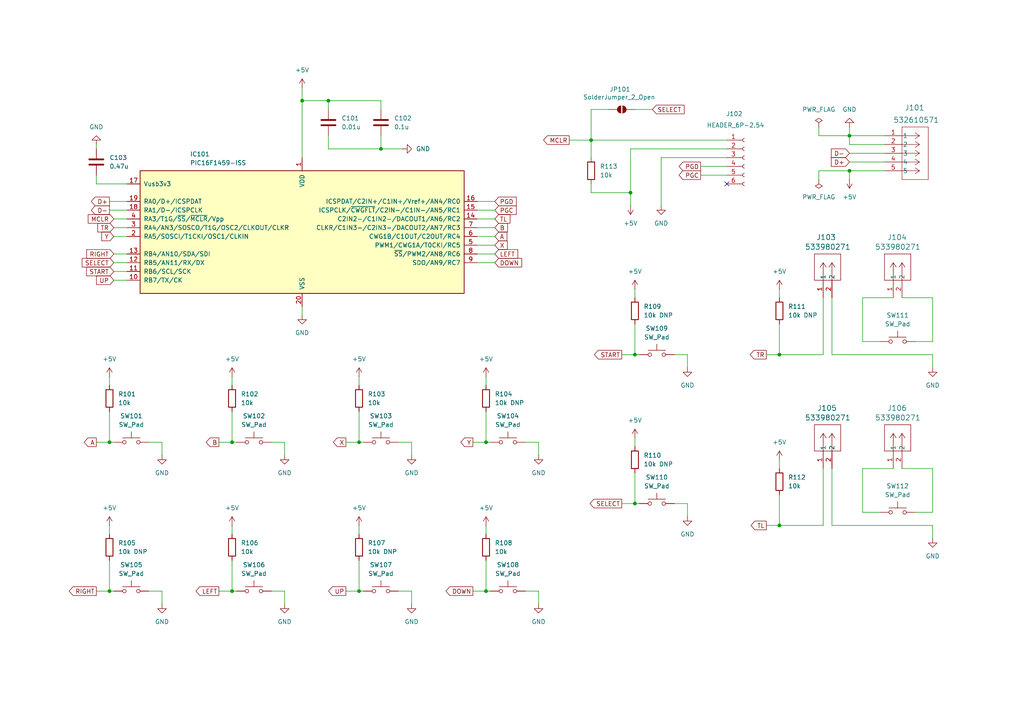
<source format=kicad_sch>
(kicad_sch
	(version 20231120)
	(generator "eeschema")
	(generator_version "8.0")
	(uuid "7a50d412-cc3f-49bd-9754-262bb19f947d")
	(paper "A4")
	(title_block
		(title "USB SFC Pad")
		(rev "v0.9.0")
	)
	(lib_symbols
		(symbol "Connector:Conn_01x06_Socket"
			(pin_names
				(offset 1.016) hide)
			(exclude_from_sim no)
			(in_bom yes)
			(on_board yes)
			(property "Reference" "J"
				(at 0 7.62 0)
				(effects
					(font
						(size 1.27 1.27)
					)
				)
			)
			(property "Value" "Conn_01x06_Socket"
				(at 0 -10.16 0)
				(effects
					(font
						(size 1.27 1.27)
					)
				)
			)
			(property "Footprint" ""
				(at 0 0 0)
				(effects
					(font
						(size 1.27 1.27)
					)
					(hide yes)
				)
			)
			(property "Datasheet" "~"
				(at 0 0 0)
				(effects
					(font
						(size 1.27 1.27)
					)
					(hide yes)
				)
			)
			(property "Description" "Generic connector, single row, 01x06, script generated"
				(at 0 0 0)
				(effects
					(font
						(size 1.27 1.27)
					)
					(hide yes)
				)
			)
			(property "ki_locked" ""
				(at 0 0 0)
				(effects
					(font
						(size 1.27 1.27)
					)
				)
			)
			(property "ki_keywords" "connector"
				(at 0 0 0)
				(effects
					(font
						(size 1.27 1.27)
					)
					(hide yes)
				)
			)
			(property "ki_fp_filters" "Connector*:*_1x??_*"
				(at 0 0 0)
				(effects
					(font
						(size 1.27 1.27)
					)
					(hide yes)
				)
			)
			(symbol "Conn_01x06_Socket_1_1"
				(arc
					(start 0 -7.112)
					(mid -0.5058 -7.62)
					(end 0 -8.128)
					(stroke
						(width 0.1524)
						(type default)
					)
					(fill
						(type none)
					)
				)
				(arc
					(start 0 -4.572)
					(mid -0.5058 -5.08)
					(end 0 -5.588)
					(stroke
						(width 0.1524)
						(type default)
					)
					(fill
						(type none)
					)
				)
				(arc
					(start 0 -2.032)
					(mid -0.5058 -2.54)
					(end 0 -3.048)
					(stroke
						(width 0.1524)
						(type default)
					)
					(fill
						(type none)
					)
				)
				(polyline
					(pts
						(xy -1.27 -7.62) (xy -0.508 -7.62)
					)
					(stroke
						(width 0.1524)
						(type default)
					)
					(fill
						(type none)
					)
				)
				(polyline
					(pts
						(xy -1.27 -5.08) (xy -0.508 -5.08)
					)
					(stroke
						(width 0.1524)
						(type default)
					)
					(fill
						(type none)
					)
				)
				(polyline
					(pts
						(xy -1.27 -2.54) (xy -0.508 -2.54)
					)
					(stroke
						(width 0.1524)
						(type default)
					)
					(fill
						(type none)
					)
				)
				(polyline
					(pts
						(xy -1.27 0) (xy -0.508 0)
					)
					(stroke
						(width 0.1524)
						(type default)
					)
					(fill
						(type none)
					)
				)
				(polyline
					(pts
						(xy -1.27 2.54) (xy -0.508 2.54)
					)
					(stroke
						(width 0.1524)
						(type default)
					)
					(fill
						(type none)
					)
				)
				(polyline
					(pts
						(xy -1.27 5.08) (xy -0.508 5.08)
					)
					(stroke
						(width 0.1524)
						(type default)
					)
					(fill
						(type none)
					)
				)
				(arc
					(start 0 0.508)
					(mid -0.5058 0)
					(end 0 -0.508)
					(stroke
						(width 0.1524)
						(type default)
					)
					(fill
						(type none)
					)
				)
				(arc
					(start 0 3.048)
					(mid -0.5058 2.54)
					(end 0 2.032)
					(stroke
						(width 0.1524)
						(type default)
					)
					(fill
						(type none)
					)
				)
				(arc
					(start 0 5.588)
					(mid -0.5058 5.08)
					(end 0 4.572)
					(stroke
						(width 0.1524)
						(type default)
					)
					(fill
						(type none)
					)
				)
				(pin passive line
					(at -5.08 5.08 0)
					(length 3.81)
					(name "Pin_1"
						(effects
							(font
								(size 1.27 1.27)
							)
						)
					)
					(number "1"
						(effects
							(font
								(size 1.27 1.27)
							)
						)
					)
				)
				(pin passive line
					(at -5.08 2.54 0)
					(length 3.81)
					(name "Pin_2"
						(effects
							(font
								(size 1.27 1.27)
							)
						)
					)
					(number "2"
						(effects
							(font
								(size 1.27 1.27)
							)
						)
					)
				)
				(pin passive line
					(at -5.08 0 0)
					(length 3.81)
					(name "Pin_3"
						(effects
							(font
								(size 1.27 1.27)
							)
						)
					)
					(number "3"
						(effects
							(font
								(size 1.27 1.27)
							)
						)
					)
				)
				(pin passive line
					(at -5.08 -2.54 0)
					(length 3.81)
					(name "Pin_4"
						(effects
							(font
								(size 1.27 1.27)
							)
						)
					)
					(number "4"
						(effects
							(font
								(size 1.27 1.27)
							)
						)
					)
				)
				(pin passive line
					(at -5.08 -5.08 0)
					(length 3.81)
					(name "Pin_5"
						(effects
							(font
								(size 1.27 1.27)
							)
						)
					)
					(number "5"
						(effects
							(font
								(size 1.27 1.27)
							)
						)
					)
				)
				(pin passive line
					(at -5.08 -7.62 0)
					(length 3.81)
					(name "Pin_6"
						(effects
							(font
								(size 1.27 1.27)
							)
						)
					)
					(number "6"
						(effects
							(font
								(size 1.27 1.27)
							)
						)
					)
				)
			)
		)
		(symbol "Device:C"
			(pin_numbers hide)
			(pin_names
				(offset 0.254)
			)
			(exclude_from_sim no)
			(in_bom yes)
			(on_board yes)
			(property "Reference" "C"
				(at 0.635 2.54 0)
				(effects
					(font
						(size 1.27 1.27)
					)
					(justify left)
				)
			)
			(property "Value" "C"
				(at 0.635 -2.54 0)
				(effects
					(font
						(size 1.27 1.27)
					)
					(justify left)
				)
			)
			(property "Footprint" ""
				(at 0.9652 -3.81 0)
				(effects
					(font
						(size 1.27 1.27)
					)
					(hide yes)
				)
			)
			(property "Datasheet" "~"
				(at 0 0 0)
				(effects
					(font
						(size 1.27 1.27)
					)
					(hide yes)
				)
			)
			(property "Description" "Unpolarized capacitor"
				(at 0 0 0)
				(effects
					(font
						(size 1.27 1.27)
					)
					(hide yes)
				)
			)
			(property "ki_keywords" "cap capacitor"
				(at 0 0 0)
				(effects
					(font
						(size 1.27 1.27)
					)
					(hide yes)
				)
			)
			(property "ki_fp_filters" "C_*"
				(at 0 0 0)
				(effects
					(font
						(size 1.27 1.27)
					)
					(hide yes)
				)
			)
			(symbol "C_0_1"
				(polyline
					(pts
						(xy -2.032 -0.762) (xy 2.032 -0.762)
					)
					(stroke
						(width 0.508)
						(type default)
					)
					(fill
						(type none)
					)
				)
				(polyline
					(pts
						(xy -2.032 0.762) (xy 2.032 0.762)
					)
					(stroke
						(width 0.508)
						(type default)
					)
					(fill
						(type none)
					)
				)
			)
			(symbol "C_1_1"
				(pin passive line
					(at 0 3.81 270)
					(length 2.794)
					(name "~"
						(effects
							(font
								(size 1.27 1.27)
							)
						)
					)
					(number "1"
						(effects
							(font
								(size 1.27 1.27)
							)
						)
					)
				)
				(pin passive line
					(at 0 -3.81 90)
					(length 2.794)
					(name "~"
						(effects
							(font
								(size 1.27 1.27)
							)
						)
					)
					(number "2"
						(effects
							(font
								(size 1.27 1.27)
							)
						)
					)
				)
			)
		)
		(symbol "Device:R"
			(pin_numbers hide)
			(pin_names
				(offset 0)
			)
			(exclude_from_sim no)
			(in_bom yes)
			(on_board yes)
			(property "Reference" "R"
				(at 2.032 0 90)
				(effects
					(font
						(size 1.27 1.27)
					)
				)
			)
			(property "Value" "R"
				(at 0 0 90)
				(effects
					(font
						(size 1.27 1.27)
					)
				)
			)
			(property "Footprint" ""
				(at -1.778 0 90)
				(effects
					(font
						(size 1.27 1.27)
					)
					(hide yes)
				)
			)
			(property "Datasheet" "~"
				(at 0 0 0)
				(effects
					(font
						(size 1.27 1.27)
					)
					(hide yes)
				)
			)
			(property "Description" "Resistor"
				(at 0 0 0)
				(effects
					(font
						(size 1.27 1.27)
					)
					(hide yes)
				)
			)
			(property "ki_keywords" "R res resistor"
				(at 0 0 0)
				(effects
					(font
						(size 1.27 1.27)
					)
					(hide yes)
				)
			)
			(property "ki_fp_filters" "R_*"
				(at 0 0 0)
				(effects
					(font
						(size 1.27 1.27)
					)
					(hide yes)
				)
			)
			(symbol "R_0_1"
				(rectangle
					(start -1.016 -2.54)
					(end 1.016 2.54)
					(stroke
						(width 0.254)
						(type default)
					)
					(fill
						(type none)
					)
				)
			)
			(symbol "R_1_1"
				(pin passive line
					(at 0 3.81 270)
					(length 1.27)
					(name "~"
						(effects
							(font
								(size 1.27 1.27)
							)
						)
					)
					(number "1"
						(effects
							(font
								(size 1.27 1.27)
							)
						)
					)
				)
				(pin passive line
					(at 0 -3.81 90)
					(length 1.27)
					(name "~"
						(effects
							(font
								(size 1.27 1.27)
							)
						)
					)
					(number "2"
						(effects
							(font
								(size 1.27 1.27)
							)
						)
					)
				)
			)
		)
		(symbol "Jumper:SolderJumper_2_Open"
			(pin_numbers hide)
			(pin_names
				(offset 0) hide)
			(exclude_from_sim yes)
			(in_bom no)
			(on_board yes)
			(property "Reference" "JP"
				(at 0 2.032 0)
				(effects
					(font
						(size 1.27 1.27)
					)
				)
			)
			(property "Value" "SolderJumper_2_Open"
				(at 0 -2.54 0)
				(effects
					(font
						(size 1.27 1.27)
					)
				)
			)
			(property "Footprint" ""
				(at 0 0 0)
				(effects
					(font
						(size 1.27 1.27)
					)
					(hide yes)
				)
			)
			(property "Datasheet" "~"
				(at 0 0 0)
				(effects
					(font
						(size 1.27 1.27)
					)
					(hide yes)
				)
			)
			(property "Description" "Solder Jumper, 2-pole, open"
				(at 0 0 0)
				(effects
					(font
						(size 1.27 1.27)
					)
					(hide yes)
				)
			)
			(property "ki_keywords" "solder jumper SPST"
				(at 0 0 0)
				(effects
					(font
						(size 1.27 1.27)
					)
					(hide yes)
				)
			)
			(property "ki_fp_filters" "SolderJumper*Open*"
				(at 0 0 0)
				(effects
					(font
						(size 1.27 1.27)
					)
					(hide yes)
				)
			)
			(symbol "SolderJumper_2_Open_0_1"
				(arc
					(start -0.254 1.016)
					(mid -1.2656 0)
					(end -0.254 -1.016)
					(stroke
						(width 0)
						(type default)
					)
					(fill
						(type none)
					)
				)
				(arc
					(start -0.254 1.016)
					(mid -1.2656 0)
					(end -0.254 -1.016)
					(stroke
						(width 0)
						(type default)
					)
					(fill
						(type outline)
					)
				)
				(polyline
					(pts
						(xy -0.254 1.016) (xy -0.254 -1.016)
					)
					(stroke
						(width 0)
						(type default)
					)
					(fill
						(type none)
					)
				)
				(polyline
					(pts
						(xy 0.254 1.016) (xy 0.254 -1.016)
					)
					(stroke
						(width 0)
						(type default)
					)
					(fill
						(type none)
					)
				)
				(arc
					(start 0.254 -1.016)
					(mid 1.2656 0)
					(end 0.254 1.016)
					(stroke
						(width 0)
						(type default)
					)
					(fill
						(type none)
					)
				)
				(arc
					(start 0.254 -1.016)
					(mid 1.2656 0)
					(end 0.254 1.016)
					(stroke
						(width 0)
						(type default)
					)
					(fill
						(type outline)
					)
				)
			)
			(symbol "SolderJumper_2_Open_1_1"
				(pin passive line
					(at -3.81 0 0)
					(length 2.54)
					(name "A"
						(effects
							(font
								(size 1.27 1.27)
							)
						)
					)
					(number "1"
						(effects
							(font
								(size 1.27 1.27)
							)
						)
					)
				)
				(pin passive line
					(at 3.81 0 180)
					(length 2.54)
					(name "B"
						(effects
							(font
								(size 1.27 1.27)
							)
						)
					)
					(number "2"
						(effects
							(font
								(size 1.27 1.27)
							)
						)
					)
				)
			)
		)
		(symbol "Local:532610571"
			(pin_names
				(offset 0.254)
			)
			(exclude_from_sim no)
			(in_bom yes)
			(on_board yes)
			(property "Reference" "J"
				(at 8.636 7.366 0)
				(effects
					(font
						(size 1.524 1.524)
					)
				)
			)
			(property "Value" "532610571"
				(at 8.89 4.572 0)
				(effects
					(font
						(size 1.524 1.524)
					)
				)
			)
			(property "Footprint" "Local:CONN_532610001-SD_05_MOL"
				(at 7.874 -14.986 0)
				(effects
					(font
						(size 1.27 1.27)
					)
					(hide yes)
				)
			)
			(property "Datasheet" "https://www.molex.com/en-us/products/part-detail-pdf/532610571?display=pdf"
				(at 8.89 -17.78 0)
				(effects
					(font
						(size 1.27 1.27)
					)
					(hide yes)
				)
			)
			(property "Description" ""
				(at 0 0 0)
				(effects
					(font
						(size 1.27 1.27)
					)
					(hide yes)
				)
			)
			(property "ki_keywords" "532610571"
				(at 0 0 0)
				(effects
					(font
						(size 1.27 1.27)
					)
					(hide yes)
				)
			)
			(property "ki_fp_filters" "CONN_532610001-SD_05_MOL"
				(at 0 0 0)
				(effects
					(font
						(size 1.27 1.27)
					)
					(hide yes)
				)
			)
			(symbol "532610571_1_1"
				(polyline
					(pts
						(xy 5.08 -12.7) (xy 12.7 -12.7)
					)
					(stroke
						(width 0.127)
						(type default)
					)
					(fill
						(type none)
					)
				)
				(polyline
					(pts
						(xy 5.08 2.54) (xy 5.08 -12.7)
					)
					(stroke
						(width 0.127)
						(type default)
					)
					(fill
						(type none)
					)
				)
				(polyline
					(pts
						(xy 10.16 -10.16) (xy 5.08 -10.16)
					)
					(stroke
						(width 0.127)
						(type default)
					)
					(fill
						(type none)
					)
				)
				(polyline
					(pts
						(xy 10.16 -10.16) (xy 8.89 -11.0067)
					)
					(stroke
						(width 0.127)
						(type default)
					)
					(fill
						(type none)
					)
				)
				(polyline
					(pts
						(xy 10.16 -10.16) (xy 8.89 -9.3133)
					)
					(stroke
						(width 0.127)
						(type default)
					)
					(fill
						(type none)
					)
				)
				(polyline
					(pts
						(xy 10.16 -7.62) (xy 5.08 -7.62)
					)
					(stroke
						(width 0.127)
						(type default)
					)
					(fill
						(type none)
					)
				)
				(polyline
					(pts
						(xy 10.16 -7.62) (xy 8.89 -8.4667)
					)
					(stroke
						(width 0.127)
						(type default)
					)
					(fill
						(type none)
					)
				)
				(polyline
					(pts
						(xy 10.16 -7.62) (xy 8.89 -6.7733)
					)
					(stroke
						(width 0.127)
						(type default)
					)
					(fill
						(type none)
					)
				)
				(polyline
					(pts
						(xy 10.16 -5.08) (xy 5.08 -5.08)
					)
					(stroke
						(width 0.127)
						(type default)
					)
					(fill
						(type none)
					)
				)
				(polyline
					(pts
						(xy 10.16 -5.08) (xy 8.89 -5.9267)
					)
					(stroke
						(width 0.127)
						(type default)
					)
					(fill
						(type none)
					)
				)
				(polyline
					(pts
						(xy 10.16 -5.08) (xy 8.89 -4.2333)
					)
					(stroke
						(width 0.127)
						(type default)
					)
					(fill
						(type none)
					)
				)
				(polyline
					(pts
						(xy 10.16 -2.54) (xy 5.08 -2.54)
					)
					(stroke
						(width 0.127)
						(type default)
					)
					(fill
						(type none)
					)
				)
				(polyline
					(pts
						(xy 10.16 -2.54) (xy 8.89 -3.3867)
					)
					(stroke
						(width 0.127)
						(type default)
					)
					(fill
						(type none)
					)
				)
				(polyline
					(pts
						(xy 10.16 -2.54) (xy 8.89 -1.6933)
					)
					(stroke
						(width 0.127)
						(type default)
					)
					(fill
						(type none)
					)
				)
				(polyline
					(pts
						(xy 10.16 0) (xy 5.08 0)
					)
					(stroke
						(width 0.127)
						(type default)
					)
					(fill
						(type none)
					)
				)
				(polyline
					(pts
						(xy 10.16 0) (xy 8.89 -0.8467)
					)
					(stroke
						(width 0.127)
						(type default)
					)
					(fill
						(type none)
					)
				)
				(polyline
					(pts
						(xy 10.16 0) (xy 8.89 0.8467)
					)
					(stroke
						(width 0.127)
						(type default)
					)
					(fill
						(type none)
					)
				)
				(polyline
					(pts
						(xy 12.7 -12.7) (xy 12.7 2.54)
					)
					(stroke
						(width 0.127)
						(type default)
					)
					(fill
						(type none)
					)
				)
				(polyline
					(pts
						(xy 12.7 2.54) (xy 5.08 2.54)
					)
					(stroke
						(width 0.127)
						(type default)
					)
					(fill
						(type none)
					)
				)
				(pin unspecified line
					(at 0 0 0)
					(length 5.08)
					(name "1"
						(effects
							(font
								(size 1.27 1.27)
							)
						)
					)
					(number "1"
						(effects
							(font
								(size 1.27 1.27)
							)
						)
					)
				)
				(pin unspecified line
					(at 0 -2.54 0)
					(length 5.08)
					(name "2"
						(effects
							(font
								(size 1.27 1.27)
							)
						)
					)
					(number "2"
						(effects
							(font
								(size 1.27 1.27)
							)
						)
					)
				)
				(pin unspecified line
					(at 0 -5.08 0)
					(length 5.08)
					(name "3"
						(effects
							(font
								(size 1.27 1.27)
							)
						)
					)
					(number "3"
						(effects
							(font
								(size 1.27 1.27)
							)
						)
					)
				)
				(pin unspecified line
					(at 0 -7.62 0)
					(length 5.08)
					(name "4"
						(effects
							(font
								(size 1.27 1.27)
							)
						)
					)
					(number "4"
						(effects
							(font
								(size 1.27 1.27)
							)
						)
					)
				)
				(pin unspecified line
					(at 0 -10.16 0)
					(length 5.08)
					(name "5"
						(effects
							(font
								(size 1.27 1.27)
							)
						)
					)
					(number "5"
						(effects
							(font
								(size 1.27 1.27)
							)
						)
					)
				)
			)
			(symbol "532610571_1_2"
				(polyline
					(pts
						(xy 5.08 -12.7) (xy 12.7 -12.7)
					)
					(stroke
						(width 0.127)
						(type default)
					)
					(fill
						(type none)
					)
				)
				(polyline
					(pts
						(xy 5.08 2.54) (xy 5.08 -12.7)
					)
					(stroke
						(width 0.127)
						(type default)
					)
					(fill
						(type none)
					)
				)
				(polyline
					(pts
						(xy 7.62 -10.16) (xy 5.08 -10.16)
					)
					(stroke
						(width 0.127)
						(type default)
					)
					(fill
						(type none)
					)
				)
				(polyline
					(pts
						(xy 7.62 -10.16) (xy 8.89 -11.0067)
					)
					(stroke
						(width 0.127)
						(type default)
					)
					(fill
						(type none)
					)
				)
				(polyline
					(pts
						(xy 7.62 -10.16) (xy 8.89 -9.3133)
					)
					(stroke
						(width 0.127)
						(type default)
					)
					(fill
						(type none)
					)
				)
				(polyline
					(pts
						(xy 7.62 -7.62) (xy 5.08 -7.62)
					)
					(stroke
						(width 0.127)
						(type default)
					)
					(fill
						(type none)
					)
				)
				(polyline
					(pts
						(xy 7.62 -7.62) (xy 8.89 -8.4667)
					)
					(stroke
						(width 0.127)
						(type default)
					)
					(fill
						(type none)
					)
				)
				(polyline
					(pts
						(xy 7.62 -7.62) (xy 8.89 -6.7733)
					)
					(stroke
						(width 0.127)
						(type default)
					)
					(fill
						(type none)
					)
				)
				(polyline
					(pts
						(xy 7.62 -5.08) (xy 5.08 -5.08)
					)
					(stroke
						(width 0.127)
						(type default)
					)
					(fill
						(type none)
					)
				)
				(polyline
					(pts
						(xy 7.62 -5.08) (xy 8.89 -5.9267)
					)
					(stroke
						(width 0.127)
						(type default)
					)
					(fill
						(type none)
					)
				)
				(polyline
					(pts
						(xy 7.62 -5.08) (xy 8.89 -4.2333)
					)
					(stroke
						(width 0.127)
						(type default)
					)
					(fill
						(type none)
					)
				)
				(polyline
					(pts
						(xy 7.62 -2.54) (xy 5.08 -2.54)
					)
					(stroke
						(width 0.127)
						(type default)
					)
					(fill
						(type none)
					)
				)
				(polyline
					(pts
						(xy 7.62 -2.54) (xy 8.89 -3.3867)
					)
					(stroke
						(width 0.127)
						(type default)
					)
					(fill
						(type none)
					)
				)
				(polyline
					(pts
						(xy 7.62 -2.54) (xy 8.89 -1.6933)
					)
					(stroke
						(width 0.127)
						(type default)
					)
					(fill
						(type none)
					)
				)
				(polyline
					(pts
						(xy 7.62 0) (xy 5.08 0)
					)
					(stroke
						(width 0.127)
						(type default)
					)
					(fill
						(type none)
					)
				)
				(polyline
					(pts
						(xy 7.62 0) (xy 8.89 -0.8467)
					)
					(stroke
						(width 0.127)
						(type default)
					)
					(fill
						(type none)
					)
				)
				(polyline
					(pts
						(xy 7.62 0) (xy 8.89 0.8467)
					)
					(stroke
						(width 0.127)
						(type default)
					)
					(fill
						(type none)
					)
				)
				(polyline
					(pts
						(xy 12.7 -12.7) (xy 12.7 2.54)
					)
					(stroke
						(width 0.127)
						(type default)
					)
					(fill
						(type none)
					)
				)
				(polyline
					(pts
						(xy 12.7 2.54) (xy 5.08 2.54)
					)
					(stroke
						(width 0.127)
						(type default)
					)
					(fill
						(type none)
					)
				)
				(pin unspecified line
					(at 0 0 0)
					(length 5.08)
					(name "1"
						(effects
							(font
								(size 1.27 1.27)
							)
						)
					)
					(number "1"
						(effects
							(font
								(size 1.27 1.27)
							)
						)
					)
				)
				(pin unspecified line
					(at 0 -2.54 0)
					(length 5.08)
					(name "2"
						(effects
							(font
								(size 1.27 1.27)
							)
						)
					)
					(number "2"
						(effects
							(font
								(size 1.27 1.27)
							)
						)
					)
				)
				(pin unspecified line
					(at 0 -5.08 0)
					(length 5.08)
					(name "3"
						(effects
							(font
								(size 1.27 1.27)
							)
						)
					)
					(number "3"
						(effects
							(font
								(size 1.27 1.27)
							)
						)
					)
				)
				(pin unspecified line
					(at 0 -7.62 0)
					(length 5.08)
					(name "4"
						(effects
							(font
								(size 1.27 1.27)
							)
						)
					)
					(number "4"
						(effects
							(font
								(size 1.27 1.27)
							)
						)
					)
				)
				(pin unspecified line
					(at 0 -10.16 0)
					(length 5.08)
					(name "5"
						(effects
							(font
								(size 1.27 1.27)
							)
						)
					)
					(number "5"
						(effects
							(font
								(size 1.27 1.27)
							)
						)
					)
				)
			)
		)
		(symbol "Local:533980271"
			(pin_names
				(offset 0.254)
			)
			(exclude_from_sim no)
			(in_bom yes)
			(on_board yes)
			(property "Reference" "J"
				(at 8.89 6.35 0)
				(effects
					(font
						(size 1.524 1.524)
					)
				)
			)
			(property "Value" "533980271"
				(at 8.89 4.064 0)
				(effects
					(font
						(size 1.524 1.524)
					)
				)
			)
			(property "Footprint" "Local:CONN02_533980271_MOL"
				(at 7.366 -6.858 0)
				(effects
					(font
						(size 1.27 1.27)
						(italic yes)
					)
					(hide yes)
				)
			)
			(property "Datasheet" "https://www.molex.com/en-us/products/part-detail-pdf/533980271?display=pdf"
				(at 13.716 -8.89 0)
				(effects
					(font
						(size 1.27 1.27)
						(italic yes)
					)
					(hide yes)
				)
			)
			(property "Description" ""
				(at 0 0 0)
				(effects
					(font
						(size 1.27 1.27)
					)
					(hide yes)
				)
			)
			(property "ki_keywords" "533980271"
				(at 0 0 0)
				(effects
					(font
						(size 1.27 1.27)
					)
					(hide yes)
				)
			)
			(property "ki_fp_filters" "CONN02_533980271_MOL"
				(at 0 0 0)
				(effects
					(font
						(size 1.27 1.27)
					)
					(hide yes)
				)
			)
			(symbol "533980271_1_1"
				(polyline
					(pts
						(xy 5.08 -5.08) (xy 12.7 -5.08)
					)
					(stroke
						(width 0)
						(type default)
					)
					(fill
						(type none)
					)
				)
				(polyline
					(pts
						(xy 5.08 2.54) (xy 5.08 -5.08)
					)
					(stroke
						(width 0)
						(type default)
					)
					(fill
						(type none)
					)
				)
				(polyline
					(pts
						(xy 10.16 -2.54) (xy 5.08 -2.54)
					)
					(stroke
						(width 0)
						(type default)
					)
					(fill
						(type none)
					)
				)
				(polyline
					(pts
						(xy 10.16 -2.54) (xy 8.89 -3.3867)
					)
					(stroke
						(width 0)
						(type default)
					)
					(fill
						(type none)
					)
				)
				(polyline
					(pts
						(xy 10.16 -2.54) (xy 8.89 -1.6933)
					)
					(stroke
						(width 0)
						(type default)
					)
					(fill
						(type none)
					)
				)
				(polyline
					(pts
						(xy 10.16 0) (xy 5.08 0)
					)
					(stroke
						(width 0)
						(type default)
					)
					(fill
						(type none)
					)
				)
				(polyline
					(pts
						(xy 10.16 0) (xy 8.89 -0.8467)
					)
					(stroke
						(width 0)
						(type default)
					)
					(fill
						(type none)
					)
				)
				(polyline
					(pts
						(xy 10.16 0) (xy 8.89 0.8467)
					)
					(stroke
						(width 0)
						(type default)
					)
					(fill
						(type none)
					)
				)
				(polyline
					(pts
						(xy 12.7 -5.08) (xy 12.7 2.54)
					)
					(stroke
						(width 0)
						(type default)
					)
					(fill
						(type none)
					)
				)
				(polyline
					(pts
						(xy 12.7 2.54) (xy 5.08 2.54)
					)
					(stroke
						(width 0)
						(type default)
					)
					(fill
						(type none)
					)
				)
				(pin unspecified line
					(at 0 0 0)
					(length 5.08)
					(name "1"
						(effects
							(font
								(size 1.27 1.27)
							)
						)
					)
					(number "1"
						(effects
							(font
								(size 1.27 1.27)
							)
						)
					)
				)
				(pin unspecified line
					(at 0 -2.54 0)
					(length 5.08)
					(name "2"
						(effects
							(font
								(size 1.27 1.27)
							)
						)
					)
					(number "2"
						(effects
							(font
								(size 1.27 1.27)
							)
						)
					)
				)
			)
			(symbol "533980271_1_2"
				(polyline
					(pts
						(xy 5.08 -5.08) (xy 12.7 -5.08)
					)
					(stroke
						(width 0)
						(type default)
					)
					(fill
						(type none)
					)
				)
				(polyline
					(pts
						(xy 5.08 2.54) (xy 5.08 -5.08)
					)
					(stroke
						(width 0)
						(type default)
					)
					(fill
						(type none)
					)
				)
				(polyline
					(pts
						(xy 7.62 -2.54) (xy 5.08 -2.54)
					)
					(stroke
						(width 0)
						(type default)
					)
					(fill
						(type none)
					)
				)
				(polyline
					(pts
						(xy 7.62 -2.54) (xy 8.89 -3.3867)
					)
					(stroke
						(width 0)
						(type default)
					)
					(fill
						(type none)
					)
				)
				(polyline
					(pts
						(xy 7.62 -2.54) (xy 8.89 -1.6933)
					)
					(stroke
						(width 0)
						(type default)
					)
					(fill
						(type none)
					)
				)
				(polyline
					(pts
						(xy 7.62 0) (xy 5.08 0)
					)
					(stroke
						(width 0)
						(type default)
					)
					(fill
						(type none)
					)
				)
				(polyline
					(pts
						(xy 7.62 0) (xy 8.89 -0.8467)
					)
					(stroke
						(width 0)
						(type default)
					)
					(fill
						(type none)
					)
				)
				(polyline
					(pts
						(xy 7.62 0) (xy 8.89 0.8467)
					)
					(stroke
						(width 0)
						(type default)
					)
					(fill
						(type none)
					)
				)
				(polyline
					(pts
						(xy 12.7 -5.08) (xy 12.7 2.54)
					)
					(stroke
						(width 0)
						(type default)
					)
					(fill
						(type none)
					)
				)
				(polyline
					(pts
						(xy 12.7 2.54) (xy 5.08 2.54)
					)
					(stroke
						(width 0)
						(type default)
					)
					(fill
						(type none)
					)
				)
				(pin unspecified line
					(at 0 0 0)
					(length 5.08)
					(name "1"
						(effects
							(font
								(size 1.27 1.27)
							)
						)
					)
					(number "1"
						(effects
							(font
								(size 1.27 1.27)
							)
						)
					)
				)
				(pin unspecified line
					(at 0 -2.54 0)
					(length 5.08)
					(name "2"
						(effects
							(font
								(size 1.27 1.27)
							)
						)
					)
					(number "2"
						(effects
							(font
								(size 1.27 1.27)
							)
						)
					)
				)
			)
		)
		(symbol "Local:SW_Pad"
			(pin_numbers hide)
			(pin_names
				(offset 1.016) hide)
			(exclude_from_sim no)
			(in_bom yes)
			(on_board yes)
			(property "Reference" "SW"
				(at -1.27 7.874 0)
				(effects
					(font
						(size 1.27 1.27)
					)
					(justify left)
				)
			)
			(property "Value" "SW_Pad"
				(at 0.254 5.08 0)
				(effects
					(font
						(size 1.27 1.27)
					)
				)
			)
			(property "Footprint" ""
				(at 0 5.08 0)
				(effects
					(font
						(size 1.27 1.27)
					)
					(hide yes)
				)
			)
			(property "Datasheet" ""
				(at 0 5.08 0)
				(effects
					(font
						(size 1.27 1.27)
					)
					(hide yes)
				)
			)
			(property "Description" "Pad switch, generic, two pins"
				(at 0 -3.048 0)
				(effects
					(font
						(size 1.27 1.27)
					)
					(hide yes)
				)
			)
			(property "ki_keywords" "switch normally-open pad"
				(at 0 0 0)
				(effects
					(font
						(size 1.27 1.27)
					)
					(hide yes)
				)
			)
			(symbol "SW_Pad_0_1"
				(circle
					(center -2.032 0)
					(radius 0.508)
					(stroke
						(width 0)
						(type default)
					)
					(fill
						(type none)
					)
				)
				(polyline
					(pts
						(xy 0 1.27) (xy 0 3.048)
					)
					(stroke
						(width 0)
						(type default)
					)
					(fill
						(type none)
					)
				)
				(polyline
					(pts
						(xy 2.54 1.27) (xy -2.54 1.27)
					)
					(stroke
						(width 0)
						(type default)
					)
					(fill
						(type none)
					)
				)
				(circle
					(center 2.032 0)
					(radius 0.508)
					(stroke
						(width 0)
						(type default)
					)
					(fill
						(type none)
					)
				)
				(pin passive line
					(at -5.08 0 0)
					(length 2.54)
					(name "1"
						(effects
							(font
								(size 1.27 1.27)
							)
						)
					)
					(number "1"
						(effects
							(font
								(size 1.27 1.27)
							)
						)
					)
				)
				(pin passive line
					(at 5.08 0 180)
					(length 2.54)
					(name "2"
						(effects
							(font
								(size 1.27 1.27)
							)
						)
					)
					(number "2"
						(effects
							(font
								(size 1.27 1.27)
							)
						)
					)
				)
			)
		)
		(symbol "MCU_Microchip_PIC16:PIC16F1459-ISS"
			(pin_names
				(offset 1.016)
			)
			(exclude_from_sim no)
			(in_bom yes)
			(on_board yes)
			(property "Reference" "U"
				(at -46.99 17.78 0)
				(effects
					(font
						(size 1.27 1.27)
					)
					(justify left)
				)
			)
			(property "Value" "PIC16F1459-ISS"
				(at -46.99 15.24 0)
				(effects
					(font
						(size 1.27 1.27)
					)
					(justify left)
				)
			)
			(property "Footprint" ""
				(at 0 0 0)
				(effects
					(font
						(size 1.27 1.27)
					)
					(hide yes)
				)
			)
			(property "Datasheet" "http://ww1.microchip.com/downloads/en/DeviceDoc/41639A.pdf"
				(at 0 0 0)
				(effects
					(font
						(size 1.27 1.27)
					)
					(hide yes)
				)
			)
			(property "Description" "PIC16F1454, 8192W FLASH, 1024B SRAM, PDIP-20"
				(at 0 0 0)
				(effects
					(font
						(size 1.27 1.27)
					)
					(hide yes)
				)
			)
			(property "ki_keywords" "FLASH-Based 8-Bit CMOS Microcontroller Low Power"
				(at 0 0 0)
				(effects
					(font
						(size 1.27 1.27)
					)
					(hide yes)
				)
			)
			(property "ki_fp_filters" "DIP* PDIP* SO*"
				(at 0 0 0)
				(effects
					(font
						(size 1.27 1.27)
					)
					(hide yes)
				)
			)
			(symbol "PIC16F1459-ISS_0_1"
				(rectangle
					(start -46.99 13.97)
					(end 46.99 -21.59)
					(stroke
						(width 0.254)
						(type default)
					)
					(fill
						(type background)
					)
				)
			)
			(symbol "PIC16F1459-ISS_1_1"
				(pin power_in line
					(at 0 17.78 270)
					(length 3.81)
					(name "VDD"
						(effects
							(font
								(size 1.27 1.27)
							)
						)
					)
					(number "1"
						(effects
							(font
								(size 1.27 1.27)
							)
						)
					)
				)
				(pin bidirectional line
					(at -50.8 -17.78 0)
					(length 3.81)
					(name "RB7/TX/CK"
						(effects
							(font
								(size 1.27 1.27)
							)
						)
					)
					(number "10"
						(effects
							(font
								(size 1.27 1.27)
							)
						)
					)
				)
				(pin bidirectional line
					(at -50.8 -15.24 0)
					(length 3.81)
					(name "RB6/SCL/SCK"
						(effects
							(font
								(size 1.27 1.27)
							)
						)
					)
					(number "11"
						(effects
							(font
								(size 1.27 1.27)
							)
						)
					)
				)
				(pin bidirectional line
					(at -50.8 -12.7 0)
					(length 3.81)
					(name "RB5/AN11/RX/DX"
						(effects
							(font
								(size 1.27 1.27)
							)
						)
					)
					(number "12"
						(effects
							(font
								(size 1.27 1.27)
							)
						)
					)
				)
				(pin bidirectional line
					(at -50.8 -10.16 0)
					(length 3.81)
					(name "RB4/AN10/SDA/SDI"
						(effects
							(font
								(size 1.27 1.27)
							)
						)
					)
					(number "13"
						(effects
							(font
								(size 1.27 1.27)
							)
						)
					)
				)
				(pin bidirectional line
					(at 50.8 0 180)
					(length 3.81)
					(name "C2IN2-/C1IN2-/DACOUT1/AN6/RC2"
						(effects
							(font
								(size 1.27 1.27)
							)
						)
					)
					(number "14"
						(effects
							(font
								(size 1.27 1.27)
							)
						)
					)
				)
				(pin bidirectional line
					(at 50.8 2.54 180)
					(length 3.81)
					(name "ICSPCLK/~{CWGFLT}/C2IN-/C1IN-/AN5/RC1"
						(effects
							(font
								(size 1.27 1.27)
							)
						)
					)
					(number "15"
						(effects
							(font
								(size 1.27 1.27)
							)
						)
					)
				)
				(pin bidirectional line
					(at 50.8 5.08 180)
					(length 3.81)
					(name "ICSPDAT/C2IN+/C1IN+/Vref+/AN4/RC0"
						(effects
							(font
								(size 1.27 1.27)
							)
						)
					)
					(number "16"
						(effects
							(font
								(size 1.27 1.27)
							)
						)
					)
				)
				(pin bidirectional line
					(at -50.8 10.16 0)
					(length 3.81)
					(name "Vusb3v3"
						(effects
							(font
								(size 1.27 1.27)
							)
						)
					)
					(number "17"
						(effects
							(font
								(size 1.27 1.27)
							)
						)
					)
				)
				(pin bidirectional line
					(at -50.8 2.54 0)
					(length 3.81)
					(name "RA1/D-/ICSPCLK"
						(effects
							(font
								(size 1.27 1.27)
							)
						)
					)
					(number "18"
						(effects
							(font
								(size 1.27 1.27)
							)
						)
					)
				)
				(pin bidirectional line
					(at -50.8 5.08 0)
					(length 3.81)
					(name "RA0/D+/ICSPDAT"
						(effects
							(font
								(size 1.27 1.27)
							)
						)
					)
					(number "19"
						(effects
							(font
								(size 1.27 1.27)
							)
						)
					)
				)
				(pin bidirectional line
					(at -50.8 -5.08 0)
					(length 3.81)
					(name "RA5/SOSCI/T1CKI/OSC1/CLKIN"
						(effects
							(font
								(size 1.27 1.27)
							)
						)
					)
					(number "2"
						(effects
							(font
								(size 1.27 1.27)
							)
						)
					)
				)
				(pin power_in line
					(at 0 -25.4 90)
					(length 3.81)
					(name "VSS"
						(effects
							(font
								(size 1.27 1.27)
							)
						)
					)
					(number "20"
						(effects
							(font
								(size 1.27 1.27)
							)
						)
					)
				)
				(pin bidirectional line
					(at -50.8 -2.54 0)
					(length 3.81)
					(name "RA4/AN3/SOSCO/T1G/OSC2/CLKOUT/CLKR"
						(effects
							(font
								(size 1.27 1.27)
							)
						)
					)
					(number "3"
						(effects
							(font
								(size 1.27 1.27)
							)
						)
					)
				)
				(pin input line
					(at -50.8 0 0)
					(length 3.81)
					(name "RA3/T1G/~{SS}/~{MCLR}/Vpp"
						(effects
							(font
								(size 1.27 1.27)
							)
						)
					)
					(number "4"
						(effects
							(font
								(size 1.27 1.27)
							)
						)
					)
				)
				(pin bidirectional line
					(at 50.8 -7.62 180)
					(length 3.81)
					(name "PWM1/CWG1A/T0CKI/RC5"
						(effects
							(font
								(size 1.27 1.27)
							)
						)
					)
					(number "5"
						(effects
							(font
								(size 1.27 1.27)
							)
						)
					)
				)
				(pin bidirectional line
					(at 50.8 -5.08 180)
					(length 3.81)
					(name "CWG1B/C1OUT/C2OUT/RC4"
						(effects
							(font
								(size 1.27 1.27)
							)
						)
					)
					(number "6"
						(effects
							(font
								(size 1.27 1.27)
							)
						)
					)
				)
				(pin bidirectional line
					(at 50.8 -2.54 180)
					(length 3.81)
					(name "CLKR/C1IN3-/C2IN3-/DACOUT2/AN7/RC3"
						(effects
							(font
								(size 1.27 1.27)
							)
						)
					)
					(number "7"
						(effects
							(font
								(size 1.27 1.27)
							)
						)
					)
				)
				(pin bidirectional line
					(at 50.8 -10.16 180)
					(length 3.81)
					(name "~{SS}/PWM2/AN8/RC6"
						(effects
							(font
								(size 1.27 1.27)
							)
						)
					)
					(number "8"
						(effects
							(font
								(size 1.27 1.27)
							)
						)
					)
				)
				(pin bidirectional line
					(at 50.8 -12.7 180)
					(length 3.81)
					(name "SDO/AN9/RC7"
						(effects
							(font
								(size 1.27 1.27)
							)
						)
					)
					(number "9"
						(effects
							(font
								(size 1.27 1.27)
							)
						)
					)
				)
			)
		)
		(symbol "power:+5V"
			(power)
			(pin_numbers hide)
			(pin_names
				(offset 0) hide)
			(exclude_from_sim no)
			(in_bom yes)
			(on_board yes)
			(property "Reference" "#PWR"
				(at 0 -3.81 0)
				(effects
					(font
						(size 1.27 1.27)
					)
					(hide yes)
				)
			)
			(property "Value" "+5V"
				(at 0 3.556 0)
				(effects
					(font
						(size 1.27 1.27)
					)
				)
			)
			(property "Footprint" ""
				(at 0 0 0)
				(effects
					(font
						(size 1.27 1.27)
					)
					(hide yes)
				)
			)
			(property "Datasheet" ""
				(at 0 0 0)
				(effects
					(font
						(size 1.27 1.27)
					)
					(hide yes)
				)
			)
			(property "Description" "Power symbol creates a global label with name \"+5V\""
				(at 0 0 0)
				(effects
					(font
						(size 1.27 1.27)
					)
					(hide yes)
				)
			)
			(property "ki_keywords" "global power"
				(at 0 0 0)
				(effects
					(font
						(size 1.27 1.27)
					)
					(hide yes)
				)
			)
			(symbol "+5V_0_1"
				(polyline
					(pts
						(xy -0.762 1.27) (xy 0 2.54)
					)
					(stroke
						(width 0)
						(type default)
					)
					(fill
						(type none)
					)
				)
				(polyline
					(pts
						(xy 0 0) (xy 0 2.54)
					)
					(stroke
						(width 0)
						(type default)
					)
					(fill
						(type none)
					)
				)
				(polyline
					(pts
						(xy 0 2.54) (xy 0.762 1.27)
					)
					(stroke
						(width 0)
						(type default)
					)
					(fill
						(type none)
					)
				)
			)
			(symbol "+5V_1_1"
				(pin power_in line
					(at 0 0 90)
					(length 0)
					(name "~"
						(effects
							(font
								(size 1.27 1.27)
							)
						)
					)
					(number "1"
						(effects
							(font
								(size 1.27 1.27)
							)
						)
					)
				)
			)
		)
		(symbol "power:GND"
			(power)
			(pin_numbers hide)
			(pin_names
				(offset 0) hide)
			(exclude_from_sim no)
			(in_bom yes)
			(on_board yes)
			(property "Reference" "#PWR"
				(at 0 -6.35 0)
				(effects
					(font
						(size 1.27 1.27)
					)
					(hide yes)
				)
			)
			(property "Value" "GND"
				(at 0 -3.81 0)
				(effects
					(font
						(size 1.27 1.27)
					)
				)
			)
			(property "Footprint" ""
				(at 0 0 0)
				(effects
					(font
						(size 1.27 1.27)
					)
					(hide yes)
				)
			)
			(property "Datasheet" ""
				(at 0 0 0)
				(effects
					(font
						(size 1.27 1.27)
					)
					(hide yes)
				)
			)
			(property "Description" "Power symbol creates a global label with name \"GND\" , ground"
				(at 0 0 0)
				(effects
					(font
						(size 1.27 1.27)
					)
					(hide yes)
				)
			)
			(property "ki_keywords" "global power"
				(at 0 0 0)
				(effects
					(font
						(size 1.27 1.27)
					)
					(hide yes)
				)
			)
			(symbol "GND_0_1"
				(polyline
					(pts
						(xy 0 0) (xy 0 -1.27) (xy 1.27 -1.27) (xy 0 -2.54) (xy -1.27 -1.27) (xy 0 -1.27)
					)
					(stroke
						(width 0)
						(type default)
					)
					(fill
						(type none)
					)
				)
			)
			(symbol "GND_1_1"
				(pin power_in line
					(at 0 0 270)
					(length 0)
					(name "~"
						(effects
							(font
								(size 1.27 1.27)
							)
						)
					)
					(number "1"
						(effects
							(font
								(size 1.27 1.27)
							)
						)
					)
				)
			)
		)
		(symbol "power:PWR_FLAG"
			(power)
			(pin_numbers hide)
			(pin_names
				(offset 0) hide)
			(exclude_from_sim no)
			(in_bom yes)
			(on_board yes)
			(property "Reference" "#FLG"
				(at 0 1.905 0)
				(effects
					(font
						(size 1.27 1.27)
					)
					(hide yes)
				)
			)
			(property "Value" "PWR_FLAG"
				(at 0 3.81 0)
				(effects
					(font
						(size 1.27 1.27)
					)
				)
			)
			(property "Footprint" ""
				(at 0 0 0)
				(effects
					(font
						(size 1.27 1.27)
					)
					(hide yes)
				)
			)
			(property "Datasheet" "~"
				(at 0 0 0)
				(effects
					(font
						(size 1.27 1.27)
					)
					(hide yes)
				)
			)
			(property "Description" "Special symbol for telling ERC where power comes from"
				(at 0 0 0)
				(effects
					(font
						(size 1.27 1.27)
					)
					(hide yes)
				)
			)
			(property "ki_keywords" "flag power"
				(at 0 0 0)
				(effects
					(font
						(size 1.27 1.27)
					)
					(hide yes)
				)
			)
			(symbol "PWR_FLAG_0_0"
				(pin power_out line
					(at 0 0 90)
					(length 0)
					(name "~"
						(effects
							(font
								(size 1.27 1.27)
							)
						)
					)
					(number "1"
						(effects
							(font
								(size 1.27 1.27)
							)
						)
					)
				)
			)
			(symbol "PWR_FLAG_0_1"
				(polyline
					(pts
						(xy 0 0) (xy 0 1.27) (xy -1.016 1.905) (xy 0 2.54) (xy 1.016 1.905) (xy 0 1.27)
					)
					(stroke
						(width 0)
						(type default)
					)
					(fill
						(type none)
					)
				)
			)
		)
	)
	(junction
		(at 67.31 128.27)
		(diameter 0)
		(color 0 0 0 0)
		(uuid "112ff269-443a-4c6f-b6c9-60ccba84fc95")
	)
	(junction
		(at 140.97 128.27)
		(diameter 0)
		(color 0 0 0 0)
		(uuid "166f7936-deb3-4941-a14c-e03f22dcc3bd")
	)
	(junction
		(at 184.15 146.05)
		(diameter 0)
		(color 0 0 0 0)
		(uuid "2475a89b-776a-4b60-8025-e637751e1e62")
	)
	(junction
		(at 104.14 128.27)
		(diameter 0)
		(color 0 0 0 0)
		(uuid "43b98c9d-860b-47cf-a3b3-75276336b50b")
	)
	(junction
		(at 67.31 171.45)
		(diameter 0)
		(color 0 0 0 0)
		(uuid "4a7a999c-9516-4e2e-ad52-471cd4880bc7")
	)
	(junction
		(at 182.88 55.88)
		(diameter 0)
		(color 0 0 0 0)
		(uuid "4b3ad55e-9473-467d-8a8d-1d2cae562b1c")
	)
	(junction
		(at 246.38 39.37)
		(diameter 0)
		(color 0 0 0 0)
		(uuid "5da5c3fa-462b-4781-91b6-153f329fde1f")
	)
	(junction
		(at 184.15 102.87)
		(diameter 0)
		(color 0 0 0 0)
		(uuid "6f3d10b1-692e-452d-b10b-4cdbdfbff3c4")
	)
	(junction
		(at 104.14 171.45)
		(diameter 0)
		(color 0 0 0 0)
		(uuid "75edf1b0-2b68-4b86-9140-43828645a220")
	)
	(junction
		(at 95.25 29.21)
		(diameter 0)
		(color 0 0 0 0)
		(uuid "7fcefa04-3d68-4a93-b242-c7a66c2f5f47")
	)
	(junction
		(at 31.75 171.45)
		(diameter 0)
		(color 0 0 0 0)
		(uuid "9dec3d84-7265-49c6-ae29-6a0e2505f7b8")
	)
	(junction
		(at 226.06 152.4)
		(diameter 0)
		(color 0 0 0 0)
		(uuid "9f0ffb57-e7ed-4da8-8917-5b5a25e8b71e")
	)
	(junction
		(at 110.49 43.18)
		(diameter 0)
		(color 0 0 0 0)
		(uuid "a30a4cf0-5f98-4fda-9d42-323253ea28a0")
	)
	(junction
		(at 226.06 102.87)
		(diameter 0)
		(color 0 0 0 0)
		(uuid "a3571797-9444-4b47-8cea-868528805c6a")
	)
	(junction
		(at 87.63 29.21)
		(diameter 0)
		(color 0 0 0 0)
		(uuid "cfba20a0-4d20-45dc-affa-500618b206d1")
	)
	(junction
		(at 246.38 49.53)
		(diameter 0)
		(color 0 0 0 0)
		(uuid "da2fd5b6-ac2d-4587-9ef5-0ed88e1d2161")
	)
	(junction
		(at 140.97 171.45)
		(diameter 0)
		(color 0 0 0 0)
		(uuid "e3ad71ac-9048-4ad8-b844-b95c80dff0dc")
	)
	(junction
		(at 171.45 40.64)
		(diameter 0)
		(color 0 0 0 0)
		(uuid "fcca6d4d-dd14-4c7e-8c3c-4eb90abcf794")
	)
	(junction
		(at 31.75 128.27)
		(diameter 0)
		(color 0 0 0 0)
		(uuid "ff9332b4-27b2-46b5-9d7b-67dfd511febf")
	)
	(no_connect
		(at 210.82 53.34)
		(uuid "7e483dd2-fdb2-4ef6-a223-c0aea7a89517")
	)
	(wire
		(pts
			(xy 140.97 119.38) (xy 140.97 128.27)
		)
		(stroke
			(width 0)
			(type default)
		)
		(uuid "02359076-98c9-495b-948c-e5385ba4c520")
	)
	(wire
		(pts
			(xy 270.51 99.06) (xy 265.43 99.06)
		)
		(stroke
			(width 0)
			(type default)
		)
		(uuid "07988760-7105-46e9-8b25-836691063d0f")
	)
	(wire
		(pts
			(xy 95.25 31.75) (xy 95.25 29.21)
		)
		(stroke
			(width 0)
			(type default)
		)
		(uuid "08e981c5-b81c-4292-9cc7-4b86e9e58634")
	)
	(wire
		(pts
			(xy 156.21 171.45) (xy 156.21 175.26)
		)
		(stroke
			(width 0)
			(type default)
		)
		(uuid "0a841810-cb31-497c-92a4-8e9b18e561d9")
	)
	(wire
		(pts
			(xy 184.15 137.16) (xy 184.15 146.05)
		)
		(stroke
			(width 0)
			(type default)
		)
		(uuid "0c1526cc-b0eb-47a7-9660-51bd98be9cab")
	)
	(wire
		(pts
			(xy 226.06 152.4) (xy 222.25 152.4)
		)
		(stroke
			(width 0)
			(type default)
		)
		(uuid "0ec0e259-08e9-448f-add7-23d70a263167")
	)
	(wire
		(pts
			(xy 140.97 171.45) (xy 137.16 171.45)
		)
		(stroke
			(width 0)
			(type default)
		)
		(uuid "0fcc178b-5278-4439-a187-68423b64ff6f")
	)
	(wire
		(pts
			(xy 31.75 152.4) (xy 31.75 154.94)
		)
		(stroke
			(width 0)
			(type default)
		)
		(uuid "10777d6a-85d9-4805-b779-90918d0ffb22")
	)
	(wire
		(pts
			(xy 43.18 128.27) (xy 46.99 128.27)
		)
		(stroke
			(width 0)
			(type default)
		)
		(uuid "10824539-c95d-4bc3-ae3a-c9587dd942c8")
	)
	(wire
		(pts
			(xy 184.15 146.05) (xy 180.34 146.05)
		)
		(stroke
			(width 0)
			(type default)
		)
		(uuid "11649168-8b3e-43ee-9073-6ba6bac36376")
	)
	(wire
		(pts
			(xy 31.75 171.45) (xy 27.94 171.45)
		)
		(stroke
			(width 0)
			(type default)
		)
		(uuid "1590a024-d6c2-4edb-9212-ed26003c2263")
	)
	(wire
		(pts
			(xy 237.49 49.53) (xy 246.38 49.53)
		)
		(stroke
			(width 0)
			(type default)
		)
		(uuid "15e86dca-4f10-456f-bac1-5138e3ebc08a")
	)
	(wire
		(pts
			(xy 119.38 171.45) (xy 119.38 175.26)
		)
		(stroke
			(width 0)
			(type default)
		)
		(uuid "1821f0ad-89f4-4386-8c85-d2363ae8dcba")
	)
	(wire
		(pts
			(xy 67.31 119.38) (xy 67.31 128.27)
		)
		(stroke
			(width 0)
			(type default)
		)
		(uuid "184b3271-213d-438a-9153-6811cfb4f2f5")
	)
	(wire
		(pts
			(xy 87.63 29.21) (xy 87.63 45.72)
		)
		(stroke
			(width 0)
			(type default)
		)
		(uuid "1948a2af-cbf6-4cd1-8ec1-a934078970e1")
	)
	(wire
		(pts
			(xy 116.84 43.18) (xy 110.49 43.18)
		)
		(stroke
			(width 0)
			(type default)
		)
		(uuid "1c663e92-28e5-42f9-810a-b8ea1d90e446")
	)
	(wire
		(pts
			(xy 104.14 119.38) (xy 104.14 128.27)
		)
		(stroke
			(width 0)
			(type default)
		)
		(uuid "1f6493fb-e8bd-47ca-ba2b-286980ecf962")
	)
	(wire
		(pts
			(xy 241.3 86.36) (xy 241.3 102.87)
		)
		(stroke
			(width 0)
			(type default)
		)
		(uuid "2102fc00-108e-45c5-8228-adb39b44186e")
	)
	(wire
		(pts
			(xy 31.75 128.27) (xy 33.02 128.27)
		)
		(stroke
			(width 0)
			(type default)
		)
		(uuid "211a22c9-9a6a-4ffd-bbd2-d5f6494f8fe6")
	)
	(wire
		(pts
			(xy 184.15 93.98) (xy 184.15 102.87)
		)
		(stroke
			(width 0)
			(type default)
		)
		(uuid "2171bbd6-4493-4bc4-b116-2f5b54e803d3")
	)
	(wire
		(pts
			(xy 226.06 83.82) (xy 226.06 86.36)
		)
		(stroke
			(width 0)
			(type default)
		)
		(uuid "21bd4c43-9e6a-45f8-8519-0cb1fbc21a06")
	)
	(wire
		(pts
			(xy 43.18 171.45) (xy 46.99 171.45)
		)
		(stroke
			(width 0)
			(type default)
		)
		(uuid "22d8f33e-31d5-4858-8c46-d043af2c2abd")
	)
	(wire
		(pts
			(xy 31.75 162.56) (xy 31.75 171.45)
		)
		(stroke
			(width 0)
			(type default)
		)
		(uuid "2313d66d-96c5-48f2-8d9a-b98ec42daed2")
	)
	(wire
		(pts
			(xy 110.49 29.21) (xy 95.25 29.21)
		)
		(stroke
			(width 0)
			(type default)
		)
		(uuid "238d4e21-1a16-42a1-b33d-07831ff7ef79")
	)
	(wire
		(pts
			(xy 246.38 39.37) (xy 246.38 36.83)
		)
		(stroke
			(width 0)
			(type default)
		)
		(uuid "253a4d1d-d986-4310-80ca-8d18247f0bda")
	)
	(wire
		(pts
			(xy 87.63 25.4) (xy 87.63 29.21)
		)
		(stroke
			(width 0)
			(type default)
		)
		(uuid "26d685a9-738f-48bd-a0ad-96b78b0e2bf4")
	)
	(wire
		(pts
			(xy 33.02 73.66) (xy 36.83 73.66)
		)
		(stroke
			(width 0)
			(type default)
		)
		(uuid "27da8be4-32df-4d6b-93b6-5b8559173c9a")
	)
	(wire
		(pts
			(xy 238.76 102.87) (xy 226.06 102.87)
		)
		(stroke
			(width 0)
			(type default)
		)
		(uuid "28fe6b09-11b7-4524-bc2b-5232ff7b8dc2")
	)
	(wire
		(pts
			(xy 261.62 135.89) (xy 270.51 135.89)
		)
		(stroke
			(width 0)
			(type default)
		)
		(uuid "2a7a986d-2cc7-4eb4-81b0-2312e96210ea")
	)
	(wire
		(pts
			(xy 246.38 49.53) (xy 256.54 49.53)
		)
		(stroke
			(width 0)
			(type default)
		)
		(uuid "2afa2cbc-ea04-4e22-b403-230dde4b1f2e")
	)
	(wire
		(pts
			(xy 250.19 148.59) (xy 250.19 135.89)
		)
		(stroke
			(width 0)
			(type default)
		)
		(uuid "2b2492a0-4bb9-47e9-8a4d-e935c6744df1")
	)
	(wire
		(pts
			(xy 78.74 171.45) (xy 82.55 171.45)
		)
		(stroke
			(width 0)
			(type default)
		)
		(uuid "2d51df02-82f1-4aa6-a1c3-fcc11733b6b3")
	)
	(wire
		(pts
			(xy 226.06 143.51) (xy 226.06 152.4)
		)
		(stroke
			(width 0)
			(type default)
		)
		(uuid "303f7288-a41d-4ab9-95a7-ea39b749c648")
	)
	(wire
		(pts
			(xy 238.76 152.4) (xy 226.06 152.4)
		)
		(stroke
			(width 0)
			(type default)
		)
		(uuid "304197c3-9e0d-4def-871c-8e84ddff4495")
	)
	(wire
		(pts
			(xy 246.38 44.45) (xy 256.54 44.45)
		)
		(stroke
			(width 0)
			(type default)
		)
		(uuid "31d592e2-e765-4547-aafb-90c909bbb3c8")
	)
	(wire
		(pts
			(xy 203.2 48.26) (xy 210.82 48.26)
		)
		(stroke
			(width 0)
			(type default)
		)
		(uuid "31eeb093-117a-41fa-b27c-474131aad817")
	)
	(wire
		(pts
			(xy 152.4 128.27) (xy 156.21 128.27)
		)
		(stroke
			(width 0)
			(type default)
		)
		(uuid "33c5b11b-9bd8-4a50-8755-34974847cdae")
	)
	(wire
		(pts
			(xy 138.43 63.5) (xy 143.51 63.5)
		)
		(stroke
			(width 0)
			(type default)
		)
		(uuid "33e6b5a4-f29b-4438-825b-35160d2438de")
	)
	(wire
		(pts
			(xy 203.2 50.8) (xy 210.82 50.8)
		)
		(stroke
			(width 0)
			(type default)
		)
		(uuid "3666abf3-b213-4403-9ec3-8e66b384d1a1")
	)
	(wire
		(pts
			(xy 241.3 135.89) (xy 241.3 152.4)
		)
		(stroke
			(width 0)
			(type default)
		)
		(uuid "38342cb5-6bcb-4a21-8f61-8d660ba22ed7")
	)
	(wire
		(pts
			(xy 33.02 66.04) (xy 36.83 66.04)
		)
		(stroke
			(width 0)
			(type default)
		)
		(uuid "3beb8435-a4df-44dd-851f-a162dd068703")
	)
	(wire
		(pts
			(xy 171.45 53.34) (xy 171.45 55.88)
		)
		(stroke
			(width 0)
			(type default)
		)
		(uuid "3d990d5f-93d8-4229-b6e6-9fd3bde9a318")
	)
	(wire
		(pts
			(xy 138.43 66.04) (xy 143.51 66.04)
		)
		(stroke
			(width 0)
			(type default)
		)
		(uuid "3effd697-f451-47ed-8be9-09e180b93421")
	)
	(wire
		(pts
			(xy 104.14 171.45) (xy 105.41 171.45)
		)
		(stroke
			(width 0)
			(type default)
		)
		(uuid "44e088c2-1c38-430c-b8b7-6ff39a14d164")
	)
	(wire
		(pts
			(xy 156.21 128.27) (xy 156.21 132.08)
		)
		(stroke
			(width 0)
			(type default)
		)
		(uuid "45318104-0f77-4769-8b46-c487421eaa6b")
	)
	(wire
		(pts
			(xy 241.3 102.87) (xy 270.51 102.87)
		)
		(stroke
			(width 0)
			(type default)
		)
		(uuid "48e7ad88-4ad2-4c54-bbb1-7e5b59c2365f")
	)
	(wire
		(pts
			(xy 140.97 171.45) (xy 142.24 171.45)
		)
		(stroke
			(width 0)
			(type default)
		)
		(uuid "4ae4f84a-f36e-45b9-a71c-acdda8db890e")
	)
	(wire
		(pts
			(xy 184.15 146.05) (xy 185.42 146.05)
		)
		(stroke
			(width 0)
			(type default)
		)
		(uuid "4cb5f6be-2630-439b-b2c5-9ed5def17d3f")
	)
	(wire
		(pts
			(xy 140.97 162.56) (xy 140.97 171.45)
		)
		(stroke
			(width 0)
			(type default)
		)
		(uuid "4d5e12bd-a576-4dd7-b7c6-2469238e3602")
	)
	(wire
		(pts
			(xy 171.45 31.75) (xy 176.53 31.75)
		)
		(stroke
			(width 0)
			(type default)
		)
		(uuid "4ee85b6c-725e-4226-9e99-98228a4a5183")
	)
	(wire
		(pts
			(xy 184.15 83.82) (xy 184.15 86.36)
		)
		(stroke
			(width 0)
			(type default)
		)
		(uuid "55578a4b-f64a-461a-8c57-8d2fc646e686")
	)
	(wire
		(pts
			(xy 67.31 162.56) (xy 67.31 171.45)
		)
		(stroke
			(width 0)
			(type default)
		)
		(uuid "570f51e1-5cb9-457d-acc1-16b36261dc64")
	)
	(wire
		(pts
			(xy 237.49 36.83) (xy 237.49 39.37)
		)
		(stroke
			(width 0)
			(type default)
		)
		(uuid "57be112d-7e25-4114-b3ca-0a83f9033a51")
	)
	(wire
		(pts
			(xy 261.62 86.36) (xy 270.51 86.36)
		)
		(stroke
			(width 0)
			(type default)
		)
		(uuid "58722012-3f43-4b3f-8748-e9d8fd38ceef")
	)
	(wire
		(pts
			(xy 184.15 102.87) (xy 180.34 102.87)
		)
		(stroke
			(width 0)
			(type default)
		)
		(uuid "5d62361d-a7dc-4850-a403-7297542ed247")
	)
	(wire
		(pts
			(xy 171.45 55.88) (xy 182.88 55.88)
		)
		(stroke
			(width 0)
			(type default)
		)
		(uuid "5e967c73-8816-4f26-a2df-fddaa8d3e4e3")
	)
	(wire
		(pts
			(xy 36.83 53.34) (xy 27.94 53.34)
		)
		(stroke
			(width 0)
			(type default)
		)
		(uuid "5f0a40e2-0ff4-4895-af3a-632863b70c18")
	)
	(wire
		(pts
			(xy 115.57 128.27) (xy 119.38 128.27)
		)
		(stroke
			(width 0)
			(type default)
		)
		(uuid "6027b366-0af2-4b04-83da-197a0c52be9a")
	)
	(wire
		(pts
			(xy 250.19 99.06) (xy 255.27 99.06)
		)
		(stroke
			(width 0)
			(type default)
		)
		(uuid "60bdd847-c415-48f3-aa18-ce648f791b20")
	)
	(wire
		(pts
			(xy 195.58 146.05) (xy 199.39 146.05)
		)
		(stroke
			(width 0)
			(type default)
		)
		(uuid "64f7e04b-c7cb-4069-b1f6-6e27457b1edf")
	)
	(wire
		(pts
			(xy 246.38 49.53) (xy 246.38 52.07)
		)
		(stroke
			(width 0)
			(type default)
		)
		(uuid "682cefae-137a-42eb-a5c2-01cb3c6cff6d")
	)
	(wire
		(pts
			(xy 31.75 60.96) (xy 36.83 60.96)
		)
		(stroke
			(width 0)
			(type default)
		)
		(uuid "6add20a1-a107-4b4a-9114-f7f4bb1112d0")
	)
	(wire
		(pts
			(xy 140.97 152.4) (xy 140.97 154.94)
		)
		(stroke
			(width 0)
			(type default)
		)
		(uuid "6f7146e5-c1e0-4bd3-ba1b-e084d5df607d")
	)
	(wire
		(pts
			(xy 182.88 55.88) (xy 182.88 43.18)
		)
		(stroke
			(width 0)
			(type default)
		)
		(uuid "7294eea4-b9f2-4d1c-af42-3c04cddee0a6")
	)
	(wire
		(pts
			(xy 27.94 53.34) (xy 27.94 50.8)
		)
		(stroke
			(width 0)
			(type default)
		)
		(uuid "7368a1d6-00c9-47f0-884e-7b7e4da06ae9")
	)
	(wire
		(pts
			(xy 33.02 68.58) (xy 36.83 68.58)
		)
		(stroke
			(width 0)
			(type default)
		)
		(uuid "750f32a9-aaf9-42f8-bb38-dc9c916b82d4")
	)
	(wire
		(pts
			(xy 184.15 127) (xy 184.15 129.54)
		)
		(stroke
			(width 0)
			(type default)
		)
		(uuid "76db8497-929d-4f61-8f00-b8a654b66f13")
	)
	(wire
		(pts
			(xy 184.15 31.75) (xy 189.23 31.75)
		)
		(stroke
			(width 0)
			(type default)
		)
		(uuid "7ba6f488-54f1-4fd9-aee5-566f67224011")
	)
	(wire
		(pts
			(xy 31.75 109.22) (xy 31.75 111.76)
		)
		(stroke
			(width 0)
			(type default)
		)
		(uuid "7d8cb7cd-5d90-4aac-9e5d-67d32b8fdea5")
	)
	(wire
		(pts
			(xy 270.51 86.36) (xy 270.51 99.06)
		)
		(stroke
			(width 0)
			(type default)
		)
		(uuid "7e2e8dfd-bb34-4072-9fd3-18f162ee2c1c")
	)
	(wire
		(pts
			(xy 95.25 43.18) (xy 110.49 43.18)
		)
		(stroke
			(width 0)
			(type default)
		)
		(uuid "7f736034-9c8d-4dcb-98c7-9340b03de5bc")
	)
	(wire
		(pts
			(xy 165.1 40.64) (xy 171.45 40.64)
		)
		(stroke
			(width 0)
			(type default)
		)
		(uuid "8235f3ea-0174-48f8-84d1-ea3c764740dc")
	)
	(wire
		(pts
			(xy 110.49 39.37) (xy 110.49 43.18)
		)
		(stroke
			(width 0)
			(type default)
		)
		(uuid "83d741db-5e8c-49f0-9409-15483a1497cc")
	)
	(wire
		(pts
			(xy 104.14 152.4) (xy 104.14 154.94)
		)
		(stroke
			(width 0)
			(type default)
		)
		(uuid "83eca295-a6c5-4626-b4b7-4c43d95286e9")
	)
	(wire
		(pts
			(xy 238.76 135.89) (xy 238.76 152.4)
		)
		(stroke
			(width 0)
			(type default)
		)
		(uuid "87b3e8cc-738f-4a0f-8463-7ad0c564338c")
	)
	(wire
		(pts
			(xy 250.19 148.59) (xy 255.27 148.59)
		)
		(stroke
			(width 0)
			(type default)
		)
		(uuid "8942efcc-ceb0-49b9-98f0-3a78842c5546")
	)
	(wire
		(pts
			(xy 67.31 128.27) (xy 68.58 128.27)
		)
		(stroke
			(width 0)
			(type default)
		)
		(uuid "89d34ea8-fb5c-40f3-bdfe-405661af756c")
	)
	(wire
		(pts
			(xy 31.75 119.38) (xy 31.75 128.27)
		)
		(stroke
			(width 0)
			(type default)
		)
		(uuid "8a9d3a7d-ab48-484c-809d-c95cadbb8a0c")
	)
	(wire
		(pts
			(xy 67.31 109.22) (xy 67.31 111.76)
		)
		(stroke
			(width 0)
			(type default)
		)
		(uuid "8abc9280-f0f2-49a5-b609-8b630397088c")
	)
	(wire
		(pts
			(xy 104.14 171.45) (xy 100.33 171.45)
		)
		(stroke
			(width 0)
			(type default)
		)
		(uuid "8d39634f-f975-4476-a7ef-8f8d6c010b9c")
	)
	(wire
		(pts
			(xy 171.45 40.64) (xy 171.45 45.72)
		)
		(stroke
			(width 0)
			(type default)
		)
		(uuid "8ded413a-30ca-4663-8f6d-2c72269204e3")
	)
	(wire
		(pts
			(xy 152.4 171.45) (xy 156.21 171.45)
		)
		(stroke
			(width 0)
			(type default)
		)
		(uuid "905fe959-d063-4bf3-a713-e8d7e4cca3c5")
	)
	(wire
		(pts
			(xy 237.49 39.37) (xy 246.38 39.37)
		)
		(stroke
			(width 0)
			(type default)
		)
		(uuid "91fdf49a-551c-449d-88c7-fd67a27378f9")
	)
	(wire
		(pts
			(xy 67.31 171.45) (xy 63.5 171.45)
		)
		(stroke
			(width 0)
			(type default)
		)
		(uuid "92584afe-117d-4365-81a5-5a95051092e6")
	)
	(wire
		(pts
			(xy 33.02 76.2) (xy 36.83 76.2)
		)
		(stroke
			(width 0)
			(type default)
		)
		(uuid "93c773e7-1fbc-4354-84cb-3d7f9324dcc6")
	)
	(wire
		(pts
			(xy 138.43 76.2) (xy 143.51 76.2)
		)
		(stroke
			(width 0)
			(type default)
		)
		(uuid "96aa33e5-a786-44c0-8ea4-eddd3af22dde")
	)
	(wire
		(pts
			(xy 82.55 128.27) (xy 82.55 132.08)
		)
		(stroke
			(width 0)
			(type default)
		)
		(uuid "981d7191-718f-4b3e-8079-35aec8393b64")
	)
	(wire
		(pts
			(xy 138.43 60.96) (xy 143.51 60.96)
		)
		(stroke
			(width 0)
			(type default)
		)
		(uuid "9d864d4a-994c-438c-b697-fca695df05f2")
	)
	(wire
		(pts
			(xy 33.02 81.28) (xy 36.83 81.28)
		)
		(stroke
			(width 0)
			(type default)
		)
		(uuid "9efcfa77-9ba9-44b1-bad9-aa41cc796584")
	)
	(wire
		(pts
			(xy 195.58 102.87) (xy 199.39 102.87)
		)
		(stroke
			(width 0)
			(type default)
		)
		(uuid "a358ff28-6c64-453f-8135-1292bdc33d46")
	)
	(wire
		(pts
			(xy 95.25 39.37) (xy 95.25 43.18)
		)
		(stroke
			(width 0)
			(type default)
		)
		(uuid "a3eff445-aeec-4d38-98d7-6f133b1c38b3")
	)
	(wire
		(pts
			(xy 199.39 146.05) (xy 199.39 149.86)
		)
		(stroke
			(width 0)
			(type default)
		)
		(uuid "a8e63a50-70b0-45a9-97f8-348cb11332ce")
	)
	(wire
		(pts
			(xy 182.88 55.88) (xy 182.88 59.69)
		)
		(stroke
			(width 0)
			(type default)
		)
		(uuid "a9bb9f51-c88f-400d-971e-34f69d2f761c")
	)
	(wire
		(pts
			(xy 140.97 128.27) (xy 142.24 128.27)
		)
		(stroke
			(width 0)
			(type default)
		)
		(uuid "a9ce7170-20b3-4f67-8230-cf8ba2383d27")
	)
	(wire
		(pts
			(xy 238.76 86.36) (xy 238.76 102.87)
		)
		(stroke
			(width 0)
			(type default)
		)
		(uuid "a9e9e7c9-3dc9-4242-a273-eb624dcb31a5")
	)
	(wire
		(pts
			(xy 246.38 46.99) (xy 256.54 46.99)
		)
		(stroke
			(width 0)
			(type default)
		)
		(uuid "ab2b6a4a-b830-4ad4-93b9-624f88ef4b64")
	)
	(wire
		(pts
			(xy 191.77 59.69) (xy 191.77 45.72)
		)
		(stroke
			(width 0)
			(type default)
		)
		(uuid "ac99aead-9a80-4143-a060-4781d263a558")
	)
	(wire
		(pts
			(xy 67.31 152.4) (xy 67.31 154.94)
		)
		(stroke
			(width 0)
			(type default)
		)
		(uuid "aeba8570-b6c9-4b5c-8148-24acbdc38d5b")
	)
	(wire
		(pts
			(xy 31.75 128.27) (xy 27.94 128.27)
		)
		(stroke
			(width 0)
			(type default)
		)
		(uuid "afab224a-aacd-4c8c-8548-037b606c888f")
	)
	(wire
		(pts
			(xy 270.51 152.4) (xy 270.51 156.21)
		)
		(stroke
			(width 0)
			(type default)
		)
		(uuid "b4cc48a1-2bba-4fcf-a8f8-968f3bbc6d59")
	)
	(wire
		(pts
			(xy 199.39 102.87) (xy 199.39 106.68)
		)
		(stroke
			(width 0)
			(type default)
		)
		(uuid "b9aa3543-3894-48a5-bbf5-5cd7e1095c0f")
	)
	(wire
		(pts
			(xy 171.45 40.64) (xy 210.82 40.64)
		)
		(stroke
			(width 0)
			(type default)
		)
		(uuid "ba929b72-ea7a-4886-93dc-4644e937c74e")
	)
	(wire
		(pts
			(xy 237.49 52.07) (xy 237.49 49.53)
		)
		(stroke
			(width 0)
			(type default)
		)
		(uuid "bc9bea4b-15cf-4cc8-99b5-73c3b157a8dd")
	)
	(wire
		(pts
			(xy 182.88 43.18) (xy 210.82 43.18)
		)
		(stroke
			(width 0)
			(type default)
		)
		(uuid "bce1f8e5-b3df-44cf-9d97-8aa201927019")
	)
	(wire
		(pts
			(xy 191.77 45.72) (xy 210.82 45.72)
		)
		(stroke
			(width 0)
			(type default)
		)
		(uuid "be19a41c-e356-4d31-9c73-57d202fdc7cd")
	)
	(wire
		(pts
			(xy 250.19 86.36) (xy 259.08 86.36)
		)
		(stroke
			(width 0)
			(type default)
		)
		(uuid "be72d1f4-c2f9-4605-9d4e-384963afd265")
	)
	(wire
		(pts
			(xy 226.06 102.87) (xy 222.25 102.87)
		)
		(stroke
			(width 0)
			(type default)
		)
		(uuid "bfe5c053-dd66-4252-857b-895c82a6258f")
	)
	(wire
		(pts
			(xy 46.99 171.45) (xy 46.99 175.26)
		)
		(stroke
			(width 0)
			(type default)
		)
		(uuid "c04f09e0-723b-4ff3-a5f0-c8e2be5f833a")
	)
	(wire
		(pts
			(xy 104.14 128.27) (xy 105.41 128.27)
		)
		(stroke
			(width 0)
			(type default)
		)
		(uuid "c0cf6f6e-dd3c-4546-931a-f85af853558d")
	)
	(wire
		(pts
			(xy 246.38 41.91) (xy 246.38 39.37)
		)
		(stroke
			(width 0)
			(type default)
		)
		(uuid "c0e56bfd-299a-4580-a512-283ff8d0093c")
	)
	(wire
		(pts
			(xy 140.97 109.22) (xy 140.97 111.76)
		)
		(stroke
			(width 0)
			(type default)
		)
		(uuid "c2025f7f-942a-4131-8df2-45c548ae9fcf")
	)
	(wire
		(pts
			(xy 140.97 128.27) (xy 137.16 128.27)
		)
		(stroke
			(width 0)
			(type default)
		)
		(uuid "c3288159-3f9b-4d66-97a5-016bc1f6b2da")
	)
	(wire
		(pts
			(xy 119.38 128.27) (xy 119.38 132.08)
		)
		(stroke
			(width 0)
			(type default)
		)
		(uuid "c328f919-ea20-43cc-9b09-d5d5ea5259a9")
	)
	(wire
		(pts
			(xy 250.19 99.06) (xy 250.19 86.36)
		)
		(stroke
			(width 0)
			(type default)
		)
		(uuid "c4d19088-d699-419c-9db9-1e55058fb89f")
	)
	(wire
		(pts
			(xy 115.57 171.45) (xy 119.38 171.45)
		)
		(stroke
			(width 0)
			(type default)
		)
		(uuid "c7c599e5-30fa-43f3-afb1-da3b7a196b9e")
	)
	(wire
		(pts
			(xy 33.02 78.74) (xy 36.83 78.74)
		)
		(stroke
			(width 0)
			(type default)
		)
		(uuid "c97d3b06-2777-4a90-8420-e4a5bdb39149")
	)
	(wire
		(pts
			(xy 87.63 88.9) (xy 87.63 91.44)
		)
		(stroke
			(width 0)
			(type default)
		)
		(uuid "cf2040eb-f8b7-469b-a7b0-6732d300e948")
	)
	(wire
		(pts
			(xy 78.74 128.27) (xy 82.55 128.27)
		)
		(stroke
			(width 0)
			(type default)
		)
		(uuid "d3e7162a-c43f-497f-96a0-fec583d21b9f")
	)
	(wire
		(pts
			(xy 104.14 162.56) (xy 104.14 171.45)
		)
		(stroke
			(width 0)
			(type default)
		)
		(uuid "d500f13a-4266-42de-932b-79f6822a0971")
	)
	(wire
		(pts
			(xy 95.25 29.21) (xy 87.63 29.21)
		)
		(stroke
			(width 0)
			(type default)
		)
		(uuid "d544f381-ea74-4481-80f9-4dd382b42521")
	)
	(wire
		(pts
			(xy 104.14 109.22) (xy 104.14 111.76)
		)
		(stroke
			(width 0)
			(type default)
		)
		(uuid "d576a6d5-3dfb-4f75-973c-4367eefcdd86")
	)
	(wire
		(pts
			(xy 184.15 102.87) (xy 185.42 102.87)
		)
		(stroke
			(width 0)
			(type default)
		)
		(uuid "d6bfb4dd-9344-4f79-9a07-83deb26db978")
	)
	(wire
		(pts
			(xy 33.02 63.5) (xy 36.83 63.5)
		)
		(stroke
			(width 0)
			(type default)
		)
		(uuid "d7cd41d1-46aa-484a-a900-d11faf77869d")
	)
	(wire
		(pts
			(xy 138.43 68.58) (xy 143.51 68.58)
		)
		(stroke
			(width 0)
			(type default)
		)
		(uuid "d81fbea1-7acb-4544-aa39-6c5c35d74aa9")
	)
	(wire
		(pts
			(xy 110.49 31.75) (xy 110.49 29.21)
		)
		(stroke
			(width 0)
			(type default)
		)
		(uuid "dc4566bf-8d9a-40be-bc27-66aa5e440855")
	)
	(wire
		(pts
			(xy 270.51 102.87) (xy 270.51 106.68)
		)
		(stroke
			(width 0)
			(type default)
		)
		(uuid "dd1bc717-6507-43d6-a602-98cd425803c1")
	)
	(wire
		(pts
			(xy 67.31 171.45) (xy 68.58 171.45)
		)
		(stroke
			(width 0)
			(type default)
		)
		(uuid "dd65b06a-76b1-4291-ad52-3fe8a70f5fa4")
	)
	(wire
		(pts
			(xy 246.38 41.91) (xy 256.54 41.91)
		)
		(stroke
			(width 0)
			(type default)
		)
		(uuid "df16071d-5410-4d9b-92ed-e23bcc49a651")
	)
	(wire
		(pts
			(xy 270.51 135.89) (xy 270.51 148.59)
		)
		(stroke
			(width 0)
			(type default)
		)
		(uuid "df7985ae-adf4-442c-9929-81433aaefdbf")
	)
	(wire
		(pts
			(xy 270.51 148.59) (xy 265.43 148.59)
		)
		(stroke
			(width 0)
			(type default)
		)
		(uuid "dfe95f96-ef2d-4e2b-bed8-32f4547d3f30")
	)
	(wire
		(pts
			(xy 226.06 93.98) (xy 226.06 102.87)
		)
		(stroke
			(width 0)
			(type default)
		)
		(uuid "e3077d32-ae8d-45bf-876d-c0c18260a979")
	)
	(wire
		(pts
			(xy 31.75 58.42) (xy 36.83 58.42)
		)
		(stroke
			(width 0)
			(type default)
		)
		(uuid "e3771b53-c76f-4534-b7ff-01d36a801f5d")
	)
	(wire
		(pts
			(xy 82.55 171.45) (xy 82.55 175.26)
		)
		(stroke
			(width 0)
			(type default)
		)
		(uuid "e6c7467d-0a8e-4452-a2fe-4f767afedc2c")
	)
	(wire
		(pts
			(xy 171.45 31.75) (xy 171.45 40.64)
		)
		(stroke
			(width 0)
			(type default)
		)
		(uuid "e6f6b6fe-ff40-46c5-8f39-8819938ec282")
	)
	(wire
		(pts
			(xy 226.06 133.35) (xy 226.06 135.89)
		)
		(stroke
			(width 0)
			(type default)
		)
		(uuid "eba3d59c-9b3e-4427-913a-163e91374d9e")
	)
	(wire
		(pts
			(xy 27.94 41.91) (xy 27.94 43.18)
		)
		(stroke
			(width 0)
			(type default)
		)
		(uuid "ec525a9c-af0d-4c0d-a0ad-0c7eb8d02226")
	)
	(wire
		(pts
			(xy 246.38 39.37) (xy 256.54 39.37)
		)
		(stroke
			(width 0)
			(type default)
		)
		(uuid "ed02b01d-deb3-4c8f-9e7b-84399c413d43")
	)
	(wire
		(pts
			(xy 138.43 73.66) (xy 143.51 73.66)
		)
		(stroke
			(width 0)
			(type default)
		)
		(uuid "f04e16de-49e6-4553-934a-f56723182303")
	)
	(wire
		(pts
			(xy 31.75 171.45) (xy 33.02 171.45)
		)
		(stroke
			(width 0)
			(type default)
		)
		(uuid "f0df3abf-f784-452b-84d9-a14cfd6d34c2")
	)
	(wire
		(pts
			(xy 104.14 128.27) (xy 100.33 128.27)
		)
		(stroke
			(width 0)
			(type default)
		)
		(uuid "f34ee1a4-ea47-497b-98fb-d743643dcc13")
	)
	(wire
		(pts
			(xy 138.43 71.12) (xy 143.51 71.12)
		)
		(stroke
			(width 0)
			(type default)
		)
		(uuid "f5e9aa43-d32b-4db8-ba78-4150f8bb72d1")
	)
	(wire
		(pts
			(xy 241.3 152.4) (xy 270.51 152.4)
		)
		(stroke
			(width 0)
			(type default)
		)
		(uuid "f705d89f-2c5c-486a-acdb-7d3a769b773b")
	)
	(wire
		(pts
			(xy 138.43 58.42) (xy 143.51 58.42)
		)
		(stroke
			(width 0)
			(type default)
		)
		(uuid "f895f4b9-8f67-4e93-b1c0-1831d7681644")
	)
	(wire
		(pts
			(xy 67.31 128.27) (xy 63.5 128.27)
		)
		(stroke
			(width 0)
			(type default)
		)
		(uuid "fab6ba11-c060-4c8f-96e3-34a7dbf4655f")
	)
	(wire
		(pts
			(xy 46.99 128.27) (xy 46.99 132.08)
		)
		(stroke
			(width 0)
			(type default)
		)
		(uuid "fbf1e665-b306-4655-b52e-f9b4467196a4")
	)
	(wire
		(pts
			(xy 250.19 135.89) (xy 259.08 135.89)
		)
		(stroke
			(width 0)
			(type default)
		)
		(uuid "fed91433-62f1-45a0-bae0-4e9c706f9b6c")
	)
	(global_label "Y"
		(shape output)
		(at 137.16 128.27 180)
		(fields_autoplaced yes)
		(effects
			(font
				(size 1.27 1.27)
			)
			(justify right)
		)
		(uuid "0660d8a2-d8f8-46c4-b531-7eabc25a4712")
		(property "Intersheetrefs" "${INTERSHEET_REFS}"
			(at 133.0862 128.27 0)
			(effects
				(font
					(size 1.27 1.27)
				)
				(justify right)
				(hide yes)
			)
		)
	)
	(global_label "LEFT"
		(shape input)
		(at 143.51 73.66 0)
		(fields_autoplaced yes)
		(effects
			(font
				(size 1.27 1.27)
			)
			(justify left)
		)
		(uuid "0765ecf6-1d0b-4271-ade2-0419fe051a8c")
		(property "Intersheetrefs" "${INTERSHEET_REFS}"
			(at 150.7285 73.66 0)
			(effects
				(font
					(size 1.27 1.27)
				)
				(justify left)
				(hide yes)
			)
		)
	)
	(global_label "B"
		(shape input)
		(at 143.51 66.04 0)
		(fields_autoplaced yes)
		(effects
			(font
				(size 1.27 1.27)
			)
			(justify left)
		)
		(uuid "1b9d138b-2282-4cc7-96de-b7240a3714bf")
		(property "Intersheetrefs" "${INTERSHEET_REFS}"
			(at 147.7652 66.04 0)
			(effects
				(font
					(size 1.27 1.27)
				)
				(justify left)
				(hide yes)
			)
		)
	)
	(global_label "Y"
		(shape input)
		(at 33.02 68.58 180)
		(fields_autoplaced yes)
		(effects
			(font
				(size 1.27 1.27)
			)
			(justify right)
		)
		(uuid "2066941b-10a2-442a-931c-c9ec1d718282")
		(property "Intersheetrefs" "${INTERSHEET_REFS}"
			(at 28.9462 68.58 0)
			(effects
				(font
					(size 1.27 1.27)
				)
				(justify right)
				(hide yes)
			)
		)
	)
	(global_label "SELECT"
		(shape input)
		(at 33.02 76.2 180)
		(fields_autoplaced yes)
		(effects
			(font
				(size 1.27 1.27)
			)
			(justify right)
		)
		(uuid "2303c46a-0e3e-487d-9cc9-b9339fd7a57a")
		(property "Intersheetrefs" "${INTERSHEET_REFS}"
			(at 23.2616 76.2 0)
			(effects
				(font
					(size 1.27 1.27)
				)
				(justify right)
				(hide yes)
			)
		)
	)
	(global_label "D-"
		(shape input)
		(at 246.38 44.45 180)
		(fields_autoplaced yes)
		(effects
			(font
				(size 1.27 1.27)
			)
			(justify right)
		)
		(uuid "230a628a-4883-440e-8b47-75d616dfa131")
		(property "Intersheetrefs" "${INTERSHEET_REFS}"
			(at 240.5524 44.45 0)
			(effects
				(font
					(size 1.27 1.27)
				)
				(justify right)
				(hide yes)
			)
		)
	)
	(global_label "UP"
		(shape output)
		(at 100.33 171.45 180)
		(fields_autoplaced yes)
		(effects
			(font
				(size 1.27 1.27)
			)
			(justify right)
		)
		(uuid "28a482e1-c3c5-407c-98ed-ecd0f79504d6")
		(property "Intersheetrefs" "${INTERSHEET_REFS}"
			(at 94.7443 171.45 0)
			(effects
				(font
					(size 1.27 1.27)
				)
				(justify right)
				(hide yes)
			)
		)
	)
	(global_label "START"
		(shape output)
		(at 180.34 102.87 180)
		(fields_autoplaced yes)
		(effects
			(font
				(size 1.27 1.27)
			)
			(justify right)
		)
		(uuid "2a845e15-4107-4dfa-b33f-41c8775084c6")
		(property "Intersheetrefs" "${INTERSHEET_REFS}"
			(at 171.8515 102.87 0)
			(effects
				(font
					(size 1.27 1.27)
				)
				(justify right)
				(hide yes)
			)
		)
	)
	(global_label "TR"
		(shape output)
		(at 222.25 102.87 180)
		(fields_autoplaced yes)
		(effects
			(font
				(size 1.27 1.27)
			)
			(justify right)
		)
		(uuid "46a058dc-eaf4-43f3-94c9-a1ca8d09cd7e")
		(property "Intersheetrefs" "${INTERSHEET_REFS}"
			(at 217.0272 102.87 0)
			(effects
				(font
					(size 1.27 1.27)
				)
				(justify right)
				(hide yes)
			)
		)
	)
	(global_label "SELECT"
		(shape input)
		(at 189.23 31.75 0)
		(fields_autoplaced yes)
		(effects
			(font
				(size 1.27 1.27)
			)
			(justify left)
		)
		(uuid "4c6186a2-0af4-4666-b04b-fa297f3b5d2c")
		(property "Intersheetrefs" "${INTERSHEET_REFS}"
			(at 198.9884 31.75 0)
			(effects
				(font
					(size 1.27 1.27)
				)
				(justify left)
				(hide yes)
			)
		)
	)
	(global_label "PGD"
		(shape output)
		(at 203.2 48.26 180)
		(fields_autoplaced yes)
		(effects
			(font
				(size 1.27 1.27)
			)
			(justify right)
		)
		(uuid "5e4a6507-ca31-4842-bc16-570f172ad6ac")
		(property "Intersheetrefs" "${INTERSHEET_REFS}"
			(at 196.4048 48.26 0)
			(effects
				(font
					(size 1.27 1.27)
				)
				(justify right)
				(hide yes)
			)
		)
	)
	(global_label "X"
		(shape output)
		(at 100.33 128.27 180)
		(fields_autoplaced yes)
		(effects
			(font
				(size 1.27 1.27)
			)
			(justify right)
		)
		(uuid "6352c17a-ce28-49b5-b15d-074d63bb9288")
		(property "Intersheetrefs" "${INTERSHEET_REFS}"
			(at 96.1353 128.27 0)
			(effects
				(font
					(size 1.27 1.27)
				)
				(justify right)
				(hide yes)
			)
		)
	)
	(global_label "B"
		(shape output)
		(at 63.5 128.27 180)
		(fields_autoplaced yes)
		(effects
			(font
				(size 1.27 1.27)
			)
			(justify right)
		)
		(uuid "694166e7-c1ab-4b26-9c25-7b480202a344")
		(property "Intersheetrefs" "${INTERSHEET_REFS}"
			(at 59.2448 128.27 0)
			(effects
				(font
					(size 1.27 1.27)
				)
				(justify right)
				(hide yes)
			)
		)
	)
	(global_label "D+"
		(shape output)
		(at 31.75 58.42 180)
		(fields_autoplaced yes)
		(effects
			(font
				(size 1.27 1.27)
			)
			(justify right)
		)
		(uuid "6b830324-a1b7-4b2a-84e4-07d6868cbaca")
		(property "Intersheetrefs" "${INTERSHEET_REFS}"
			(at 25.9224 58.42 0)
			(effects
				(font
					(size 1.27 1.27)
				)
				(justify right)
				(hide yes)
			)
		)
	)
	(global_label "D-"
		(shape output)
		(at 31.75 60.96 180)
		(fields_autoplaced yes)
		(effects
			(font
				(size 1.27 1.27)
			)
			(justify right)
		)
		(uuid "6cdacb15-0173-42e8-8ab3-29eb14b5cecc")
		(property "Intersheetrefs" "${INTERSHEET_REFS}"
			(at 25.9224 60.96 0)
			(effects
				(font
					(size 1.27 1.27)
				)
				(justify right)
				(hide yes)
			)
		)
	)
	(global_label "PGD"
		(shape input)
		(at 143.51 58.42 0)
		(fields_autoplaced yes)
		(effects
			(font
				(size 1.27 1.27)
			)
			(justify left)
		)
		(uuid "701bc0ed-7002-4cdc-898a-aed5c41b1c9d")
		(property "Intersheetrefs" "${INTERSHEET_REFS}"
			(at 150.3052 58.42 0)
			(effects
				(font
					(size 1.27 1.27)
				)
				(justify left)
				(hide yes)
			)
		)
	)
	(global_label "A"
		(shape output)
		(at 27.94 128.27 180)
		(fields_autoplaced yes)
		(effects
			(font
				(size 1.27 1.27)
			)
			(justify right)
		)
		(uuid "7025405a-aee8-4606-9002-26ab0fc5f564")
		(property "Intersheetrefs" "${INTERSHEET_REFS}"
			(at 23.8662 128.27 0)
			(effects
				(font
					(size 1.27 1.27)
				)
				(justify right)
				(hide yes)
			)
		)
	)
	(global_label "A"
		(shape input)
		(at 143.51 68.58 0)
		(fields_autoplaced yes)
		(effects
			(font
				(size 1.27 1.27)
			)
			(justify left)
		)
		(uuid "7831c5d1-c2b7-485f-88b7-66b69f66686e")
		(property "Intersheetrefs" "${INTERSHEET_REFS}"
			(at 147.5838 68.58 0)
			(effects
				(font
					(size 1.27 1.27)
				)
				(justify left)
				(hide yes)
			)
		)
	)
	(global_label "TR"
		(shape input)
		(at 33.02 66.04 180)
		(fields_autoplaced yes)
		(effects
			(font
				(size 1.27 1.27)
			)
			(justify right)
		)
		(uuid "83037e99-0b6a-4c39-bc63-c8d50e748563")
		(property "Intersheetrefs" "${INTERSHEET_REFS}"
			(at 27.7972 66.04 0)
			(effects
				(font
					(size 1.27 1.27)
				)
				(justify right)
				(hide yes)
			)
		)
	)
	(global_label "TL"
		(shape input)
		(at 143.51 63.5 0)
		(fields_autoplaced yes)
		(effects
			(font
				(size 1.27 1.27)
			)
			(justify left)
		)
		(uuid "851fd900-e67e-4a65-ab28-55ca69035027")
		(property "Intersheetrefs" "${INTERSHEET_REFS}"
			(at 148.4909 63.5 0)
			(effects
				(font
					(size 1.27 1.27)
				)
				(justify left)
				(hide yes)
			)
		)
	)
	(global_label "D+"
		(shape input)
		(at 246.38 46.99 180)
		(fields_autoplaced yes)
		(effects
			(font
				(size 1.27 1.27)
			)
			(justify right)
		)
		(uuid "9c7ede3f-a93d-43e8-80a7-f763b90818f9")
		(property "Intersheetrefs" "${INTERSHEET_REFS}"
			(at 240.5524 46.99 0)
			(effects
				(font
					(size 1.27 1.27)
				)
				(justify right)
				(hide yes)
			)
		)
	)
	(global_label "MCLR"
		(shape input)
		(at 33.02 63.5 180)
		(fields_autoplaced yes)
		(effects
			(font
				(size 1.27 1.27)
			)
			(justify right)
		)
		(uuid "aa014594-874d-4c4b-a871-7af7adb1ff67")
		(property "Intersheetrefs" "${INTERSHEET_REFS}"
			(at 25.0153 63.5 0)
			(effects
				(font
					(size 1.27 1.27)
				)
				(justify right)
				(hide yes)
			)
		)
	)
	(global_label "DOWN"
		(shape input)
		(at 143.51 76.2 0)
		(fields_autoplaced yes)
		(effects
			(font
				(size 1.27 1.27)
			)
			(justify left)
		)
		(uuid "aed98f11-eaff-4f56-ac6f-6ae5ac388bcb")
		(property "Intersheetrefs" "${INTERSHEET_REFS}"
			(at 151.8776 76.2 0)
			(effects
				(font
					(size 1.27 1.27)
				)
				(justify left)
				(hide yes)
			)
		)
	)
	(global_label "MCLR"
		(shape output)
		(at 165.1 40.64 180)
		(fields_autoplaced yes)
		(effects
			(font
				(size 1.27 1.27)
			)
			(justify right)
		)
		(uuid "b205efd8-e1b5-409b-8169-3921f0a5ef96")
		(property "Intersheetrefs" "${INTERSHEET_REFS}"
			(at 157.0953 40.64 0)
			(effects
				(font
					(size 1.27 1.27)
				)
				(justify right)
				(hide yes)
			)
		)
	)
	(global_label "SELECT"
		(shape output)
		(at 180.34 146.05 180)
		(fields_autoplaced yes)
		(effects
			(font
				(size 1.27 1.27)
			)
			(justify right)
		)
		(uuid "b3372091-0ae0-4be7-8184-8ef81b429645")
		(property "Intersheetrefs" "${INTERSHEET_REFS}"
			(at 170.5816 146.05 0)
			(effects
				(font
					(size 1.27 1.27)
				)
				(justify right)
				(hide yes)
			)
		)
	)
	(global_label "X"
		(shape input)
		(at 143.51 71.12 0)
		(fields_autoplaced yes)
		(effects
			(font
				(size 1.27 1.27)
			)
			(justify left)
		)
		(uuid "b3bcf68e-41da-439f-8f7c-b2bc54bfcc6b")
		(property "Intersheetrefs" "${INTERSHEET_REFS}"
			(at 147.7047 71.12 0)
			(effects
				(font
					(size 1.27 1.27)
				)
				(justify left)
				(hide yes)
			)
		)
	)
	(global_label "RIGHT"
		(shape input)
		(at 33.02 73.66 180)
		(fields_autoplaced yes)
		(effects
			(font
				(size 1.27 1.27)
			)
			(justify right)
		)
		(uuid "c10d67ec-9dde-48e2-8f9e-9269f486d8bb")
		(property "Intersheetrefs" "${INTERSHEET_REFS}"
			(at 24.5919 73.66 0)
			(effects
				(font
					(size 1.27 1.27)
				)
				(justify right)
				(hide yes)
			)
		)
	)
	(global_label "RIGHT"
		(shape output)
		(at 27.94 171.45 180)
		(fields_autoplaced yes)
		(effects
			(font
				(size 1.27 1.27)
			)
			(justify right)
		)
		(uuid "d8ace6aa-62bb-4c31-8ea8-afaad33e8bd3")
		(property "Intersheetrefs" "${INTERSHEET_REFS}"
			(at 19.5119 171.45 0)
			(effects
				(font
					(size 1.27 1.27)
				)
				(justify right)
				(hide yes)
			)
		)
	)
	(global_label "DOWN"
		(shape output)
		(at 137.16 171.45 180)
		(fields_autoplaced yes)
		(effects
			(font
				(size 1.27 1.27)
			)
			(justify right)
		)
		(uuid "dc005b40-a8b4-437e-8a5f-4dccdda77685")
		(property "Intersheetrefs" "${INTERSHEET_REFS}"
			(at 128.7924 171.45 0)
			(effects
				(font
					(size 1.27 1.27)
				)
				(justify right)
				(hide yes)
			)
		)
	)
	(global_label "TL"
		(shape output)
		(at 222.25 152.4 180)
		(fields_autoplaced yes)
		(effects
			(font
				(size 1.27 1.27)
			)
			(justify right)
		)
		(uuid "f13c1fc0-1329-4385-9f24-1a669bba4f9b")
		(property "Intersheetrefs" "${INTERSHEET_REFS}"
			(at 217.2691 152.4 0)
			(effects
				(font
					(size 1.27 1.27)
				)
				(justify right)
				(hide yes)
			)
		)
	)
	(global_label "LEFT"
		(shape output)
		(at 63.5 171.45 180)
		(fields_autoplaced yes)
		(effects
			(font
				(size 1.27 1.27)
			)
			(justify right)
		)
		(uuid "f17961dc-e875-4424-90dc-e15a8724e3fd")
		(property "Intersheetrefs" "${INTERSHEET_REFS}"
			(at 56.2815 171.45 0)
			(effects
				(font
					(size 1.27 1.27)
				)
				(justify right)
				(hide yes)
			)
		)
	)
	(global_label "START"
		(shape input)
		(at 33.02 78.74 180)
		(fields_autoplaced yes)
		(effects
			(font
				(size 1.27 1.27)
			)
			(justify right)
		)
		(uuid "f583aa69-d6b6-45fa-a241-a15892b2eea1")
		(property "Intersheetrefs" "${INTERSHEET_REFS}"
			(at 24.5315 78.74 0)
			(effects
				(font
					(size 1.27 1.27)
				)
				(justify right)
				(hide yes)
			)
		)
	)
	(global_label "PGC"
		(shape output)
		(at 203.2 50.8 180)
		(fields_autoplaced yes)
		(effects
			(font
				(size 1.27 1.27)
			)
			(justify right)
		)
		(uuid "f80f2f6e-7408-45ca-b842-50d284ef6e51")
		(property "Intersheetrefs" "${INTERSHEET_REFS}"
			(at 196.4048 50.8 0)
			(effects
				(font
					(size 1.27 1.27)
				)
				(justify right)
				(hide yes)
			)
		)
	)
	(global_label "PGC"
		(shape input)
		(at 143.51 60.96 0)
		(fields_autoplaced yes)
		(effects
			(font
				(size 1.27 1.27)
			)
			(justify left)
		)
		(uuid "f95e82e8-367c-4c0f-881f-c23bb38ca437")
		(property "Intersheetrefs" "${INTERSHEET_REFS}"
			(at 150.3052 60.96 0)
			(effects
				(font
					(size 1.27 1.27)
				)
				(justify left)
				(hide yes)
			)
		)
	)
	(global_label "UP"
		(shape input)
		(at 33.02 81.28 180)
		(fields_autoplaced yes)
		(effects
			(font
				(size 1.27 1.27)
			)
			(justify right)
		)
		(uuid "ffaf189e-916d-4597-a08b-35bc272c85cf")
		(property "Intersheetrefs" "${INTERSHEET_REFS}"
			(at 27.4343 81.28 0)
			(effects
				(font
					(size 1.27 1.27)
				)
				(justify right)
				(hide yes)
			)
		)
	)
	(symbol
		(lib_id "Local:SW_Pad")
		(at 73.66 128.27 0)
		(mirror y)
		(unit 1)
		(exclude_from_sim no)
		(in_bom yes)
		(on_board yes)
		(dnp no)
		(uuid "015f6003-f6d3-4c96-9e06-743ab0422d66")
		(property "Reference" "SW102"
			(at 73.66 120.65 0)
			(effects
				(font
					(size 1.27 1.27)
				)
			)
		)
		(property "Value" "SW_Pad"
			(at 73.66 123.19 0)
			(effects
				(font
					(size 1.27 1.27)
				)
			)
		)
		(property "Footprint" "Local:SFC_Pad_F_NoSolder_5.5mm"
			(at 73.66 123.19 0)
			(effects
				(font
					(size 1.27 1.27)
				)
				(hide yes)
			)
		)
		(property "Datasheet" ""
			(at 73.66 123.19 0)
			(effects
				(font
					(size 1.27 1.27)
				)
				(hide yes)
			)
		)
		(property "Description" "Pad switch, generic, two pins"
			(at 73.66 131.318 0)
			(effects
				(font
					(size 1.27 1.27)
				)
				(hide yes)
			)
		)
		(pin "2"
			(uuid "041ca954-113f-4743-bb47-f32fae80d26f")
		)
		(pin "1"
			(uuid "336e38c6-ba21-4d15-b130-3132968b54ee")
		)
		(instances
			(project "usb_sfc_pad"
				(path "/7a50d412-cc3f-49bd-9754-262bb19f947d"
					(reference "SW102")
					(unit 1)
				)
			)
		)
	)
	(symbol
		(lib_id "Local:533980271")
		(at 259.08 86.36 90)
		(unit 1)
		(exclude_from_sim no)
		(in_bom yes)
		(on_board yes)
		(dnp no)
		(uuid "096f361e-0ced-45fc-a140-c7f79f41ac4d")
		(property "Reference" "J104"
			(at 257.302 68.834 90)
			(effects
				(font
					(size 1.524 1.524)
				)
				(justify right)
			)
		)
		(property "Value" "533980271"
			(at 253.746 71.628 90)
			(effects
				(font
					(size 1.524 1.524)
				)
				(justify right)
			)
		)
		(property "Footprint" "Local:CONN02_533980271_MOL"
			(at 265.938 78.994 0)
			(effects
				(font
					(size 1.27 1.27)
					(italic yes)
				)
				(hide yes)
			)
		)
		(property "Datasheet" "https://www.molex.com/en-us/products/part-detail-pdf/533980271?display=pdf"
			(at 267.97 72.644 0)
			(effects
				(font
					(size 1.27 1.27)
					(italic yes)
				)
				(hide yes)
			)
		)
		(property "Description" ""
			(at 259.08 86.36 0)
			(effects
				(font
					(size 1.27 1.27)
				)
				(hide yes)
			)
		)
		(pin "2"
			(uuid "98293e2f-cf3e-4c23-a30d-8276a51c7069")
		)
		(pin "1"
			(uuid "67b2ed11-b758-4998-bd32-fb60aee912e4")
		)
		(instances
			(project "usb_sfc_pad"
				(path "/7a50d412-cc3f-49bd-9754-262bb19f947d"
					(reference "J104")
					(unit 1)
				)
			)
		)
	)
	(symbol
		(lib_id "power:GND")
		(at 82.55 132.08 0)
		(unit 1)
		(exclude_from_sim no)
		(in_bom yes)
		(on_board yes)
		(dnp no)
		(fields_autoplaced yes)
		(uuid "0aab8b33-5c2d-4d8e-827a-eca455b93ce9")
		(property "Reference" "#PWR12"
			(at 82.55 138.43 0)
			(effects
				(font
					(size 1.27 1.27)
				)
				(hide yes)
			)
		)
		(property "Value" "GND"
			(at 82.55 137.16 0)
			(effects
				(font
					(size 1.27 1.27)
				)
			)
		)
		(property "Footprint" ""
			(at 82.55 132.08 0)
			(effects
				(font
					(size 1.27 1.27)
				)
				(hide yes)
			)
		)
		(property "Datasheet" ""
			(at 82.55 132.08 0)
			(effects
				(font
					(size 1.27 1.27)
				)
				(hide yes)
			)
		)
		(property "Description" "Power symbol creates a global label with name \"GND\" , ground"
			(at 82.55 132.08 0)
			(effects
				(font
					(size 1.27 1.27)
				)
				(hide yes)
			)
		)
		(pin "1"
			(uuid "f5828e8a-37cb-4bb0-9900-2628314db693")
		)
		(instances
			(project "usb_sfc_pad"
				(path "/7a50d412-cc3f-49bd-9754-262bb19f947d"
					(reference "#PWR12")
					(unit 1)
				)
			)
		)
	)
	(symbol
		(lib_id "power:GND")
		(at 119.38 132.08 0)
		(unit 1)
		(exclude_from_sim no)
		(in_bom yes)
		(on_board yes)
		(dnp no)
		(fields_autoplaced yes)
		(uuid "1338809b-21e0-4880-98db-41100d9aa263")
		(property "Reference" "#PWR14"
			(at 119.38 138.43 0)
			(effects
				(font
					(size 1.27 1.27)
				)
				(hide yes)
			)
		)
		(property "Value" "GND"
			(at 119.38 137.16 0)
			(effects
				(font
					(size 1.27 1.27)
				)
			)
		)
		(property "Footprint" ""
			(at 119.38 132.08 0)
			(effects
				(font
					(size 1.27 1.27)
				)
				(hide yes)
			)
		)
		(property "Datasheet" ""
			(at 119.38 132.08 0)
			(effects
				(font
					(size 1.27 1.27)
				)
				(hide yes)
			)
		)
		(property "Description" "Power symbol creates a global label with name \"GND\" , ground"
			(at 119.38 132.08 0)
			(effects
				(font
					(size 1.27 1.27)
				)
				(hide yes)
			)
		)
		(pin "1"
			(uuid "4030551e-aca1-4dc9-9b54-9d91490485be")
		)
		(instances
			(project "usb_sfc_pad"
				(path "/7a50d412-cc3f-49bd-9754-262bb19f947d"
					(reference "#PWR14")
					(unit 1)
				)
			)
		)
	)
	(symbol
		(lib_id "Local:SW_Pad")
		(at 110.49 128.27 0)
		(mirror y)
		(unit 1)
		(exclude_from_sim no)
		(in_bom yes)
		(on_board yes)
		(dnp no)
		(uuid "159ac703-866f-4ce1-9dfa-6dff2c8e4c15")
		(property "Reference" "SW103"
			(at 110.49 120.65 0)
			(effects
				(font
					(size 1.27 1.27)
				)
			)
		)
		(property "Value" "SW_Pad"
			(at 110.49 123.19 0)
			(effects
				(font
					(size 1.27 1.27)
				)
			)
		)
		(property "Footprint" "Local:SFC_Pad_F_NoSolder_5.5mm"
			(at 110.49 123.19 0)
			(effects
				(font
					(size 1.27 1.27)
				)
				(hide yes)
			)
		)
		(property "Datasheet" ""
			(at 110.49 123.19 0)
			(effects
				(font
					(size 1.27 1.27)
				)
				(hide yes)
			)
		)
		(property "Description" "Pad switch, generic, two pins"
			(at 110.49 131.318 0)
			(effects
				(font
					(size 1.27 1.27)
				)
				(hide yes)
			)
		)
		(pin "2"
			(uuid "3846ebd7-2dc0-4b71-9032-555206b0f753")
		)
		(pin "1"
			(uuid "9b930fc1-b491-4a59-839c-8a60ed7b51b2")
		)
		(instances
			(project "usb_sfc_pad"
				(path "/7a50d412-cc3f-49bd-9754-262bb19f947d"
					(reference "SW103")
					(unit 1)
				)
			)
		)
	)
	(symbol
		(lib_id "Device:R")
		(at 140.97 158.75 0)
		(unit 1)
		(exclude_from_sim no)
		(in_bom yes)
		(on_board yes)
		(dnp no)
		(fields_autoplaced yes)
		(uuid "17b4d64e-c9bf-4d69-8ac7-d11164524209")
		(property "Reference" "R108"
			(at 143.51 157.4799 0)
			(effects
				(font
					(size 1.27 1.27)
				)
				(justify left)
			)
		)
		(property "Value" "10k"
			(at 143.51 160.0199 0)
			(effects
				(font
					(size 1.27 1.27)
				)
				(justify left)
			)
		)
		(property "Footprint" "Resistor_SMD:R_0603_1608Metric"
			(at 139.192 158.75 90)
			(effects
				(font
					(size 1.27 1.27)
				)
				(hide yes)
			)
		)
		(property "Datasheet" "~"
			(at 140.97 158.75 0)
			(effects
				(font
					(size 1.27 1.27)
				)
				(hide yes)
			)
		)
		(property "Description" "Resistor"
			(at 140.97 158.75 0)
			(effects
				(font
					(size 1.27 1.27)
				)
				(hide yes)
			)
		)
		(pin "2"
			(uuid "6cb41fe0-1843-4b69-b2ab-9425020c9ef9")
		)
		(pin "1"
			(uuid "f01a81d2-a902-40c7-be1e-6eb70f8fe4a9")
		)
		(instances
			(project "usb_sfc_pad"
				(path "/7a50d412-cc3f-49bd-9754-262bb19f947d"
					(reference "R108")
					(unit 1)
				)
			)
		)
	)
	(symbol
		(lib_id "power:GND")
		(at 156.21 132.08 0)
		(unit 1)
		(exclude_from_sim no)
		(in_bom yes)
		(on_board yes)
		(dnp no)
		(fields_autoplaced yes)
		(uuid "1e521287-cc94-4ad2-ae68-a4b51f144861")
		(property "Reference" "#PWR16"
			(at 156.21 138.43 0)
			(effects
				(font
					(size 1.27 1.27)
				)
				(hide yes)
			)
		)
		(property "Value" "GND"
			(at 156.21 137.16 0)
			(effects
				(font
					(size 1.27 1.27)
				)
			)
		)
		(property "Footprint" ""
			(at 156.21 132.08 0)
			(effects
				(font
					(size 1.27 1.27)
				)
				(hide yes)
			)
		)
		(property "Datasheet" ""
			(at 156.21 132.08 0)
			(effects
				(font
					(size 1.27 1.27)
				)
				(hide yes)
			)
		)
		(property "Description" "Power symbol creates a global label with name \"GND\" , ground"
			(at 156.21 132.08 0)
			(effects
				(font
					(size 1.27 1.27)
				)
				(hide yes)
			)
		)
		(pin "1"
			(uuid "6f418adb-fa38-48a9-bb5a-91f056405f2d")
		)
		(instances
			(project "usb_sfc_pad"
				(path "/7a50d412-cc3f-49bd-9754-262bb19f947d"
					(reference "#PWR16")
					(unit 1)
				)
			)
		)
	)
	(symbol
		(lib_id "Device:R")
		(at 67.31 158.75 0)
		(unit 1)
		(exclude_from_sim no)
		(in_bom yes)
		(on_board yes)
		(dnp no)
		(fields_autoplaced yes)
		(uuid "253864b1-ed28-4aed-b814-3f2f16d0920f")
		(property "Reference" "R106"
			(at 69.85 157.4799 0)
			(effects
				(font
					(size 1.27 1.27)
				)
				(justify left)
			)
		)
		(property "Value" "10k"
			(at 69.85 160.0199 0)
			(effects
				(font
					(size 1.27 1.27)
				)
				(justify left)
			)
		)
		(property "Footprint" "Resistor_SMD:R_0603_1608Metric"
			(at 65.532 158.75 90)
			(effects
				(font
					(size 1.27 1.27)
				)
				(hide yes)
			)
		)
		(property "Datasheet" "~"
			(at 67.31 158.75 0)
			(effects
				(font
					(size 1.27 1.27)
				)
				(hide yes)
			)
		)
		(property "Description" "Resistor"
			(at 67.31 158.75 0)
			(effects
				(font
					(size 1.27 1.27)
				)
				(hide yes)
			)
		)
		(pin "2"
			(uuid "dbbe88c5-7368-47f9-a3b3-729e314900d9")
		)
		(pin "1"
			(uuid "9e730f53-7c0c-450c-952e-6e7a0c67e9ff")
		)
		(instances
			(project "usb_sfc_pad"
				(path "/7a50d412-cc3f-49bd-9754-262bb19f947d"
					(reference "R106")
					(unit 1)
				)
			)
		)
	)
	(symbol
		(lib_id "Device:R")
		(at 104.14 158.75 0)
		(unit 1)
		(exclude_from_sim no)
		(in_bom yes)
		(on_board yes)
		(dnp no)
		(fields_autoplaced yes)
		(uuid "28895876-a92b-42dc-84da-660be4ae10f4")
		(property "Reference" "R107"
			(at 106.68 157.4799 0)
			(effects
				(font
					(size 1.27 1.27)
				)
				(justify left)
			)
		)
		(property "Value" "10k DNP"
			(at 106.68 160.0199 0)
			(effects
				(font
					(size 1.27 1.27)
				)
				(justify left)
			)
		)
		(property "Footprint" "Resistor_SMD:R_0603_1608Metric"
			(at 102.362 158.75 90)
			(effects
				(font
					(size 1.27 1.27)
				)
				(hide yes)
			)
		)
		(property "Datasheet" "~"
			(at 104.14 158.75 0)
			(effects
				(font
					(size 1.27 1.27)
				)
				(hide yes)
			)
		)
		(property "Description" "Resistor"
			(at 104.14 158.75 0)
			(effects
				(font
					(size 1.27 1.27)
				)
				(hide yes)
			)
		)
		(pin "2"
			(uuid "9d93401d-a04f-4b56-b6c9-1df883bdb40e")
		)
		(pin "1"
			(uuid "43664783-432e-403e-891d-5e7684d83c95")
		)
		(instances
			(project "usb_sfc_pad"
				(path "/7a50d412-cc3f-49bd-9754-262bb19f947d"
					(reference "R107")
					(unit 1)
				)
			)
		)
	)
	(symbol
		(lib_id "power:+5V")
		(at 104.14 152.4 0)
		(unit 1)
		(exclude_from_sim no)
		(in_bom yes)
		(on_board yes)
		(dnp no)
		(fields_autoplaced yes)
		(uuid "2b487459-338e-40ef-b514-f789ab558c0e")
		(property "Reference" "#PWR21"
			(at 104.14 156.21 0)
			(effects
				(font
					(size 1.27 1.27)
				)
				(hide yes)
			)
		)
		(property "Value" "+5V"
			(at 104.14 147.32 0)
			(effects
				(font
					(size 1.27 1.27)
				)
			)
		)
		(property "Footprint" ""
			(at 104.14 152.4 0)
			(effects
				(font
					(size 1.27 1.27)
				)
				(hide yes)
			)
		)
		(property "Datasheet" ""
			(at 104.14 152.4 0)
			(effects
				(font
					(size 1.27 1.27)
				)
				(hide yes)
			)
		)
		(property "Description" "Power symbol creates a global label with name \"+5V\""
			(at 104.14 152.4 0)
			(effects
				(font
					(size 1.27 1.27)
				)
				(hide yes)
			)
		)
		(pin "1"
			(uuid "7f9fa5f3-c57f-4da3-bf2a-0ba15738fff0")
		)
		(instances
			(project "usb_sfc_pad"
				(path "/7a50d412-cc3f-49bd-9754-262bb19f947d"
					(reference "#PWR21")
					(unit 1)
				)
			)
		)
	)
	(symbol
		(lib_id "Local:533980271")
		(at 238.76 86.36 90)
		(unit 1)
		(exclude_from_sim no)
		(in_bom yes)
		(on_board yes)
		(dnp no)
		(uuid "30fe53b5-ed6b-4ac5-826e-f9c46f4755cd")
		(property "Reference" "J103"
			(at 236.728 68.834 90)
			(effects
				(font
					(size 1.524 1.524)
				)
				(justify right)
			)
		)
		(property "Value" "533980271"
			(at 233.426 71.628 90)
			(effects
				(font
					(size 1.524 1.524)
				)
				(justify right)
			)
		)
		(property "Footprint" "Local:CONN02_533980271_MOL"
			(at 245.618 78.994 0)
			(effects
				(font
					(size 1.27 1.27)
					(italic yes)
				)
				(hide yes)
			)
		)
		(property "Datasheet" "https://www.molex.com/en-us/products/part-detail-pdf/533980271?display=pdf"
			(at 247.65 72.644 0)
			(effects
				(font
					(size 1.27 1.27)
					(italic yes)
				)
				(hide yes)
			)
		)
		(property "Description" ""
			(at 238.76 86.36 0)
			(effects
				(font
					(size 1.27 1.27)
				)
				(hide yes)
			)
		)
		(pin "2"
			(uuid "0c9ae9be-732b-40aa-98dd-4d05bfe437f4")
		)
		(pin "1"
			(uuid "e97d3210-451c-41bb-b971-8c88cf9b6ab0")
		)
		(instances
			(project ""
				(path "/7a50d412-cc3f-49bd-9754-262bb19f947d"
					(reference "J103")
					(unit 1)
				)
			)
		)
	)
	(symbol
		(lib_id "power:GND")
		(at 270.51 106.68 0)
		(unit 1)
		(exclude_from_sim no)
		(in_bom yes)
		(on_board yes)
		(dnp no)
		(fields_autoplaced yes)
		(uuid "32d5f9f0-b2da-459a-8a49-dee9dd99c47b")
		(property "Reference" "#PWR30"
			(at 270.51 113.03 0)
			(effects
				(font
					(size 1.27 1.27)
				)
				(hide yes)
			)
		)
		(property "Value" "GND"
			(at 270.51 111.76 0)
			(effects
				(font
					(size 1.27 1.27)
				)
			)
		)
		(property "Footprint" ""
			(at 270.51 106.68 0)
			(effects
				(font
					(size 1.27 1.27)
				)
				(hide yes)
			)
		)
		(property "Datasheet" ""
			(at 270.51 106.68 0)
			(effects
				(font
					(size 1.27 1.27)
				)
				(hide yes)
			)
		)
		(property "Description" "Power symbol creates a global label with name \"GND\" , ground"
			(at 270.51 106.68 0)
			(effects
				(font
					(size 1.27 1.27)
				)
				(hide yes)
			)
		)
		(pin "1"
			(uuid "47f72eac-f20e-47c8-ab86-725404381d54")
		)
		(instances
			(project "usb_sfc_pad"
				(path "/7a50d412-cc3f-49bd-9754-262bb19f947d"
					(reference "#PWR30")
					(unit 1)
				)
			)
		)
	)
	(symbol
		(lib_id "Device:R")
		(at 184.15 90.17 0)
		(unit 1)
		(exclude_from_sim no)
		(in_bom yes)
		(on_board yes)
		(dnp no)
		(fields_autoplaced yes)
		(uuid "384fbd34-0b7b-45b6-a130-fd08f03096d2")
		(property "Reference" "R109"
			(at 186.69 88.8999 0)
			(effects
				(font
					(size 1.27 1.27)
				)
				(justify left)
			)
		)
		(property "Value" "10k DNP"
			(at 186.69 91.4399 0)
			(effects
				(font
					(size 1.27 1.27)
				)
				(justify left)
			)
		)
		(property "Footprint" "Resistor_SMD:R_0603_1608Metric"
			(at 182.372 90.17 90)
			(effects
				(font
					(size 1.27 1.27)
				)
				(hide yes)
			)
		)
		(property "Datasheet" "~"
			(at 184.15 90.17 0)
			(effects
				(font
					(size 1.27 1.27)
				)
				(hide yes)
			)
		)
		(property "Description" "Resistor"
			(at 184.15 90.17 0)
			(effects
				(font
					(size 1.27 1.27)
				)
				(hide yes)
			)
		)
		(pin "2"
			(uuid "05baff30-c9f4-411c-a147-e6b5c8d35407")
		)
		(pin "1"
			(uuid "469b561a-69ad-457e-9a70-2e1e5e177ba6")
		)
		(instances
			(project "usb_sfc_pad"
				(path "/7a50d412-cc3f-49bd-9754-262bb19f947d"
					(reference "R109")
					(unit 1)
				)
			)
		)
	)
	(symbol
		(lib_id "Jumper:SolderJumper_2_Open")
		(at 180.34 31.75 0)
		(unit 1)
		(exclude_from_sim yes)
		(in_bom no)
		(on_board yes)
		(dnp no)
		(uuid "3cbb4cbc-3353-4f5f-bfdc-9e5e4c555456")
		(property "Reference" "JP101"
			(at 179.832 25.908 0)
			(effects
				(font
					(size 1.27 1.27)
				)
			)
		)
		(property "Value" "SolderJumper_2_Open"
			(at 179.578 28.194 0)
			(effects
				(font
					(size 1.27 1.27)
				)
			)
		)
		(property "Footprint" "Jumper:SolderJumper-2_P1.3mm_Open_TrianglePad1.0x1.5mm"
			(at 180.34 31.75 0)
			(effects
				(font
					(size 1.27 1.27)
				)
				(hide yes)
			)
		)
		(property "Datasheet" "~"
			(at 180.34 31.75 0)
			(effects
				(font
					(size 1.27 1.27)
				)
				(hide yes)
			)
		)
		(property "Description" "Solder Jumper, 2-pole, open"
			(at 180.34 31.75 0)
			(effects
				(font
					(size 1.27 1.27)
				)
				(hide yes)
			)
		)
		(pin "1"
			(uuid "59f6bae7-6e04-43c6-9dd6-fad594f37b4d")
		)
		(pin "2"
			(uuid "786f83ce-1007-419b-a29a-3a9c9928b8c1")
		)
		(instances
			(project ""
				(path "/7a50d412-cc3f-49bd-9754-262bb19f947d"
					(reference "JP101")
					(unit 1)
				)
			)
		)
	)
	(symbol
		(lib_id "Local:532610571")
		(at 256.54 39.37 0)
		(unit 1)
		(exclude_from_sim no)
		(in_bom yes)
		(on_board yes)
		(dnp no)
		(uuid "3ffbd650-e168-458e-8e78-fcef94bf19f6")
		(property "Reference" "J101"
			(at 262.382 31.242 0)
			(effects
				(font
					(size 1.524 1.524)
				)
				(justify left)
			)
		)
		(property "Value" "532610571"
			(at 259.08 34.798 0)
			(effects
				(font
					(size 1.524 1.524)
				)
				(justify left)
			)
		)
		(property "Footprint" "Local:CONN_532610001-SD_05_MOL"
			(at 264.414 54.356 0)
			(effects
				(font
					(size 1.27 1.27)
				)
				(hide yes)
			)
		)
		(property "Datasheet" "https://www.molex.com/en-us/products/part-detail-pdf/532610571?display=pdf"
			(at 265.43 57.15 0)
			(effects
				(font
					(size 1.27 1.27)
				)
				(hide yes)
			)
		)
		(property "Description" ""
			(at 256.54 39.37 0)
			(effects
				(font
					(size 1.27 1.27)
				)
				(hide yes)
			)
		)
		(pin "4"
			(uuid "24cae638-5354-4a48-81be-8ef1c1362958")
		)
		(pin "5"
			(uuid "99ed9a4d-47fc-4e01-9c79-40bab231d8f6")
		)
		(pin "1"
			(uuid "927671a2-e050-47ef-9992-61f338fe2edb")
		)
		(pin "3"
			(uuid "ab59ceab-5ea4-4811-b68f-8673e00954da")
		)
		(pin "2"
			(uuid "21bcb47f-9267-47b1-995b-446e59a95b02")
		)
		(instances
			(project ""
				(path "/7a50d412-cc3f-49bd-9754-262bb19f947d"
					(reference "J101")
					(unit 1)
				)
			)
		)
	)
	(symbol
		(lib_id "power:GND")
		(at 246.38 36.83 0)
		(mirror x)
		(unit 1)
		(exclude_from_sim no)
		(in_bom yes)
		(on_board yes)
		(dnp no)
		(uuid "41405adc-ccc7-4cb8-abe6-289efca939b2")
		(property "Reference" "#PWR5"
			(at 246.38 30.48 0)
			(effects
				(font
					(size 1.27 1.27)
				)
				(hide yes)
			)
		)
		(property "Value" "GND"
			(at 246.38 31.75 0)
			(effects
				(font
					(size 1.27 1.27)
				)
			)
		)
		(property "Footprint" ""
			(at 246.38 36.83 0)
			(effects
				(font
					(size 1.27 1.27)
				)
				(hide yes)
			)
		)
		(property "Datasheet" ""
			(at 246.38 36.83 0)
			(effects
				(font
					(size 1.27 1.27)
				)
				(hide yes)
			)
		)
		(property "Description" "Power symbol creates a global label with name \"GND\" , ground"
			(at 246.38 36.83 0)
			(effects
				(font
					(size 1.27 1.27)
				)
				(hide yes)
			)
		)
		(pin "1"
			(uuid "cff0d129-c26e-4636-bd13-58995a0e6b3b")
		)
		(instances
			(project "usb_sfc_pad"
				(path "/7a50d412-cc3f-49bd-9754-262bb19f947d"
					(reference "#PWR5")
					(unit 1)
				)
			)
		)
	)
	(symbol
		(lib_id "power:GND")
		(at 199.39 149.86 0)
		(unit 1)
		(exclude_from_sim no)
		(in_bom yes)
		(on_board yes)
		(dnp no)
		(fields_autoplaced yes)
		(uuid "43dfec53-510a-4f29-8f6e-34ec646d3ad2")
		(property "Reference" "#PWR28"
			(at 199.39 156.21 0)
			(effects
				(font
					(size 1.27 1.27)
				)
				(hide yes)
			)
		)
		(property "Value" "GND"
			(at 199.39 154.94 0)
			(effects
				(font
					(size 1.27 1.27)
				)
			)
		)
		(property "Footprint" ""
			(at 199.39 149.86 0)
			(effects
				(font
					(size 1.27 1.27)
				)
				(hide yes)
			)
		)
		(property "Datasheet" ""
			(at 199.39 149.86 0)
			(effects
				(font
					(size 1.27 1.27)
				)
				(hide yes)
			)
		)
		(property "Description" "Power symbol creates a global label with name \"GND\" , ground"
			(at 199.39 149.86 0)
			(effects
				(font
					(size 1.27 1.27)
				)
				(hide yes)
			)
		)
		(pin "1"
			(uuid "846fcc66-b2ad-492d-ab06-8f55ba329712")
		)
		(instances
			(project "usb_sfc_pad"
				(path "/7a50d412-cc3f-49bd-9754-262bb19f947d"
					(reference "#PWR28")
					(unit 1)
				)
			)
		)
	)
	(symbol
		(lib_id "Device:C")
		(at 95.25 35.56 0)
		(unit 1)
		(exclude_from_sim no)
		(in_bom yes)
		(on_board yes)
		(dnp no)
		(fields_autoplaced yes)
		(uuid "4d9e07e2-d28e-4ba7-a946-b6e5c06c1ab2")
		(property "Reference" "C101"
			(at 99.06 34.2899 0)
			(effects
				(font
					(size 1.27 1.27)
				)
				(justify left)
			)
		)
		(property "Value" "0.01u"
			(at 99.06 36.8299 0)
			(effects
				(font
					(size 1.27 1.27)
				)
				(justify left)
			)
		)
		(property "Footprint" "Capacitor_SMD:C_0402_1005Metric"
			(at 96.2152 39.37 0)
			(effects
				(font
					(size 1.27 1.27)
				)
				(hide yes)
			)
		)
		(property "Datasheet" "~"
			(at 95.25 35.56 0)
			(effects
				(font
					(size 1.27 1.27)
				)
				(hide yes)
			)
		)
		(property "Description" "Unpolarized capacitor"
			(at 95.25 35.56 0)
			(effects
				(font
					(size 1.27 1.27)
				)
				(hide yes)
			)
		)
		(pin "1"
			(uuid "e3654344-c5db-4e07-83e9-460776c21607")
		)
		(pin "2"
			(uuid "fad25e7b-c583-42ec-aab1-8d05670b6cbb")
		)
		(instances
			(project ""
				(path "/7a50d412-cc3f-49bd-9754-262bb19f947d"
					(reference "C101")
					(unit 1)
				)
			)
		)
	)
	(symbol
		(lib_id "power:GND")
		(at 87.63 91.44 0)
		(unit 1)
		(exclude_from_sim no)
		(in_bom yes)
		(on_board yes)
		(dnp no)
		(fields_autoplaced yes)
		(uuid "51bbc8bc-08e8-4cc9-9d1b-deb41e2c0c48")
		(property "Reference" "#PWR3"
			(at 87.63 97.79 0)
			(effects
				(font
					(size 1.27 1.27)
				)
				(hide yes)
			)
		)
		(property "Value" "GND"
			(at 87.63 96.52 0)
			(effects
				(font
					(size 1.27 1.27)
				)
			)
		)
		(property "Footprint" ""
			(at 87.63 91.44 0)
			(effects
				(font
					(size 1.27 1.27)
				)
				(hide yes)
			)
		)
		(property "Datasheet" ""
			(at 87.63 91.44 0)
			(effects
				(font
					(size 1.27 1.27)
				)
				(hide yes)
			)
		)
		(property "Description" "Power symbol creates a global label with name \"GND\" , ground"
			(at 87.63 91.44 0)
			(effects
				(font
					(size 1.27 1.27)
				)
				(hide yes)
			)
		)
		(pin "1"
			(uuid "5c11fe11-8e17-42e0-9af5-e52a9c89ce55")
		)
		(instances
			(project "usb_sfc_pad"
				(path "/7a50d412-cc3f-49bd-9754-262bb19f947d"
					(reference "#PWR3")
					(unit 1)
				)
			)
		)
	)
	(symbol
		(lib_id "Device:R")
		(at 104.14 115.57 0)
		(unit 1)
		(exclude_from_sim no)
		(in_bom yes)
		(on_board yes)
		(dnp no)
		(fields_autoplaced yes)
		(uuid "51bc62d6-1ee7-4dc9-9f3e-09fb7815d33d")
		(property "Reference" "R103"
			(at 106.68 114.2999 0)
			(effects
				(font
					(size 1.27 1.27)
				)
				(justify left)
			)
		)
		(property "Value" "10k"
			(at 106.68 116.8399 0)
			(effects
				(font
					(size 1.27 1.27)
				)
				(justify left)
			)
		)
		(property "Footprint" "Resistor_SMD:R_0603_1608Metric"
			(at 102.362 115.57 90)
			(effects
				(font
					(size 1.27 1.27)
				)
				(hide yes)
			)
		)
		(property "Datasheet" "~"
			(at 104.14 115.57 0)
			(effects
				(font
					(size 1.27 1.27)
				)
				(hide yes)
			)
		)
		(property "Description" "Resistor"
			(at 104.14 115.57 0)
			(effects
				(font
					(size 1.27 1.27)
				)
				(hide yes)
			)
		)
		(pin "2"
			(uuid "7ea08386-39fb-43d7-a217-18b20696d3e8")
		)
		(pin "1"
			(uuid "a3d307e3-ac62-4c5d-b242-fa889dc01cb6")
		)
		(instances
			(project "usb_sfc_pad"
				(path "/7a50d412-cc3f-49bd-9754-262bb19f947d"
					(reference "R103")
					(unit 1)
				)
			)
		)
	)
	(symbol
		(lib_id "Local:SW_Pad")
		(at 190.5 102.87 0)
		(unit 1)
		(exclude_from_sim no)
		(in_bom yes)
		(on_board yes)
		(dnp no)
		(fields_autoplaced yes)
		(uuid "5f4eea13-0fd8-4dc0-a153-54c7a65fb640")
		(property "Reference" "SW109"
			(at 190.5 95.25 0)
			(effects
				(font
					(size 1.27 1.27)
				)
			)
		)
		(property "Value" "SW_Pad"
			(at 190.5 97.79 0)
			(effects
				(font
					(size 1.27 1.27)
				)
			)
		)
		(property "Footprint" "Local:SFC_Pad_F_NoSolder_5.5mm"
			(at 190.5 97.79 0)
			(effects
				(font
					(size 1.27 1.27)
				)
				(hide yes)
			)
		)
		(property "Datasheet" ""
			(at 190.5 97.79 0)
			(effects
				(font
					(size 1.27 1.27)
				)
				(hide yes)
			)
		)
		(property "Description" "Pad switch, generic, two pins"
			(at 190.5 105.918 0)
			(effects
				(font
					(size 1.27 1.27)
				)
				(hide yes)
			)
		)
		(pin "2"
			(uuid "46b60db0-18d9-44d6-9ccd-d1a15f88d93a")
		)
		(pin "1"
			(uuid "368c404d-19a2-42d0-b107-5f3043c7affd")
		)
		(instances
			(project "usb_sfc_pad"
				(path "/7a50d412-cc3f-49bd-9754-262bb19f947d"
					(reference "SW109")
					(unit 1)
				)
			)
		)
	)
	(symbol
		(lib_id "power:+5V")
		(at 87.63 25.4 0)
		(unit 1)
		(exclude_from_sim no)
		(in_bom yes)
		(on_board yes)
		(dnp no)
		(fields_autoplaced yes)
		(uuid "6727704d-6fef-403f-9718-b5128f64809c")
		(property "Reference" "#PWR1"
			(at 87.63 29.21 0)
			(effects
				(font
					(size 1.27 1.27)
				)
				(hide yes)
			)
		)
		(property "Value" "+5V"
			(at 87.63 20.32 0)
			(effects
				(font
					(size 1.27 1.27)
				)
			)
		)
		(property "Footprint" ""
			(at 87.63 25.4 0)
			(effects
				(font
					(size 1.27 1.27)
				)
				(hide yes)
			)
		)
		(property "Datasheet" ""
			(at 87.63 25.4 0)
			(effects
				(font
					(size 1.27 1.27)
				)
				(hide yes)
			)
		)
		(property "Description" "Power symbol creates a global label with name \"+5V\""
			(at 87.63 25.4 0)
			(effects
				(font
					(size 1.27 1.27)
				)
				(hide yes)
			)
		)
		(pin "1"
			(uuid "d3c026d9-d57f-4140-9471-d7a462bf1a64")
		)
		(instances
			(project ""
				(path "/7a50d412-cc3f-49bd-9754-262bb19f947d"
					(reference "#PWR1")
					(unit 1)
				)
			)
		)
	)
	(symbol
		(lib_id "Local:SW_Pad")
		(at 38.1 128.27 0)
		(mirror y)
		(unit 1)
		(exclude_from_sim no)
		(in_bom yes)
		(on_board yes)
		(dnp no)
		(uuid "6b3e20f3-5417-4156-b4de-76bce9f2b6ba")
		(property "Reference" "SW101"
			(at 38.1 120.65 0)
			(effects
				(font
					(size 1.27 1.27)
				)
			)
		)
		(property "Value" "SW_Pad"
			(at 38.1 123.19 0)
			(effects
				(font
					(size 1.27 1.27)
				)
			)
		)
		(property "Footprint" "Local:SFC_Pad_F_NoSolder_5.5mm"
			(at 38.1 123.19 0)
			(effects
				(font
					(size 1.27 1.27)
				)
				(hide yes)
			)
		)
		(property "Datasheet" ""
			(at 38.1 123.19 0)
			(effects
				(font
					(size 1.27 1.27)
				)
				(hide yes)
			)
		)
		(property "Description" "Pad switch, generic, two pins"
			(at 38.1 131.318 0)
			(effects
				(font
					(size 1.27 1.27)
				)
				(hide yes)
			)
		)
		(pin "2"
			(uuid "00700ee7-8ff2-489e-894c-5f08de9eefba")
		)
		(pin "1"
			(uuid "8f6b6893-f803-4d82-9e56-4e3ecf90154d")
		)
		(instances
			(project ""
				(path "/7a50d412-cc3f-49bd-9754-262bb19f947d"
					(reference "SW101")
					(unit 1)
				)
			)
		)
	)
	(symbol
		(lib_id "Local:533980271")
		(at 259.08 135.89 90)
		(unit 1)
		(exclude_from_sim no)
		(in_bom yes)
		(on_board yes)
		(dnp no)
		(uuid "6eebc8cf-ba8c-474e-ae23-908b45586f9c")
		(property "Reference" "J106"
			(at 257.302 118.364 90)
			(effects
				(font
					(size 1.524 1.524)
				)
				(justify right)
			)
		)
		(property "Value" "533980271"
			(at 253.746 121.158 90)
			(effects
				(font
					(size 1.524 1.524)
				)
				(justify right)
			)
		)
		(property "Footprint" "Local:CONN02_533980271_MOL"
			(at 265.938 128.524 0)
			(effects
				(font
					(size 1.27 1.27)
					(italic yes)
				)
				(hide yes)
			)
		)
		(property "Datasheet" "https://www.molex.com/en-us/products/part-detail-pdf/533980271?display=pdf"
			(at 267.97 122.174 0)
			(effects
				(font
					(size 1.27 1.27)
					(italic yes)
				)
				(hide yes)
			)
		)
		(property "Description" ""
			(at 259.08 135.89 0)
			(effects
				(font
					(size 1.27 1.27)
				)
				(hide yes)
			)
		)
		(pin "2"
			(uuid "aec736ed-2415-41e2-8d7d-048a235fdddd")
		)
		(pin "1"
			(uuid "a9c3d7d3-1194-4c9c-8bf2-74e1d8118b2a")
		)
		(instances
			(project "usb_sfc_pad"
				(path "/7a50d412-cc3f-49bd-9754-262bb19f947d"
					(reference "J106")
					(unit 1)
				)
			)
		)
	)
	(symbol
		(lib_id "Local:SW_Pad")
		(at 73.66 171.45 0)
		(mirror y)
		(unit 1)
		(exclude_from_sim no)
		(in_bom yes)
		(on_board yes)
		(dnp no)
		(uuid "72af81b4-9e76-4b94-8dbf-b50b13869c58")
		(property "Reference" "SW106"
			(at 73.66 163.83 0)
			(effects
				(font
					(size 1.27 1.27)
				)
			)
		)
		(property "Value" "SW_Pad"
			(at 73.66 166.37 0)
			(effects
				(font
					(size 1.27 1.27)
				)
			)
		)
		(property "Footprint" "Local:SFC_Pad_F_NoSolder_5.5mm"
			(at 73.66 166.37 0)
			(effects
				(font
					(size 1.27 1.27)
				)
				(hide yes)
			)
		)
		(property "Datasheet" ""
			(at 73.66 166.37 0)
			(effects
				(font
					(size 1.27 1.27)
				)
				(hide yes)
			)
		)
		(property "Description" "Pad switch, generic, two pins"
			(at 73.66 174.498 0)
			(effects
				(font
					(size 1.27 1.27)
				)
				(hide yes)
			)
		)
		(pin "2"
			(uuid "801ad2ef-afca-4c68-8e4f-b3447fc9c7c5")
		)
		(pin "1"
			(uuid "4c49a8e7-7277-478b-ad24-78d1680bf328")
		)
		(instances
			(project "usb_sfc_pad"
				(path "/7a50d412-cc3f-49bd-9754-262bb19f947d"
					(reference "SW106")
					(unit 1)
				)
			)
		)
	)
	(symbol
		(lib_id "Device:R")
		(at 31.75 158.75 0)
		(unit 1)
		(exclude_from_sim no)
		(in_bom yes)
		(on_board yes)
		(dnp no)
		(fields_autoplaced yes)
		(uuid "72fc384a-0547-4c8a-aeb4-425b87b32417")
		(property "Reference" "R105"
			(at 34.29 157.4799 0)
			(effects
				(font
					(size 1.27 1.27)
				)
				(justify left)
			)
		)
		(property "Value" "10k DNP"
			(at 34.29 160.0199 0)
			(effects
				(font
					(size 1.27 1.27)
				)
				(justify left)
			)
		)
		(property "Footprint" "Resistor_SMD:R_0603_1608Metric"
			(at 29.972 158.75 90)
			(effects
				(font
					(size 1.27 1.27)
				)
				(hide yes)
			)
		)
		(property "Datasheet" "~"
			(at 31.75 158.75 0)
			(effects
				(font
					(size 1.27 1.27)
				)
				(hide yes)
			)
		)
		(property "Description" "Resistor"
			(at 31.75 158.75 0)
			(effects
				(font
					(size 1.27 1.27)
				)
				(hide yes)
			)
		)
		(pin "2"
			(uuid "73adbea2-2f8a-4cdb-ad4f-56ea5b1cc216")
		)
		(pin "1"
			(uuid "e22d34f9-a22e-4640-b701-ed09650bcf4d")
		)
		(instances
			(project "usb_sfc_pad"
				(path "/7a50d412-cc3f-49bd-9754-262bb19f947d"
					(reference "R105")
					(unit 1)
				)
			)
		)
	)
	(symbol
		(lib_id "power:+5V")
		(at 226.06 133.35 0)
		(unit 1)
		(exclude_from_sim no)
		(in_bom yes)
		(on_board yes)
		(dnp no)
		(fields_autoplaced yes)
		(uuid "7bc440fd-8dad-4691-8d4b-af4ed05fde68")
		(property "Reference" "#PWR31"
			(at 226.06 137.16 0)
			(effects
				(font
					(size 1.27 1.27)
				)
				(hide yes)
			)
		)
		(property "Value" "+5V"
			(at 226.06 128.27 0)
			(effects
				(font
					(size 1.27 1.27)
				)
			)
		)
		(property "Footprint" ""
			(at 226.06 133.35 0)
			(effects
				(font
					(size 1.27 1.27)
				)
				(hide yes)
			)
		)
		(property "Datasheet" ""
			(at 226.06 133.35 0)
			(effects
				(font
					(size 1.27 1.27)
				)
				(hide yes)
			)
		)
		(property "Description" "Power symbol creates a global label with name \"+5V\""
			(at 226.06 133.35 0)
			(effects
				(font
					(size 1.27 1.27)
				)
				(hide yes)
			)
		)
		(pin "1"
			(uuid "8304aae6-0090-4c83-9400-28f2975352b7")
		)
		(instances
			(project "usb_sfc_pad"
				(path "/7a50d412-cc3f-49bd-9754-262bb19f947d"
					(reference "#PWR31")
					(unit 1)
				)
			)
		)
	)
	(symbol
		(lib_id "Local:SW_Pad")
		(at 260.35 99.06 0)
		(unit 1)
		(exclude_from_sim no)
		(in_bom yes)
		(on_board yes)
		(dnp no)
		(fields_autoplaced yes)
		(uuid "7d6095f0-df9a-4c5e-ab3f-e4e7a705c650")
		(property "Reference" "SW111"
			(at 260.35 91.44 0)
			(effects
				(font
					(size 1.27 1.27)
				)
			)
		)
		(property "Value" "SW_Pad"
			(at 260.35 93.98 0)
			(effects
				(font
					(size 1.27 1.27)
				)
			)
		)
		(property "Footprint" "Local:SFC_Pad_F_NoSolder_5.5mm"
			(at 260.35 93.98 0)
			(effects
				(font
					(size 1.27 1.27)
				)
				(hide yes)
			)
		)
		(property "Datasheet" ""
			(at 260.35 93.98 0)
			(effects
				(font
					(size 1.27 1.27)
				)
				(hide yes)
			)
		)
		(property "Description" "Pad switch, generic, two pins"
			(at 260.35 102.108 0)
			(effects
				(font
					(size 1.27 1.27)
				)
				(hide yes)
			)
		)
		(pin "2"
			(uuid "4da638e7-04a0-4b38-a7f4-f72a89403252")
		)
		(pin "1"
			(uuid "d1ea4c2e-b5fb-47ff-9b7c-8c5e3a15725e")
		)
		(instances
			(project "usb_sfc_pad"
				(path "/7a50d412-cc3f-49bd-9754-262bb19f947d"
					(reference "SW111")
					(unit 1)
				)
			)
		)
	)
	(symbol
		(lib_id "Device:C")
		(at 110.49 35.56 0)
		(unit 1)
		(exclude_from_sim no)
		(in_bom yes)
		(on_board yes)
		(dnp no)
		(fields_autoplaced yes)
		(uuid "7e238f25-c9f1-4a30-abfe-a859fbd1fc50")
		(property "Reference" "C102"
			(at 114.3 34.2899 0)
			(effects
				(font
					(size 1.27 1.27)
				)
				(justify left)
			)
		)
		(property "Value" "0.1u"
			(at 114.3 36.8299 0)
			(effects
				(font
					(size 1.27 1.27)
				)
				(justify left)
			)
		)
		(property "Footprint" "Capacitor_SMD:C_0402_1005Metric"
			(at 111.4552 39.37 0)
			(effects
				(font
					(size 1.27 1.27)
				)
				(hide yes)
			)
		)
		(property "Datasheet" "~"
			(at 110.49 35.56 0)
			(effects
				(font
					(size 1.27 1.27)
				)
				(hide yes)
			)
		)
		(property "Description" "Unpolarized capacitor"
			(at 110.49 35.56 0)
			(effects
				(font
					(size 1.27 1.27)
				)
				(hide yes)
			)
		)
		(pin "1"
			(uuid "25a3e38b-01d7-4277-a211-f3f1113d8c20")
		)
		(pin "2"
			(uuid "98a4a645-f16e-4a4c-b62a-c0e98060e219")
		)
		(instances
			(project "usb_sfc_pad"
				(path "/7a50d412-cc3f-49bd-9754-262bb19f947d"
					(reference "C102")
					(unit 1)
				)
			)
		)
	)
	(symbol
		(lib_id "Device:R")
		(at 226.06 139.7 0)
		(unit 1)
		(exclude_from_sim no)
		(in_bom yes)
		(on_board yes)
		(dnp no)
		(fields_autoplaced yes)
		(uuid "7f136878-6292-4cec-8a12-16742dc65c38")
		(property "Reference" "R112"
			(at 228.6 138.4299 0)
			(effects
				(font
					(size 1.27 1.27)
				)
				(justify left)
			)
		)
		(property "Value" "10k"
			(at 228.6 140.9699 0)
			(effects
				(font
					(size 1.27 1.27)
				)
				(justify left)
			)
		)
		(property "Footprint" "Resistor_SMD:R_0603_1608Metric"
			(at 224.282 139.7 90)
			(effects
				(font
					(size 1.27 1.27)
				)
				(hide yes)
			)
		)
		(property "Datasheet" "~"
			(at 226.06 139.7 0)
			(effects
				(font
					(size 1.27 1.27)
				)
				(hide yes)
			)
		)
		(property "Description" "Resistor"
			(at 226.06 139.7 0)
			(effects
				(font
					(size 1.27 1.27)
				)
				(hide yes)
			)
		)
		(pin "2"
			(uuid "2200fe41-8da2-41c7-8ee4-ced3301b8f55")
		)
		(pin "1"
			(uuid "be68fcd3-c892-462c-a018-60bd28adaf58")
		)
		(instances
			(project "usb_sfc_pad"
				(path "/7a50d412-cc3f-49bd-9754-262bb19f947d"
					(reference "R112")
					(unit 1)
				)
			)
		)
	)
	(symbol
		(lib_id "power:GND")
		(at 46.99 132.08 0)
		(unit 1)
		(exclude_from_sim no)
		(in_bom yes)
		(on_board yes)
		(dnp no)
		(fields_autoplaced yes)
		(uuid "858f3042-11c9-48a0-a1ce-655ffaf18aa2")
		(property "Reference" "#PWR10"
			(at 46.99 138.43 0)
			(effects
				(font
					(size 1.27 1.27)
				)
				(hide yes)
			)
		)
		(property "Value" "GND"
			(at 46.99 137.16 0)
			(effects
				(font
					(size 1.27 1.27)
				)
			)
		)
		(property "Footprint" ""
			(at 46.99 132.08 0)
			(effects
				(font
					(size 1.27 1.27)
				)
				(hide yes)
			)
		)
		(property "Datasheet" ""
			(at 46.99 132.08 0)
			(effects
				(font
					(size 1.27 1.27)
				)
				(hide yes)
			)
		)
		(property "Description" "Power symbol creates a global label with name \"GND\" , ground"
			(at 46.99 132.08 0)
			(effects
				(font
					(size 1.27 1.27)
				)
				(hide yes)
			)
		)
		(pin "1"
			(uuid "bc428ef2-9072-4b1f-80fc-d13b7d7b4a2c")
		)
		(instances
			(project "usb_sfc_pad"
				(path "/7a50d412-cc3f-49bd-9754-262bb19f947d"
					(reference "#PWR10")
					(unit 1)
				)
			)
		)
	)
	(symbol
		(lib_id "Local:SW_Pad")
		(at 147.32 171.45 0)
		(unit 1)
		(exclude_from_sim no)
		(in_bom yes)
		(on_board yes)
		(dnp no)
		(uuid "8a3a5dca-0173-4264-944b-d27872f42c0d")
		(property "Reference" "SW108"
			(at 147.32 163.83 0)
			(effects
				(font
					(size 1.27 1.27)
				)
			)
		)
		(property "Value" "SW_Pad"
			(at 147.32 166.37 0)
			(effects
				(font
					(size 1.27 1.27)
				)
			)
		)
		(property "Footprint" "Local:SFC_Pad_F_NoSolder_5.5mm"
			(at 147.32 166.37 0)
			(effects
				(font
					(size 1.27 1.27)
				)
				(hide yes)
			)
		)
		(property "Datasheet" ""
			(at 147.32 166.37 0)
			(effects
				(font
					(size 1.27 1.27)
				)
				(hide yes)
			)
		)
		(property "Description" "Pad switch, generic, two pins"
			(at 147.32 174.498 0)
			(effects
				(font
					(size 1.27 1.27)
				)
				(hide yes)
			)
		)
		(pin "2"
			(uuid "81a22fc9-c3a7-4aaf-a3e5-7d74852cb6ef")
		)
		(pin "1"
			(uuid "50e1d812-ec22-419b-81d5-8f310b5a5273")
		)
		(instances
			(project "usb_sfc_pad"
				(path "/7a50d412-cc3f-49bd-9754-262bb19f947d"
					(reference "SW108")
					(unit 1)
				)
			)
		)
	)
	(symbol
		(lib_id "power:GND")
		(at 46.99 175.26 0)
		(unit 1)
		(exclude_from_sim no)
		(in_bom yes)
		(on_board yes)
		(dnp no)
		(fields_autoplaced yes)
		(uuid "92efe6e4-045c-4b50-a404-dc6ef97f6033")
		(property "Reference" "#PWR18"
			(at 46.99 181.61 0)
			(effects
				(font
					(size 1.27 1.27)
				)
				(hide yes)
			)
		)
		(property "Value" "GND"
			(at 46.99 180.34 0)
			(effects
				(font
					(size 1.27 1.27)
				)
			)
		)
		(property "Footprint" ""
			(at 46.99 175.26 0)
			(effects
				(font
					(size 1.27 1.27)
				)
				(hide yes)
			)
		)
		(property "Datasheet" ""
			(at 46.99 175.26 0)
			(effects
				(font
					(size 1.27 1.27)
				)
				(hide yes)
			)
		)
		(property "Description" "Power symbol creates a global label with name \"GND\" , ground"
			(at 46.99 175.26 0)
			(effects
				(font
					(size 1.27 1.27)
				)
				(hide yes)
			)
		)
		(pin "1"
			(uuid "4dcf5c02-af3e-4719-9ee7-7fbe1fb27361")
		)
		(instances
			(project "usb_sfc_pad"
				(path "/7a50d412-cc3f-49bd-9754-262bb19f947d"
					(reference "#PWR18")
					(unit 1)
				)
			)
		)
	)
	(symbol
		(lib_id "Local:533980271")
		(at 238.76 135.89 90)
		(unit 1)
		(exclude_from_sim no)
		(in_bom yes)
		(on_board yes)
		(dnp no)
		(uuid "99c17617-09c5-4f97-bce2-013650aa4637")
		(property "Reference" "J105"
			(at 236.982 118.364 90)
			(effects
				(font
					(size 1.524 1.524)
				)
				(justify right)
			)
		)
		(property "Value" "533980271"
			(at 233.426 121.158 90)
			(effects
				(font
					(size 1.524 1.524)
				)
				(justify right)
			)
		)
		(property "Footprint" "Local:CONN02_533980271_MOL"
			(at 245.618 128.524 0)
			(effects
				(font
					(size 1.27 1.27)
					(italic yes)
				)
				(hide yes)
			)
		)
		(property "Datasheet" "https://www.molex.com/en-us/products/part-detail-pdf/533980271?display=pdf"
			(at 247.65 122.174 0)
			(effects
				(font
					(size 1.27 1.27)
					(italic yes)
				)
				(hide yes)
			)
		)
		(property "Description" ""
			(at 238.76 135.89 0)
			(effects
				(font
					(size 1.27 1.27)
				)
				(hide yes)
			)
		)
		(pin "2"
			(uuid "81c0e2b7-f3da-443f-96b5-8c6c15e89f55")
		)
		(pin "1"
			(uuid "da2fe63a-b5a8-4a88-aba9-454b590a0eb1")
		)
		(instances
			(project "usb_sfc_pad"
				(path "/7a50d412-cc3f-49bd-9754-262bb19f947d"
					(reference "J105")
					(unit 1)
				)
			)
		)
	)
	(symbol
		(lib_id "Device:R")
		(at 226.06 90.17 0)
		(unit 1)
		(exclude_from_sim no)
		(in_bom yes)
		(on_board yes)
		(dnp no)
		(fields_autoplaced yes)
		(uuid "9a1c7634-25e4-4462-ba5a-5f15e8dfef43")
		(property "Reference" "R111"
			(at 228.6 88.8999 0)
			(effects
				(font
					(size 1.27 1.27)
				)
				(justify left)
			)
		)
		(property "Value" "10k DNP"
			(at 228.6 91.4399 0)
			(effects
				(font
					(size 1.27 1.27)
				)
				(justify left)
			)
		)
		(property "Footprint" "Resistor_SMD:R_0603_1608Metric"
			(at 224.282 90.17 90)
			(effects
				(font
					(size 1.27 1.27)
				)
				(hide yes)
			)
		)
		(property "Datasheet" "~"
			(at 226.06 90.17 0)
			(effects
				(font
					(size 1.27 1.27)
				)
				(hide yes)
			)
		)
		(property "Description" "Resistor"
			(at 226.06 90.17 0)
			(effects
				(font
					(size 1.27 1.27)
				)
				(hide yes)
			)
		)
		(pin "2"
			(uuid "e10d0c31-503b-4fcf-b87f-0763371353ce")
		)
		(pin "1"
			(uuid "bba19f6e-cfe4-4e52-aa8a-2d4605d94dee")
		)
		(instances
			(project "usb_sfc_pad"
				(path "/7a50d412-cc3f-49bd-9754-262bb19f947d"
					(reference "R111")
					(unit 1)
				)
			)
		)
	)
	(symbol
		(lib_id "Device:R")
		(at 171.45 49.53 0)
		(unit 1)
		(exclude_from_sim no)
		(in_bom yes)
		(on_board yes)
		(dnp no)
		(fields_autoplaced yes)
		(uuid "9b05d6d8-74bb-4cb7-ad39-3e656611f299")
		(property "Reference" "R113"
			(at 173.99 48.2599 0)
			(effects
				(font
					(size 1.27 1.27)
				)
				(justify left)
			)
		)
		(property "Value" "10k"
			(at 173.99 50.7999 0)
			(effects
				(font
					(size 1.27 1.27)
				)
				(justify left)
			)
		)
		(property "Footprint" "Resistor_SMD:R_0603_1608Metric"
			(at 169.672 49.53 90)
			(effects
				(font
					(size 1.27 1.27)
				)
				(hide yes)
			)
		)
		(property "Datasheet" "~"
			(at 171.45 49.53 0)
			(effects
				(font
					(size 1.27 1.27)
				)
				(hide yes)
			)
		)
		(property "Description" "Resistor"
			(at 171.45 49.53 0)
			(effects
				(font
					(size 1.27 1.27)
				)
				(hide yes)
			)
		)
		(pin "2"
			(uuid "95b29450-6c58-4548-aa3e-4289f22a4f31")
		)
		(pin "1"
			(uuid "4a7255dc-c77c-4cd1-9dfe-b70c6fc8df6b")
		)
		(instances
			(project ""
				(path "/7a50d412-cc3f-49bd-9754-262bb19f947d"
					(reference "R113")
					(unit 1)
				)
			)
		)
	)
	(symbol
		(lib_id "power:PWR_FLAG")
		(at 237.49 52.07 0)
		(mirror x)
		(unit 1)
		(exclude_from_sim no)
		(in_bom yes)
		(on_board yes)
		(dnp no)
		(uuid "9e106780-f3c8-491b-9d68-cb53627e0f26")
		(property "Reference" "#FLG2"
			(at 237.49 53.975 0)
			(effects
				(font
					(size 1.27 1.27)
				)
				(hide yes)
			)
		)
		(property "Value" "PWR_FLAG"
			(at 237.49 57.15 0)
			(effects
				(font
					(size 1.27 1.27)
				)
			)
		)
		(property "Footprint" ""
			(at 237.49 52.07 0)
			(effects
				(font
					(size 1.27 1.27)
				)
				(hide yes)
			)
		)
		(property "Datasheet" "~"
			(at 237.49 52.07 0)
			(effects
				(font
					(size 1.27 1.27)
				)
				(hide yes)
			)
		)
		(property "Description" "Special symbol for telling ERC where power comes from"
			(at 237.49 52.07 0)
			(effects
				(font
					(size 1.27 1.27)
				)
				(hide yes)
			)
		)
		(pin "1"
			(uuid "93cec1d9-2084-48eb-9e27-f072ee3e8989")
		)
		(instances
			(project "usb_sfc_pad"
				(path "/7a50d412-cc3f-49bd-9754-262bb19f947d"
					(reference "#FLG2")
					(unit 1)
				)
			)
		)
	)
	(symbol
		(lib_id "power:+5V")
		(at 104.14 109.22 0)
		(unit 1)
		(exclude_from_sim no)
		(in_bom yes)
		(on_board yes)
		(dnp no)
		(fields_autoplaced yes)
		(uuid "a2521fb2-3f12-4483-994e-416cc93d1c1c")
		(property "Reference" "#PWR13"
			(at 104.14 113.03 0)
			(effects
				(font
					(size 1.27 1.27)
				)
				(hide yes)
			)
		)
		(property "Value" "+5V"
			(at 104.14 104.14 0)
			(effects
				(font
					(size 1.27 1.27)
				)
			)
		)
		(property "Footprint" ""
			(at 104.14 109.22 0)
			(effects
				(font
					(size 1.27 1.27)
				)
				(hide yes)
			)
		)
		(property "Datasheet" ""
			(at 104.14 109.22 0)
			(effects
				(font
					(size 1.27 1.27)
				)
				(hide yes)
			)
		)
		(property "Description" "Power symbol creates a global label with name \"+5V\""
			(at 104.14 109.22 0)
			(effects
				(font
					(size 1.27 1.27)
				)
				(hide yes)
			)
		)
		(pin "1"
			(uuid "53cea22a-eccd-455d-8fe2-68ff935e72ca")
		)
		(instances
			(project "usb_sfc_pad"
				(path "/7a50d412-cc3f-49bd-9754-262bb19f947d"
					(reference "#PWR13")
					(unit 1)
				)
			)
		)
	)
	(symbol
		(lib_id "Connector:Conn_01x06_Socket")
		(at 215.9 45.72 0)
		(unit 1)
		(exclude_from_sim no)
		(in_bom yes)
		(on_board yes)
		(dnp no)
		(uuid "a3a2ee25-8252-4e47-af6a-02f25c2ac268")
		(property "Reference" "J102"
			(at 210.566 33.02 0)
			(effects
				(font
					(size 1.27 1.27)
				)
				(justify left)
			)
		)
		(property "Value" "HEADER_6P-2.54"
			(at 204.978 36.322 0)
			(effects
				(font
					(size 1.27 1.27)
				)
				(justify left)
			)
		)
		(property "Footprint" "Connector_PinHeader_2.54mm:PinHeader_1x06_P2.54mm_Vertical"
			(at 215.9 45.72 0)
			(effects
				(font
					(size 1.27 1.27)
				)
				(hide yes)
			)
		)
		(property "Datasheet" "~"
			(at 215.9 45.72 0)
			(effects
				(font
					(size 1.27 1.27)
				)
				(hide yes)
			)
		)
		(property "Description" "Generic connector, single row, 01x06, script generated"
			(at 215.9 45.72 0)
			(effects
				(font
					(size 1.27 1.27)
				)
				(hide yes)
			)
		)
		(pin "2"
			(uuid "db97f222-c9d7-4857-8078-f3f948b7646c")
		)
		(pin "4"
			(uuid "0b6755b4-7323-42d3-9e0b-356be15352cc")
		)
		(pin "6"
			(uuid "bef0b2da-531b-4fb9-9ad7-f4f8f84bacc8")
		)
		(pin "1"
			(uuid "863714d4-cec0-4f74-b5a3-90987a24618b")
		)
		(pin "3"
			(uuid "55b4bf6b-23e8-44c2-8678-9f0ab0a6aa41")
		)
		(pin "5"
			(uuid "fcadbf2c-5229-4f02-9510-13b6bfd26b41")
		)
		(instances
			(project ""
				(path "/7a50d412-cc3f-49bd-9754-262bb19f947d"
					(reference "J102")
					(unit 1)
				)
			)
		)
	)
	(symbol
		(lib_id "power:+5V")
		(at 31.75 152.4 0)
		(unit 1)
		(exclude_from_sim no)
		(in_bom yes)
		(on_board yes)
		(dnp no)
		(fields_autoplaced yes)
		(uuid "a46183f1-7b58-4c29-9782-65cd8e9927c7")
		(property "Reference" "#PWR17"
			(at 31.75 156.21 0)
			(effects
				(font
					(size 1.27 1.27)
				)
				(hide yes)
			)
		)
		(property "Value" "+5V"
			(at 31.75 147.32 0)
			(effects
				(font
					(size 1.27 1.27)
				)
			)
		)
		(property "Footprint" ""
			(at 31.75 152.4 0)
			(effects
				(font
					(size 1.27 1.27)
				)
				(hide yes)
			)
		)
		(property "Datasheet" ""
			(at 31.75 152.4 0)
			(effects
				(font
					(size 1.27 1.27)
				)
				(hide yes)
			)
		)
		(property "Description" "Power symbol creates a global label with name \"+5V\""
			(at 31.75 152.4 0)
			(effects
				(font
					(size 1.27 1.27)
				)
				(hide yes)
			)
		)
		(pin "1"
			(uuid "d0fdc1d6-cc91-4c14-803f-d0f555e82cbe")
		)
		(instances
			(project "usb_sfc_pad"
				(path "/7a50d412-cc3f-49bd-9754-262bb19f947d"
					(reference "#PWR17")
					(unit 1)
				)
			)
		)
	)
	(symbol
		(lib_id "power:+5V")
		(at 31.75 109.22 0)
		(unit 1)
		(exclude_from_sim no)
		(in_bom yes)
		(on_board yes)
		(dnp no)
		(fields_autoplaced yes)
		(uuid "a5141968-dc3e-4473-b850-594b08dbaaee")
		(property "Reference" "#PWR9"
			(at 31.75 113.03 0)
			(effects
				(font
					(size 1.27 1.27)
				)
				(hide yes)
			)
		)
		(property "Value" "+5V"
			(at 31.75 104.14 0)
			(effects
				(font
					(size 1.27 1.27)
				)
			)
		)
		(property "Footprint" ""
			(at 31.75 109.22 0)
			(effects
				(font
					(size 1.27 1.27)
				)
				(hide yes)
			)
		)
		(property "Datasheet" ""
			(at 31.75 109.22 0)
			(effects
				(font
					(size 1.27 1.27)
				)
				(hide yes)
			)
		)
		(property "Description" "Power symbol creates a global label with name \"+5V\""
			(at 31.75 109.22 0)
			(effects
				(font
					(size 1.27 1.27)
				)
				(hide yes)
			)
		)
		(pin "1"
			(uuid "5ef59d21-a624-4082-8c1f-7857f9edd8a7")
		)
		(instances
			(project "usb_sfc_pad"
				(path "/7a50d412-cc3f-49bd-9754-262bb19f947d"
					(reference "#PWR9")
					(unit 1)
				)
			)
		)
	)
	(symbol
		(lib_id "power:+5V")
		(at 67.31 109.22 0)
		(unit 1)
		(exclude_from_sim no)
		(in_bom yes)
		(on_board yes)
		(dnp no)
		(fields_autoplaced yes)
		(uuid "a74b6fb8-5dd8-4d6e-b340-2ffca56f1153")
		(property "Reference" "#PWR11"
			(at 67.31 113.03 0)
			(effects
				(font
					(size 1.27 1.27)
				)
				(hide yes)
			)
		)
		(property "Value" "+5V"
			(at 67.31 104.14 0)
			(effects
				(font
					(size 1.27 1.27)
				)
			)
		)
		(property "Footprint" ""
			(at 67.31 109.22 0)
			(effects
				(font
					(size 1.27 1.27)
				)
				(hide yes)
			)
		)
		(property "Datasheet" ""
			(at 67.31 109.22 0)
			(effects
				(font
					(size 1.27 1.27)
				)
				(hide yes)
			)
		)
		(property "Description" "Power symbol creates a global label with name \"+5V\""
			(at 67.31 109.22 0)
			(effects
				(font
					(size 1.27 1.27)
				)
				(hide yes)
			)
		)
		(pin "1"
			(uuid "c6d7e93a-ac53-478b-956e-63d0213cb773")
		)
		(instances
			(project "usb_sfc_pad"
				(path "/7a50d412-cc3f-49bd-9754-262bb19f947d"
					(reference "#PWR11")
					(unit 1)
				)
			)
		)
	)
	(symbol
		(lib_id "Device:R")
		(at 140.97 115.57 0)
		(unit 1)
		(exclude_from_sim no)
		(in_bom yes)
		(on_board yes)
		(dnp no)
		(fields_autoplaced yes)
		(uuid "a7f4ab68-e7a9-4b97-ad56-bd7d5ee98554")
		(property "Reference" "R104"
			(at 143.51 114.2999 0)
			(effects
				(font
					(size 1.27 1.27)
				)
				(justify left)
			)
		)
		(property "Value" "10k DNP"
			(at 143.51 116.8399 0)
			(effects
				(font
					(size 1.27 1.27)
				)
				(justify left)
			)
		)
		(property "Footprint" "Resistor_SMD:R_0603_1608Metric"
			(at 139.192 115.57 90)
			(effects
				(font
					(size 1.27 1.27)
				)
				(hide yes)
			)
		)
		(property "Datasheet" "~"
			(at 140.97 115.57 0)
			(effects
				(font
					(size 1.27 1.27)
				)
				(hide yes)
			)
		)
		(property "Description" "Resistor"
			(at 140.97 115.57 0)
			(effects
				(font
					(size 1.27 1.27)
				)
				(hide yes)
			)
		)
		(pin "2"
			(uuid "0a572f56-7a25-44ea-9a7a-3c3050935eed")
		)
		(pin "1"
			(uuid "af99c710-9474-4e72-b13a-73bca6ed6f92")
		)
		(instances
			(project "usb_sfc_pad"
				(path "/7a50d412-cc3f-49bd-9754-262bb19f947d"
					(reference "R104")
					(unit 1)
				)
			)
		)
	)
	(symbol
		(lib_id "power:GND")
		(at 27.94 41.91 0)
		(mirror x)
		(unit 1)
		(exclude_from_sim no)
		(in_bom yes)
		(on_board yes)
		(dnp no)
		(uuid "ac7d38c3-c7f5-4bcb-b610-2b688cf86660")
		(property "Reference" "#PWR4"
			(at 27.94 35.56 0)
			(effects
				(font
					(size 1.27 1.27)
				)
				(hide yes)
			)
		)
		(property "Value" "GND"
			(at 27.94 36.83 0)
			(effects
				(font
					(size 1.27 1.27)
				)
			)
		)
		(property "Footprint" ""
			(at 27.94 41.91 0)
			(effects
				(font
					(size 1.27 1.27)
				)
				(hide yes)
			)
		)
		(property "Datasheet" ""
			(at 27.94 41.91 0)
			(effects
				(font
					(size 1.27 1.27)
				)
				(hide yes)
			)
		)
		(property "Description" "Power symbol creates a global label with name \"GND\" , ground"
			(at 27.94 41.91 0)
			(effects
				(font
					(size 1.27 1.27)
				)
				(hide yes)
			)
		)
		(pin "1"
			(uuid "48680a7e-5a99-4bc8-9140-73af894be675")
		)
		(instances
			(project "usb_sfc_pad"
				(path "/7a50d412-cc3f-49bd-9754-262bb19f947d"
					(reference "#PWR4")
					(unit 1)
				)
			)
		)
	)
	(symbol
		(lib_id "power:+5V")
		(at 67.31 152.4 0)
		(unit 1)
		(exclude_from_sim no)
		(in_bom yes)
		(on_board yes)
		(dnp no)
		(fields_autoplaced yes)
		(uuid "adac18fd-ef6d-4c83-9c05-c6a3f89501a3")
		(property "Reference" "#PWR19"
			(at 67.31 156.21 0)
			(effects
				(font
					(size 1.27 1.27)
				)
				(hide yes)
			)
		)
		(property "Value" "+5V"
			(at 67.31 147.32 0)
			(effects
				(font
					(size 1.27 1.27)
				)
			)
		)
		(property "Footprint" ""
			(at 67.31 152.4 0)
			(effects
				(font
					(size 1.27 1.27)
				)
				(hide yes)
			)
		)
		(property "Datasheet" ""
			(at 67.31 152.4 0)
			(effects
				(font
					(size 1.27 1.27)
				)
				(hide yes)
			)
		)
		(property "Description" "Power symbol creates a global label with name \"+5V\""
			(at 67.31 152.4 0)
			(effects
				(font
					(size 1.27 1.27)
				)
				(hide yes)
			)
		)
		(pin "1"
			(uuid "1d1eaff2-ecd8-4986-83d1-a1c847a08a0e")
		)
		(instances
			(project "usb_sfc_pad"
				(path "/7a50d412-cc3f-49bd-9754-262bb19f947d"
					(reference "#PWR19")
					(unit 1)
				)
			)
		)
	)
	(symbol
		(lib_id "power:GND")
		(at 116.84 43.18 90)
		(unit 1)
		(exclude_from_sim no)
		(in_bom yes)
		(on_board yes)
		(dnp no)
		(fields_autoplaced yes)
		(uuid "aee0b56f-2103-431f-93f1-31f8ec698246")
		(property "Reference" "#PWR2"
			(at 123.19 43.18 0)
			(effects
				(font
					(size 1.27 1.27)
				)
				(hide yes)
			)
		)
		(property "Value" "GND"
			(at 120.65 43.1799 90)
			(effects
				(font
					(size 1.27 1.27)
				)
				(justify right)
			)
		)
		(property "Footprint" ""
			(at 116.84 43.18 0)
			(effects
				(font
					(size 1.27 1.27)
				)
				(hide yes)
			)
		)
		(property "Datasheet" ""
			(at 116.84 43.18 0)
			(effects
				(font
					(size 1.27 1.27)
				)
				(hide yes)
			)
		)
		(property "Description" "Power symbol creates a global label with name \"GND\" , ground"
			(at 116.84 43.18 0)
			(effects
				(font
					(size 1.27 1.27)
				)
				(hide yes)
			)
		)
		(pin "1"
			(uuid "e467c589-9c1d-4222-b826-d3530b1f6278")
		)
		(instances
			(project ""
				(path "/7a50d412-cc3f-49bd-9754-262bb19f947d"
					(reference "#PWR2")
					(unit 1)
				)
			)
		)
	)
	(symbol
		(lib_id "Local:SW_Pad")
		(at 38.1 171.45 0)
		(unit 1)
		(exclude_from_sim no)
		(in_bom yes)
		(on_board yes)
		(dnp no)
		(uuid "b198ed85-ee64-4cac-af63-042f5a36bda5")
		(property "Reference" "SW105"
			(at 38.1 163.83 0)
			(effects
				(font
					(size 1.27 1.27)
				)
			)
		)
		(property "Value" "SW_Pad"
			(at 38.1 166.37 0)
			(effects
				(font
					(size 1.27 1.27)
				)
			)
		)
		(property "Footprint" "Local:SFC_Pad_F_NoSolder_5.5mm"
			(at 38.1 166.37 0)
			(effects
				(font
					(size 1.27 1.27)
				)
				(hide yes)
			)
		)
		(property "Datasheet" ""
			(at 38.1 166.37 0)
			(effects
				(font
					(size 1.27 1.27)
				)
				(hide yes)
			)
		)
		(property "Description" "Pad switch, generic, two pins"
			(at 38.1 174.498 0)
			(effects
				(font
					(size 1.27 1.27)
				)
				(hide yes)
			)
		)
		(pin "2"
			(uuid "d50f9f6d-9d9a-4a28-a5bb-ef0223a5d73a")
		)
		(pin "1"
			(uuid "3cbdf068-3f08-4766-aa93-245e6fd95e9a")
		)
		(instances
			(project "usb_sfc_pad"
				(path "/7a50d412-cc3f-49bd-9754-262bb19f947d"
					(reference "SW105")
					(unit 1)
				)
			)
		)
	)
	(symbol
		(lib_id "Device:R")
		(at 67.31 115.57 0)
		(unit 1)
		(exclude_from_sim no)
		(in_bom yes)
		(on_board yes)
		(dnp no)
		(fields_autoplaced yes)
		(uuid "b1fa7ca4-5f4b-4a0c-820f-3dba124c7f96")
		(property "Reference" "R102"
			(at 69.85 114.2999 0)
			(effects
				(font
					(size 1.27 1.27)
				)
				(justify left)
			)
		)
		(property "Value" "10k"
			(at 69.85 116.8399 0)
			(effects
				(font
					(size 1.27 1.27)
				)
				(justify left)
			)
		)
		(property "Footprint" "Resistor_SMD:R_0603_1608Metric"
			(at 65.532 115.57 90)
			(effects
				(font
					(size 1.27 1.27)
				)
				(hide yes)
			)
		)
		(property "Datasheet" "~"
			(at 67.31 115.57 0)
			(effects
				(font
					(size 1.27 1.27)
				)
				(hide yes)
			)
		)
		(property "Description" "Resistor"
			(at 67.31 115.57 0)
			(effects
				(font
					(size 1.27 1.27)
				)
				(hide yes)
			)
		)
		(pin "2"
			(uuid "578e10c1-d680-4646-aebb-b71c3b7668f7")
		)
		(pin "1"
			(uuid "1b9f2a31-1bba-4cfb-8519-3b9aa010c6bc")
		)
		(instances
			(project "usb_sfc_pad"
				(path "/7a50d412-cc3f-49bd-9754-262bb19f947d"
					(reference "R102")
					(unit 1)
				)
			)
		)
	)
	(symbol
		(lib_id "power:GND")
		(at 82.55 175.26 0)
		(unit 1)
		(exclude_from_sim no)
		(in_bom yes)
		(on_board yes)
		(dnp no)
		(fields_autoplaced yes)
		(uuid "b209cf3b-84be-45d9-bbfe-2f6441f0508c")
		(property "Reference" "#PWR20"
			(at 82.55 181.61 0)
			(effects
				(font
					(size 1.27 1.27)
				)
				(hide yes)
			)
		)
		(property "Value" "GND"
			(at 82.55 180.34 0)
			(effects
				(font
					(size 1.27 1.27)
				)
			)
		)
		(property "Footprint" ""
			(at 82.55 175.26 0)
			(effects
				(font
					(size 1.27 1.27)
				)
				(hide yes)
			)
		)
		(property "Datasheet" ""
			(at 82.55 175.26 0)
			(effects
				(font
					(size 1.27 1.27)
				)
				(hide yes)
			)
		)
		(property "Description" "Power symbol creates a global label with name \"GND\" , ground"
			(at 82.55 175.26 0)
			(effects
				(font
					(size 1.27 1.27)
				)
				(hide yes)
			)
		)
		(pin "1"
			(uuid "1734f7e1-5bf2-4b20-ad1b-541a74c4b449")
		)
		(instances
			(project "usb_sfc_pad"
				(path "/7a50d412-cc3f-49bd-9754-262bb19f947d"
					(reference "#PWR20")
					(unit 1)
				)
			)
		)
	)
	(symbol
		(lib_id "power:GND")
		(at 270.51 156.21 0)
		(unit 1)
		(exclude_from_sim no)
		(in_bom yes)
		(on_board yes)
		(dnp no)
		(fields_autoplaced yes)
		(uuid "ba3ddc43-f323-49d4-9c23-2d248165ee8f")
		(property "Reference" "#PWR32"
			(at 270.51 162.56 0)
			(effects
				(font
					(size 1.27 1.27)
				)
				(hide yes)
			)
		)
		(property "Value" "GND"
			(at 270.51 161.29 0)
			(effects
				(font
					(size 1.27 1.27)
				)
			)
		)
		(property "Footprint" ""
			(at 270.51 156.21 0)
			(effects
				(font
					(size 1.27 1.27)
				)
				(hide yes)
			)
		)
		(property "Datasheet" ""
			(at 270.51 156.21 0)
			(effects
				(font
					(size 1.27 1.27)
				)
				(hide yes)
			)
		)
		(property "Description" "Power symbol creates a global label with name \"GND\" , ground"
			(at 270.51 156.21 0)
			(effects
				(font
					(size 1.27 1.27)
				)
				(hide yes)
			)
		)
		(pin "1"
			(uuid "17958abe-b345-499a-81e5-d9b6a2ee0d64")
		)
		(instances
			(project "usb_sfc_pad"
				(path "/7a50d412-cc3f-49bd-9754-262bb19f947d"
					(reference "#PWR32")
					(unit 1)
				)
			)
		)
	)
	(symbol
		(lib_id "power:+5V")
		(at 226.06 83.82 0)
		(unit 1)
		(exclude_from_sim no)
		(in_bom yes)
		(on_board yes)
		(dnp no)
		(fields_autoplaced yes)
		(uuid "bb20d86b-e8d7-4b00-9258-8c89d1b6c80d")
		(property "Reference" "#PWR29"
			(at 226.06 87.63 0)
			(effects
				(font
					(size 1.27 1.27)
				)
				(hide yes)
			)
		)
		(property "Value" "+5V"
			(at 226.06 78.74 0)
			(effects
				(font
					(size 1.27 1.27)
				)
			)
		)
		(property "Footprint" ""
			(at 226.06 83.82 0)
			(effects
				(font
					(size 1.27 1.27)
				)
				(hide yes)
			)
		)
		(property "Datasheet" ""
			(at 226.06 83.82 0)
			(effects
				(font
					(size 1.27 1.27)
				)
				(hide yes)
			)
		)
		(property "Description" "Power symbol creates a global label with name \"+5V\""
			(at 226.06 83.82 0)
			(effects
				(font
					(size 1.27 1.27)
				)
				(hide yes)
			)
		)
		(pin "1"
			(uuid "3c8e415a-7891-4525-9057-eeb87cb0add7")
		)
		(instances
			(project "usb_sfc_pad"
				(path "/7a50d412-cc3f-49bd-9754-262bb19f947d"
					(reference "#PWR29")
					(unit 1)
				)
			)
		)
	)
	(symbol
		(lib_id "power:GND")
		(at 199.39 106.68 0)
		(unit 1)
		(exclude_from_sim no)
		(in_bom yes)
		(on_board yes)
		(dnp no)
		(fields_autoplaced yes)
		(uuid "bbb40298-6971-4f70-a901-3ae033485978")
		(property "Reference" "#PWR26"
			(at 199.39 113.03 0)
			(effects
				(font
					(size 1.27 1.27)
				)
				(hide yes)
			)
		)
		(property "Value" "GND"
			(at 199.39 111.76 0)
			(effects
				(font
					(size 1.27 1.27)
				)
			)
		)
		(property "Footprint" ""
			(at 199.39 106.68 0)
			(effects
				(font
					(size 1.27 1.27)
				)
				(hide yes)
			)
		)
		(property "Datasheet" ""
			(at 199.39 106.68 0)
			(effects
				(font
					(size 1.27 1.27)
				)
				(hide yes)
			)
		)
		(property "Description" "Power symbol creates a global label with name \"GND\" , ground"
			(at 199.39 106.68 0)
			(effects
				(font
					(size 1.27 1.27)
				)
				(hide yes)
			)
		)
		(pin "1"
			(uuid "3e81bb84-5f94-4b5b-a307-cf8ddc348988")
		)
		(instances
			(project "usb_sfc_pad"
				(path "/7a50d412-cc3f-49bd-9754-262bb19f947d"
					(reference "#PWR26")
					(unit 1)
				)
			)
		)
	)
	(symbol
		(lib_id "Local:SW_Pad")
		(at 110.49 171.45 0)
		(unit 1)
		(exclude_from_sim no)
		(in_bom yes)
		(on_board yes)
		(dnp no)
		(uuid "bc55d5a4-3580-4c89-832d-192c33a9ef32")
		(property "Reference" "SW107"
			(at 110.49 163.83 0)
			(effects
				(font
					(size 1.27 1.27)
				)
			)
		)
		(property "Value" "SW_Pad"
			(at 110.49 166.37 0)
			(effects
				(font
					(size 1.27 1.27)
				)
			)
		)
		(property "Footprint" "Local:SFC_Pad_F_NoSolder_5.5mm"
			(at 110.49 166.37 0)
			(effects
				(font
					(size 1.27 1.27)
				)
				(hide yes)
			)
		)
		(property "Datasheet" ""
			(at 110.49 166.37 0)
			(effects
				(font
					(size 1.27 1.27)
				)
				(hide yes)
			)
		)
		(property "Description" "Pad switch, generic, two pins"
			(at 110.49 174.498 0)
			(effects
				(font
					(size 1.27 1.27)
				)
				(hide yes)
			)
		)
		(pin "2"
			(uuid "2598878f-46b1-4019-8c1f-fc1f49fb37d8")
		)
		(pin "1"
			(uuid "c7b037fe-ca36-4cad-9476-a343e393c3a8")
		)
		(instances
			(project "usb_sfc_pad"
				(path "/7a50d412-cc3f-49bd-9754-262bb19f947d"
					(reference "SW107")
					(unit 1)
				)
			)
		)
	)
	(symbol
		(lib_id "power:GND")
		(at 156.21 175.26 0)
		(unit 1)
		(exclude_from_sim no)
		(in_bom yes)
		(on_board yes)
		(dnp no)
		(fields_autoplaced yes)
		(uuid "c7f949c1-a33e-43d6-a0a1-7b61245b5ac2")
		(property "Reference" "#PWR24"
			(at 156.21 181.61 0)
			(effects
				(font
					(size 1.27 1.27)
				)
				(hide yes)
			)
		)
		(property "Value" "GND"
			(at 156.21 180.34 0)
			(effects
				(font
					(size 1.27 1.27)
				)
			)
		)
		(property "Footprint" ""
			(at 156.21 175.26 0)
			(effects
				(font
					(size 1.27 1.27)
				)
				(hide yes)
			)
		)
		(property "Datasheet" ""
			(at 156.21 175.26 0)
			(effects
				(font
					(size 1.27 1.27)
				)
				(hide yes)
			)
		)
		(property "Description" "Power symbol creates a global label with name \"GND\" , ground"
			(at 156.21 175.26 0)
			(effects
				(font
					(size 1.27 1.27)
				)
				(hide yes)
			)
		)
		(pin "1"
			(uuid "9881b220-bf3c-4263-874a-fb17529d61a4")
		)
		(instances
			(project "usb_sfc_pad"
				(path "/7a50d412-cc3f-49bd-9754-262bb19f947d"
					(reference "#PWR24")
					(unit 1)
				)
			)
		)
	)
	(symbol
		(lib_id "power:GND")
		(at 191.77 59.69 0)
		(mirror y)
		(unit 1)
		(exclude_from_sim no)
		(in_bom yes)
		(on_board yes)
		(dnp no)
		(uuid "c894bef5-0339-44bf-aafd-6124bf6124dc")
		(property "Reference" "#PWR7"
			(at 191.77 66.04 0)
			(effects
				(font
					(size 1.27 1.27)
				)
				(hide yes)
			)
		)
		(property "Value" "GND"
			(at 191.77 64.77 0)
			(effects
				(font
					(size 1.27 1.27)
				)
			)
		)
		(property "Footprint" ""
			(at 191.77 59.69 0)
			(effects
				(font
					(size 1.27 1.27)
				)
				(hide yes)
			)
		)
		(property "Datasheet" ""
			(at 191.77 59.69 0)
			(effects
				(font
					(size 1.27 1.27)
				)
				(hide yes)
			)
		)
		(property "Description" "Power symbol creates a global label with name \"GND\" , ground"
			(at 191.77 59.69 0)
			(effects
				(font
					(size 1.27 1.27)
				)
				(hide yes)
			)
		)
		(pin "1"
			(uuid "1f8e82c2-d76d-43a8-8e50-2ac54e0e7205")
		)
		(instances
			(project "usb_sfc_pad"
				(path "/7a50d412-cc3f-49bd-9754-262bb19f947d"
					(reference "#PWR7")
					(unit 1)
				)
			)
		)
	)
	(symbol
		(lib_id "power:+5V")
		(at 246.38 52.07 0)
		(mirror x)
		(unit 1)
		(exclude_from_sim no)
		(in_bom yes)
		(on_board yes)
		(dnp no)
		(uuid "c9f6707e-3387-40c7-91c4-abc7ca36695d")
		(property "Reference" "#PWR6"
			(at 246.38 48.26 0)
			(effects
				(font
					(size 1.27 1.27)
				)
				(hide yes)
			)
		)
		(property "Value" "+5V"
			(at 246.38 57.15 0)
			(effects
				(font
					(size 1.27 1.27)
				)
			)
		)
		(property "Footprint" ""
			(at 246.38 52.07 0)
			(effects
				(font
					(size 1.27 1.27)
				)
				(hide yes)
			)
		)
		(property "Datasheet" ""
			(at 246.38 52.07 0)
			(effects
				(font
					(size 1.27 1.27)
				)
				(hide yes)
			)
		)
		(property "Description" "Power symbol creates a global label with name \"+5V\""
			(at 246.38 52.07 0)
			(effects
				(font
					(size 1.27 1.27)
				)
				(hide yes)
			)
		)
		(pin "1"
			(uuid "62272681-48a6-43f9-b421-4b111a298a59")
		)
		(instances
			(project "usb_sfc_pad"
				(path "/7a50d412-cc3f-49bd-9754-262bb19f947d"
					(reference "#PWR6")
					(unit 1)
				)
			)
		)
	)
	(symbol
		(lib_id "MCU_Microchip_PIC16:PIC16F1459-ISS")
		(at 87.63 63.5 0)
		(unit 1)
		(exclude_from_sim no)
		(in_bom yes)
		(on_board yes)
		(dnp no)
		(uuid "ca657cc3-706d-499d-90d4-af9fac51a067")
		(property "Reference" "IC101"
			(at 55.118 44.704 0)
			(effects
				(font
					(size 1.27 1.27)
				)
				(justify left)
			)
		)
		(property "Value" "PIC16F1459-ISS"
			(at 55.118 47.244 0)
			(effects
				(font
					(size 1.27 1.27)
				)
				(justify left)
			)
		)
		(property "Footprint" "Local:SSOP-20_5.3x7.2mm_P0.65mm"
			(at 87.63 63.5 0)
			(effects
				(font
					(size 1.27 1.27)
				)
				(hide yes)
			)
		)
		(property "Datasheet" "http://ww1.microchip.com/downloads/en/DeviceDoc/41639A.pdf"
			(at 87.63 63.5 0)
			(effects
				(font
					(size 1.27 1.27)
				)
				(hide yes)
			)
		)
		(property "Description" "PIC16F1454, 8192W FLASH, 1024B SRAM, PDIP-20"
			(at 87.63 63.5 0)
			(effects
				(font
					(size 1.27 1.27)
				)
				(hide yes)
			)
		)
		(pin "4"
			(uuid "0101df43-bb1b-405a-a2d3-801ac8d2e153")
		)
		(pin "15"
			(uuid "6923b29e-787d-4332-9241-02edb5b5df28")
		)
		(pin "16"
			(uuid "74f4c543-0d97-454f-8d7f-92a173c674fc")
		)
		(pin "9"
			(uuid "ad8241bf-9fca-45fa-ad87-dbf75b9412f5")
		)
		(pin "1"
			(uuid "428ab5c1-1098-4d87-bcca-3426d4cc0fb0")
		)
		(pin "11"
			(uuid "05de57e4-1359-4922-84d6-a36f6137ce12")
		)
		(pin "18"
			(uuid "b4638541-e653-48f2-9814-a15da5df4f1a")
		)
		(pin "20"
			(uuid "fb57bb57-afc4-4538-97a5-58ba7e51bb40")
		)
		(pin "3"
			(uuid "45b7db5e-2356-4e12-a863-b7bb40dc798b")
		)
		(pin "17"
			(uuid "afdc830b-030b-4371-b2eb-0511c7bc2b48")
		)
		(pin "13"
			(uuid "eca61fd6-152c-4dc7-a537-a1930c79ff27")
		)
		(pin "19"
			(uuid "e92fa94b-b2e4-49ba-8275-fe8751af3e1b")
		)
		(pin "6"
			(uuid "d8613843-f7b5-4c33-ae63-3b149b8f28c3")
		)
		(pin "8"
			(uuid "2a3f1205-04be-45f7-b17a-3d6143cdf84f")
		)
		(pin "14"
			(uuid "4322e7ce-feb0-45d8-a330-2fabc2c5cc04")
		)
		(pin "2"
			(uuid "ea8e8611-42f7-4f00-bda1-a738fc465ea2")
		)
		(pin "7"
			(uuid "d47d20d6-1f4f-443d-8101-c0282df309ac")
		)
		(pin "10"
			(uuid "a5686d0f-eaad-4971-8741-22f0b97fdfbd")
		)
		(pin "5"
			(uuid "b4e083b2-4550-4bb6-9f77-646a886d58d9")
		)
		(pin "12"
			(uuid "221bf0f5-c6ce-4e32-b889-a9d0c6efee2b")
		)
		(instances
			(project ""
				(path "/7a50d412-cc3f-49bd-9754-262bb19f947d"
					(reference "IC101")
					(unit 1)
				)
			)
		)
	)
	(symbol
		(lib_id "power:+5V")
		(at 184.15 83.82 0)
		(unit 1)
		(exclude_from_sim no)
		(in_bom yes)
		(on_board yes)
		(dnp no)
		(fields_autoplaced yes)
		(uuid "d0ab4181-0242-4cf9-b1c2-89a333b9b66a")
		(property "Reference" "#PWR25"
			(at 184.15 87.63 0)
			(effects
				(font
					(size 1.27 1.27)
				)
				(hide yes)
			)
		)
		(property "Value" "+5V"
			(at 184.15 78.74 0)
			(effects
				(font
					(size 1.27 1.27)
				)
			)
		)
		(property "Footprint" ""
			(at 184.15 83.82 0)
			(effects
				(font
					(size 1.27 1.27)
				)
				(hide yes)
			)
		)
		(property "Datasheet" ""
			(at 184.15 83.82 0)
			(effects
				(font
					(size 1.27 1.27)
				)
				(hide yes)
			)
		)
		(property "Description" "Power symbol creates a global label with name \"+5V\""
			(at 184.15 83.82 0)
			(effects
				(font
					(size 1.27 1.27)
				)
				(hide yes)
			)
		)
		(pin "1"
			(uuid "226d13c8-9a36-48e9-a894-e2abe5d7a5c4")
		)
		(instances
			(project "usb_sfc_pad"
				(path "/7a50d412-cc3f-49bd-9754-262bb19f947d"
					(reference "#PWR25")
					(unit 1)
				)
			)
		)
	)
	(symbol
		(lib_id "power:GND")
		(at 119.38 175.26 0)
		(unit 1)
		(exclude_from_sim no)
		(in_bom yes)
		(on_board yes)
		(dnp no)
		(fields_autoplaced yes)
		(uuid "d3ddaab4-bbce-4a18-8618-8d4e2158a4e2")
		(property "Reference" "#PWR22"
			(at 119.38 181.61 0)
			(effects
				(font
					(size 1.27 1.27)
				)
				(hide yes)
			)
		)
		(property "Value" "GND"
			(at 119.38 180.34 0)
			(effects
				(font
					(size 1.27 1.27)
				)
			)
		)
		(property "Footprint" ""
			(at 119.38 175.26 0)
			(effects
				(font
					(size 1.27 1.27)
				)
				(hide yes)
			)
		)
		(property "Datasheet" ""
			(at 119.38 175.26 0)
			(effects
				(font
					(size 1.27 1.27)
				)
				(hide yes)
			)
		)
		(property "Description" "Power symbol creates a global label with name \"GND\" , ground"
			(at 119.38 175.26 0)
			(effects
				(font
					(size 1.27 1.27)
				)
				(hide yes)
			)
		)
		(pin "1"
			(uuid "d0206a02-9077-4e5e-9bba-cfb69ee560d9")
		)
		(instances
			(project "usb_sfc_pad"
				(path "/7a50d412-cc3f-49bd-9754-262bb19f947d"
					(reference "#PWR22")
					(unit 1)
				)
			)
		)
	)
	(symbol
		(lib_id "power:PWR_FLAG")
		(at 237.49 36.83 0)
		(unit 1)
		(exclude_from_sim no)
		(in_bom yes)
		(on_board yes)
		(dnp no)
		(fields_autoplaced yes)
		(uuid "dde131f1-4356-42e5-ae80-2f9737b9ecfe")
		(property "Reference" "#FLG1"
			(at 237.49 34.925 0)
			(effects
				(font
					(size 1.27 1.27)
				)
				(hide yes)
			)
		)
		(property "Value" "PWR_FLAG"
			(at 237.49 31.75 0)
			(effects
				(font
					(size 1.27 1.27)
				)
			)
		)
		(property "Footprint" ""
			(at 237.49 36.83 0)
			(effects
				(font
					(size 1.27 1.27)
				)
				(hide yes)
			)
		)
		(property "Datasheet" "~"
			(at 237.49 36.83 0)
			(effects
				(font
					(size 1.27 1.27)
				)
				(hide yes)
			)
		)
		(property "Description" "Special symbol for telling ERC where power comes from"
			(at 237.49 36.83 0)
			(effects
				(font
					(size 1.27 1.27)
				)
				(hide yes)
			)
		)
		(pin "1"
			(uuid "1db9b943-7c52-4254-a7fe-c08856f86749")
		)
		(instances
			(project ""
				(path "/7a50d412-cc3f-49bd-9754-262bb19f947d"
					(reference "#FLG1")
					(unit 1)
				)
			)
		)
	)
	(symbol
		(lib_id "Device:R")
		(at 184.15 133.35 0)
		(unit 1)
		(exclude_from_sim no)
		(in_bom yes)
		(on_board yes)
		(dnp no)
		(fields_autoplaced yes)
		(uuid "df002530-0c61-4bc1-9768-b09c874b431f")
		(property "Reference" "R110"
			(at 186.69 132.0799 0)
			(effects
				(font
					(size 1.27 1.27)
				)
				(justify left)
			)
		)
		(property "Value" "10k DNP"
			(at 186.69 134.6199 0)
			(effects
				(font
					(size 1.27 1.27)
				)
				(justify left)
			)
		)
		(property "Footprint" "Resistor_SMD:R_0603_1608Metric"
			(at 182.372 133.35 90)
			(effects
				(font
					(size 1.27 1.27)
				)
				(hide yes)
			)
		)
		(property "Datasheet" "~"
			(at 184.15 133.35 0)
			(effects
				(font
					(size 1.27 1.27)
				)
				(hide yes)
			)
		)
		(property "Description" "Resistor"
			(at 184.15 133.35 0)
			(effects
				(font
					(size 1.27 1.27)
				)
				(hide yes)
			)
		)
		(pin "2"
			(uuid "5122d3a0-4983-499f-8288-46b0674964d5")
		)
		(pin "1"
			(uuid "04271ec4-aacd-436c-88ce-82e09c5ee22a")
		)
		(instances
			(project "usb_sfc_pad"
				(path "/7a50d412-cc3f-49bd-9754-262bb19f947d"
					(reference "R110")
					(unit 1)
				)
			)
		)
	)
	(symbol
		(lib_id "Device:R")
		(at 31.75 115.57 0)
		(unit 1)
		(exclude_from_sim no)
		(in_bom yes)
		(on_board yes)
		(dnp no)
		(fields_autoplaced yes)
		(uuid "e4b5bf22-80a0-4258-a9a2-a6138622de12")
		(property "Reference" "R101"
			(at 34.29 114.2999 0)
			(effects
				(font
					(size 1.27 1.27)
				)
				(justify left)
			)
		)
		(property "Value" "10k"
			(at 34.29 116.8399 0)
			(effects
				(font
					(size 1.27 1.27)
				)
				(justify left)
			)
		)
		(property "Footprint" "Resistor_SMD:R_0603_1608Metric"
			(at 29.972 115.57 90)
			(effects
				(font
					(size 1.27 1.27)
				)
				(hide yes)
			)
		)
		(property "Datasheet" "~"
			(at 31.75 115.57 0)
			(effects
				(font
					(size 1.27 1.27)
				)
				(hide yes)
			)
		)
		(property "Description" "Resistor"
			(at 31.75 115.57 0)
			(effects
				(font
					(size 1.27 1.27)
				)
				(hide yes)
			)
		)
		(pin "2"
			(uuid "94976fd2-54dc-4bbf-a78a-e1081b190fbb")
		)
		(pin "1"
			(uuid "8c72f0fe-138c-4f07-940f-1d865c862a45")
		)
		(instances
			(project "usb_sfc_pad"
				(path "/7a50d412-cc3f-49bd-9754-262bb19f947d"
					(reference "R101")
					(unit 1)
				)
			)
		)
	)
	(symbol
		(lib_id "Local:SW_Pad")
		(at 147.32 128.27 0)
		(mirror y)
		(unit 1)
		(exclude_from_sim no)
		(in_bom yes)
		(on_board yes)
		(dnp no)
		(uuid "e86f76bf-882c-4e26-aa3c-2d7b0eec6c5d")
		(property "Reference" "SW104"
			(at 147.32 120.65 0)
			(effects
				(font
					(size 1.27 1.27)
				)
			)
		)
		(property "Value" "SW_Pad"
			(at 147.32 123.19 0)
			(effects
				(font
					(size 1.27 1.27)
				)
			)
		)
		(property "Footprint" "Local:SFC_Pad_F_NoSolder_5.5mm"
			(at 147.32 123.19 0)
			(effects
				(font
					(size 1.27 1.27)
				)
				(hide yes)
			)
		)
		(property "Datasheet" ""
			(at 147.32 123.19 0)
			(effects
				(font
					(size 1.27 1.27)
				)
				(hide yes)
			)
		)
		(property "Description" "Pad switch, generic, two pins"
			(at 147.32 131.318 0)
			(effects
				(font
					(size 1.27 1.27)
				)
				(hide yes)
			)
		)
		(pin "2"
			(uuid "2be7e0e0-102e-46a7-b88f-2eab34b3d96e")
		)
		(pin "1"
			(uuid "500d10b9-56ce-4744-b9a6-546cc3ba632b")
		)
		(instances
			(project "usb_sfc_pad"
				(path "/7a50d412-cc3f-49bd-9754-262bb19f947d"
					(reference "SW104")
					(unit 1)
				)
			)
		)
	)
	(symbol
		(lib_id "Local:SW_Pad")
		(at 190.5 146.05 0)
		(unit 1)
		(exclude_from_sim no)
		(in_bom yes)
		(on_board yes)
		(dnp no)
		(fields_autoplaced yes)
		(uuid "e8e6fbdf-9086-44c6-a7e3-4152ed2eda54")
		(property "Reference" "SW110"
			(at 190.5 138.43 0)
			(effects
				(font
					(size 1.27 1.27)
				)
			)
		)
		(property "Value" "SW_Pad"
			(at 190.5 140.97 0)
			(effects
				(font
					(size 1.27 1.27)
				)
			)
		)
		(property "Footprint" "Local:SFC_Pad_F_NoSolder_5.5mm"
			(at 190.5 140.97 0)
			(effects
				(font
					(size 1.27 1.27)
				)
				(hide yes)
			)
		)
		(property "Datasheet" ""
			(at 190.5 140.97 0)
			(effects
				(font
					(size 1.27 1.27)
				)
				(hide yes)
			)
		)
		(property "Description" "Pad switch, generic, two pins"
			(at 190.5 149.098 0)
			(effects
				(font
					(size 1.27 1.27)
				)
				(hide yes)
			)
		)
		(pin "2"
			(uuid "12578ad3-58c4-4cc2-867c-f94688ae9392")
		)
		(pin "1"
			(uuid "f74c95ec-2172-4ad2-b8b8-d014b10ca593")
		)
		(instances
			(project "usb_sfc_pad"
				(path "/7a50d412-cc3f-49bd-9754-262bb19f947d"
					(reference "SW110")
					(unit 1)
				)
			)
		)
	)
	(symbol
		(lib_id "power:+5V")
		(at 184.15 127 0)
		(unit 1)
		(exclude_from_sim no)
		(in_bom yes)
		(on_board yes)
		(dnp no)
		(fields_autoplaced yes)
		(uuid "eb02d9a7-7ec6-4042-aca7-63ee4bc371c6")
		(property "Reference" "#PWR27"
			(at 184.15 130.81 0)
			(effects
				(font
					(size 1.27 1.27)
				)
				(hide yes)
			)
		)
		(property "Value" "+5V"
			(at 184.15 121.92 0)
			(effects
				(font
					(size 1.27 1.27)
				)
			)
		)
		(property "Footprint" ""
			(at 184.15 127 0)
			(effects
				(font
					(size 1.27 1.27)
				)
				(hide yes)
			)
		)
		(property "Datasheet" ""
			(at 184.15 127 0)
			(effects
				(font
					(size 1.27 1.27)
				)
				(hide yes)
			)
		)
		(property "Description" "Power symbol creates a global label with name \"+5V\""
			(at 184.15 127 0)
			(effects
				(font
					(size 1.27 1.27)
				)
				(hide yes)
			)
		)
		(pin "1"
			(uuid "c7fa92aa-cd63-4427-b28d-6805291aad23")
		)
		(instances
			(project "usb_sfc_pad"
				(path "/7a50d412-cc3f-49bd-9754-262bb19f947d"
					(reference "#PWR27")
					(unit 1)
				)
			)
		)
	)
	(symbol
		(lib_id "power:+5V")
		(at 140.97 152.4 0)
		(unit 1)
		(exclude_from_sim no)
		(in_bom yes)
		(on_board yes)
		(dnp no)
		(fields_autoplaced yes)
		(uuid "eb7a1c60-dce0-4f77-90ba-ae9f53ceaa0c")
		(property "Reference" "#PWR23"
			(at 140.97 156.21 0)
			(effects
				(font
					(size 1.27 1.27)
				)
				(hide yes)
			)
		)
		(property "Value" "+5V"
			(at 140.97 147.32 0)
			(effects
				(font
					(size 1.27 1.27)
				)
			)
		)
		(property "Footprint" ""
			(at 140.97 152.4 0)
			(effects
				(font
					(size 1.27 1.27)
				)
				(hide yes)
			)
		)
		(property "Datasheet" ""
			(at 140.97 152.4 0)
			(effects
				(font
					(size 1.27 1.27)
				)
				(hide yes)
			)
		)
		(property "Description" "Power symbol creates a global label with name \"+5V\""
			(at 140.97 152.4 0)
			(effects
				(font
					(size 1.27 1.27)
				)
				(hide yes)
			)
		)
		(pin "1"
			(uuid "47005af7-3df0-4b32-bddf-fc1225ac5439")
		)
		(instances
			(project "usb_sfc_pad"
				(path "/7a50d412-cc3f-49bd-9754-262bb19f947d"
					(reference "#PWR23")
					(unit 1)
				)
			)
		)
	)
	(symbol
		(lib_id "Local:SW_Pad")
		(at 260.35 148.59 0)
		(unit 1)
		(exclude_from_sim no)
		(in_bom yes)
		(on_board yes)
		(dnp no)
		(fields_autoplaced yes)
		(uuid "f34eccec-3e9c-4fb5-84b2-75cf8ded0776")
		(property "Reference" "SW112"
			(at 260.35 140.97 0)
			(effects
				(font
					(size 1.27 1.27)
				)
			)
		)
		(property "Value" "SW_Pad"
			(at 260.35 143.51 0)
			(effects
				(font
					(size 1.27 1.27)
				)
			)
		)
		(property "Footprint" "Local:SFC_Pad_F_NoSolder_5.5mm"
			(at 260.35 143.51 0)
			(effects
				(font
					(size 1.27 1.27)
				)
				(hide yes)
			)
		)
		(property "Datasheet" ""
			(at 260.35 143.51 0)
			(effects
				(font
					(size 1.27 1.27)
				)
				(hide yes)
			)
		)
		(property "Description" "Pad switch, generic, two pins"
			(at 260.35 151.638 0)
			(effects
				(font
					(size 1.27 1.27)
				)
				(hide yes)
			)
		)
		(pin "2"
			(uuid "c4ca9a28-20ef-4f10-8b80-af21469d01a2")
		)
		(pin "1"
			(uuid "ff2fb0d9-cf87-408e-93d8-4cf8039b79e2")
		)
		(instances
			(project "usb_sfc_pad"
				(path "/7a50d412-cc3f-49bd-9754-262bb19f947d"
					(reference "SW112")
					(unit 1)
				)
			)
		)
	)
	(symbol
		(lib_id "Device:C")
		(at 27.94 46.99 0)
		(unit 1)
		(exclude_from_sim no)
		(in_bom yes)
		(on_board yes)
		(dnp no)
		(fields_autoplaced yes)
		(uuid "f45c5868-df1e-4ba0-a1ce-98079c37fc25")
		(property "Reference" "C103"
			(at 31.75 45.7199 0)
			(effects
				(font
					(size 1.27 1.27)
				)
				(justify left)
			)
		)
		(property "Value" "0.47u"
			(at 31.75 48.2599 0)
			(effects
				(font
					(size 1.27 1.27)
				)
				(justify left)
			)
		)
		(property "Footprint" "Capacitor_SMD:C_0402_1005Metric"
			(at 28.9052 50.8 0)
			(effects
				(font
					(size 1.27 1.27)
				)
				(hide yes)
			)
		)
		(property "Datasheet" "~"
			(at 27.94 46.99 0)
			(effects
				(font
					(size 1.27 1.27)
				)
				(hide yes)
			)
		)
		(property "Description" "Unpolarized capacitor"
			(at 27.94 46.99 0)
			(effects
				(font
					(size 1.27 1.27)
				)
				(hide yes)
			)
		)
		(pin "1"
			(uuid "f617cd93-0d94-40fa-afc0-4f168aaee99a")
		)
		(pin "2"
			(uuid "15453bd4-d71c-45c8-b0ff-711f31a94225")
		)
		(instances
			(project "usb_sfc_pad"
				(path "/7a50d412-cc3f-49bd-9754-262bb19f947d"
					(reference "C103")
					(unit 1)
				)
			)
		)
	)
	(symbol
		(lib_id "power:+5V")
		(at 140.97 109.22 0)
		(unit 1)
		(exclude_from_sim no)
		(in_bom yes)
		(on_board yes)
		(dnp no)
		(fields_autoplaced yes)
		(uuid "f798668a-bdc3-4fcd-881d-c3edf82d7523")
		(property "Reference" "#PWR15"
			(at 140.97 113.03 0)
			(effects
				(font
					(size 1.27 1.27)
				)
				(hide yes)
			)
		)
		(property "Value" "+5V"
			(at 140.97 104.14 0)
			(effects
				(font
					(size 1.27 1.27)
				)
			)
		)
		(property "Footprint" ""
			(at 140.97 109.22 0)
			(effects
				(font
					(size 1.27 1.27)
				)
				(hide yes)
			)
		)
		(property "Datasheet" ""
			(at 140.97 109.22 0)
			(effects
				(font
					(size 1.27 1.27)
				)
				(hide yes)
			)
		)
		(property "Description" "Power symbol creates a global label with name \"+5V\""
			(at 140.97 109.22 0)
			(effects
				(font
					(size 1.27 1.27)
				)
				(hide yes)
			)
		)
		(pin "1"
			(uuid "8f4b4f8a-2949-4214-8fab-a81d3f5e93c0")
		)
		(instances
			(project "usb_sfc_pad"
				(path "/7a50d412-cc3f-49bd-9754-262bb19f947d"
					(reference "#PWR15")
					(unit 1)
				)
			)
		)
	)
	(symbol
		(lib_id "power:+5V")
		(at 182.88 59.69 180)
		(unit 1)
		(exclude_from_sim no)
		(in_bom yes)
		(on_board yes)
		(dnp no)
		(uuid "f92f7870-9e0c-4bdf-92d3-4927aacc9f9c")
		(property "Reference" "#PWR8"
			(at 182.88 55.88 0)
			(effects
				(font
					(size 1.27 1.27)
				)
				(hide yes)
			)
		)
		(property "Value" "+5V"
			(at 182.88 64.77 0)
			(effects
				(font
					(size 1.27 1.27)
				)
			)
		)
		(property "Footprint" ""
			(at 182.88 59.69 0)
			(effects
				(font
					(size 1.27 1.27)
				)
				(hide yes)
			)
		)
		(property "Datasheet" ""
			(at 182.88 59.69 0)
			(effects
				(font
					(size 1.27 1.27)
				)
				(hide yes)
			)
		)
		(property "Description" "Power symbol creates a global label with name \"+5V\""
			(at 182.88 59.69 0)
			(effects
				(font
					(size 1.27 1.27)
				)
				(hide yes)
			)
		)
		(pin "1"
			(uuid "b07342ef-5db0-4859-9ae8-e7fc530afc6b")
		)
		(instances
			(project "usb_sfc_pad"
				(path "/7a50d412-cc3f-49bd-9754-262bb19f947d"
					(reference "#PWR8")
					(unit 1)
				)
			)
		)
	)
	(sheet_instances
		(path "/"
			(page "1")
		)
	)
)

</source>
